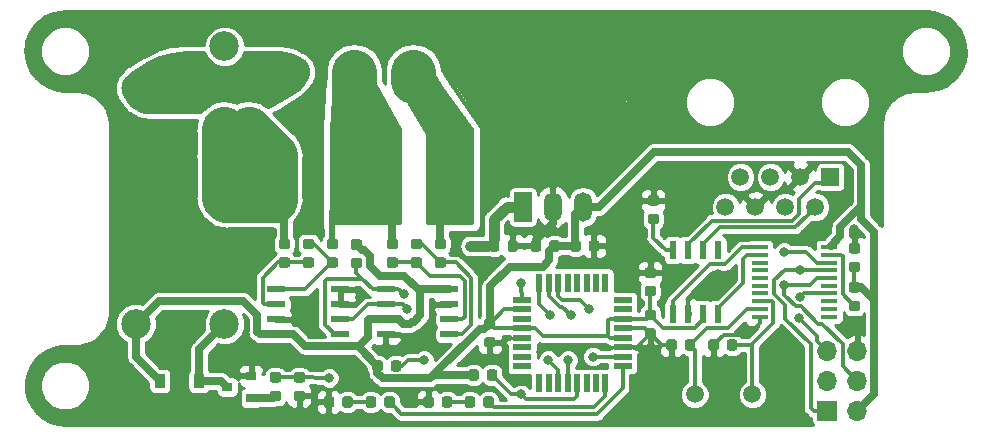
<source format=gbr>
G04 #@! TF.GenerationSoftware,KiCad,Pcbnew,(5.0.0)*
G04 #@! TF.CreationDate,2018-10-13T15:52:45-04:00*
G04 #@! TF.ProjectId,GLVColoumbCounterTest,474C56436F6C6F756D62436F756E7465,rev?*
G04 #@! TF.SameCoordinates,Original*
G04 #@! TF.FileFunction,Copper,L1,Top,Signal*
G04 #@! TF.FilePolarity,Positive*
%FSLAX46Y46*%
G04 Gerber Fmt 4.6, Leading zero omitted, Abs format (unit mm)*
G04 Created by KiCad (PCBNEW (5.0.0)) date 10/13/18 15:52:45*
%MOMM*%
%LPD*%
G01*
G04 APERTURE LIST*
G04 #@! TA.AperFunction,ComponentPad*
%ADD10C,2.500000*%
G04 #@! TD*
G04 #@! TA.AperFunction,SMDPad,CuDef*
%ADD11R,1.600000X0.550000*%
G04 #@! TD*
G04 #@! TA.AperFunction,SMDPad,CuDef*
%ADD12R,0.550000X1.600000*%
G04 #@! TD*
G04 #@! TA.AperFunction,ComponentPad*
%ADD13R,1.500000X1.500000*%
G04 #@! TD*
G04 #@! TA.AperFunction,ComponentPad*
%ADD14C,1.500000*%
G04 #@! TD*
G04 #@! TA.AperFunction,Conductor*
%ADD15C,0.100000*%
G04 #@! TD*
G04 #@! TA.AperFunction,SMDPad,CuDef*
%ADD16C,0.875000*%
G04 #@! TD*
G04 #@! TA.AperFunction,ComponentPad*
%ADD17R,2.600000X2.600000*%
G04 #@! TD*
G04 #@! TA.AperFunction,ComponentPad*
%ADD18C,2.600000*%
G04 #@! TD*
G04 #@! TA.AperFunction,SMDPad,CuDef*
%ADD19R,0.900000X0.800000*%
G04 #@! TD*
G04 #@! TA.AperFunction,ComponentPad*
%ADD20R,1.500000X2.500000*%
G04 #@! TD*
G04 #@! TA.AperFunction,ComponentPad*
%ADD21O,1.500000X2.500000*%
G04 #@! TD*
G04 #@! TA.AperFunction,SMDPad,CuDef*
%ADD22R,1.550000X0.600000*%
G04 #@! TD*
G04 #@! TA.AperFunction,SMDPad,CuDef*
%ADD23R,0.600000X1.550000*%
G04 #@! TD*
G04 #@! TA.AperFunction,SMDPad,CuDef*
%ADD24R,1.450000X0.450000*%
G04 #@! TD*
G04 #@! TA.AperFunction,SMDPad,CuDef*
%ADD25C,1.350000*%
G04 #@! TD*
G04 #@! TA.AperFunction,ComponentPad*
%ADD26R,1.700000X1.700000*%
G04 #@! TD*
G04 #@! TA.AperFunction,ComponentPad*
%ADD27O,1.700000X1.700000*%
G04 #@! TD*
G04 #@! TA.AperFunction,SMDPad,CuDef*
%ADD28R,0.900000X1.200000*%
G04 #@! TD*
G04 #@! TA.AperFunction,ViaPad*
%ADD29C,0.800000*%
G04 #@! TD*
G04 #@! TA.AperFunction,Conductor*
%ADD30C,0.635000*%
G04 #@! TD*
G04 #@! TA.AperFunction,Conductor*
%ADD31C,0.304800*%
G04 #@! TD*
G04 #@! TA.AperFunction,Conductor*
%ADD32C,0.508000*%
G04 #@! TD*
G04 #@! TA.AperFunction,Conductor*
%ADD33C,3.810000*%
G04 #@! TD*
G04 #@! TA.AperFunction,Conductor*
%ADD34C,0.889000*%
G04 #@! TD*
G04 #@! TA.AperFunction,Conductor*
%ADD35C,0.254000*%
G04 #@! TD*
G04 APERTURE END LIST*
D10*
G04 #@! TO.P,K1,1*
G04 #@! TO.N,+BATT*
X109982000Y-54366000D03*
G04 #@! TO.P,K1,5*
G04 #@! TO.N,Net-(J1-Pad6)*
X102482000Y-50866000D03*
G04 #@! TO.P,K1,10*
G04 #@! TO.N,N/C*
X109982000Y-47366000D03*
G04 #@! TO.P,K1,2*
G04 #@! TO.N,+5V*
X102482000Y-70866000D03*
G04 #@! TO.P,K1,9*
G04 #@! TO.N,Net-(D3-Pad2)*
X109982000Y-70866000D03*
G04 #@! TD*
D11*
G04 #@! TO.P,U4,1*
G04 #@! TO.N,/LED2*
X143696000Y-74428000D03*
G04 #@! TO.P,U4,2*
G04 #@! TO.N,/RELAY_CTRL*
X143696000Y-73628000D03*
G04 #@! TO.P,U4,3*
G04 #@! TO.N,GND*
X143696000Y-72828000D03*
G04 #@! TO.P,U4,4*
G04 #@! TO.N,+5V*
X143696000Y-72028000D03*
G04 #@! TO.P,U4,5*
G04 #@! TO.N,GND*
X143696000Y-71228000D03*
G04 #@! TO.P,U4,6*
G04 #@! TO.N,+5V*
X143696000Y-70428000D03*
G04 #@! TO.P,U4,7*
G04 #@! TO.N,N/C*
X143696000Y-69628000D03*
G04 #@! TO.P,U4,8*
X143696000Y-68828000D03*
D12*
G04 #@! TO.P,U4,9*
X142246000Y-67378000D03*
G04 #@! TO.P,U4,10*
X141446000Y-67378000D03*
G04 #@! TO.P,U4,11*
X140646000Y-67378000D03*
G04 #@! TO.P,U4,12*
X139846000Y-67378000D03*
G04 #@! TO.P,U4,13*
X139046000Y-67378000D03*
G04 #@! TO.P,U4,14*
G04 #@! TO.N,/D10*
X138246000Y-67378000D03*
G04 #@! TO.P,U4,15*
G04 #@! TO.N,/MOSI*
X137446000Y-67378000D03*
G04 #@! TO.P,U4,16*
G04 #@! TO.N,/MISO*
X136646000Y-67378000D03*
D11*
G04 #@! TO.P,U4,17*
G04 #@! TO.N,/SCK*
X135196000Y-68828000D03*
G04 #@! TO.P,U4,18*
G04 #@! TO.N,+5V*
X135196000Y-69628000D03*
G04 #@! TO.P,U4,19*
G04 #@! TO.N,N/C*
X135196000Y-70428000D03*
G04 #@! TO.P,U4,20*
G04 #@! TO.N,+5V*
X135196000Y-71228000D03*
G04 #@! TO.P,U4,21*
G04 #@! TO.N,GND*
X135196000Y-72028000D03*
G04 #@! TO.P,U4,22*
G04 #@! TO.N,N/C*
X135196000Y-72828000D03*
G04 #@! TO.P,U4,23*
X135196000Y-73628000D03*
G04 #@! TO.P,U4,24*
X135196000Y-74428000D03*
D12*
G04 #@! TO.P,U4,25*
X136646000Y-75878000D03*
G04 #@! TO.P,U4,26*
X137446000Y-75878000D03*
G04 #@! TO.P,U4,27*
G04 #@! TO.N,/SDA*
X138246000Y-75878000D03*
G04 #@! TO.P,U4,28*
G04 #@! TO.N,/SCL*
X139046000Y-75878000D03*
G04 #@! TO.P,U4,29*
G04 #@! TO.N,/RESET*
X139846000Y-75878000D03*
G04 #@! TO.P,U4,30*
G04 #@! TO.N,N/C*
X140646000Y-75878000D03*
G04 #@! TO.P,U4,31*
X141446000Y-75878000D03*
G04 #@! TO.P,U4,32*
G04 #@! TO.N,/LED1*
X142246000Y-75878000D03*
G04 #@! TD*
D13*
G04 #@! TO.P,J2,1*
G04 #@! TO.N,Net-(J2-Pad1)*
X161290000Y-58420000D03*
D14*
G04 #@! TO.P,J2,2*
G04 #@! TO.N,Net-(J2-Pad2)*
X160020000Y-60960000D03*
G04 #@! TO.P,J2,3*
G04 #@! TO.N,GND*
X158750000Y-58420000D03*
G04 #@! TO.P,J2,4*
G04 #@! TO.N,N/C*
X157480000Y-60960000D03*
G04 #@! TO.P,J2,5*
X156210000Y-58420000D03*
G04 #@! TO.P,J2,6*
G04 #@! TO.N,GND*
X154940000Y-60960000D03*
G04 #@! TO.P,J2,7*
G04 #@! TO.N,N/C*
X153670000Y-58420000D03*
G04 #@! TO.P,J2,8*
X152400000Y-60960000D03*
G04 #@! TD*
D15*
G04 #@! TO.N,+5V*
G04 #@! TO.C,C1*
G36*
X139940191Y-63788053D02*
X139961426Y-63791203D01*
X139982250Y-63796419D01*
X140002462Y-63803651D01*
X140021868Y-63812830D01*
X140040281Y-63823866D01*
X140057524Y-63836654D01*
X140073430Y-63851070D01*
X140087846Y-63866976D01*
X140100634Y-63884219D01*
X140111670Y-63902632D01*
X140120849Y-63922038D01*
X140128081Y-63942250D01*
X140133297Y-63963074D01*
X140136447Y-63984309D01*
X140137500Y-64005750D01*
X140137500Y-64518250D01*
X140136447Y-64539691D01*
X140133297Y-64560926D01*
X140128081Y-64581750D01*
X140120849Y-64601962D01*
X140111670Y-64621368D01*
X140100634Y-64639781D01*
X140087846Y-64657024D01*
X140073430Y-64672930D01*
X140057524Y-64687346D01*
X140040281Y-64700134D01*
X140021868Y-64711170D01*
X140002462Y-64720349D01*
X139982250Y-64727581D01*
X139961426Y-64732797D01*
X139940191Y-64735947D01*
X139918750Y-64737000D01*
X139481250Y-64737000D01*
X139459809Y-64735947D01*
X139438574Y-64732797D01*
X139417750Y-64727581D01*
X139397538Y-64720349D01*
X139378132Y-64711170D01*
X139359719Y-64700134D01*
X139342476Y-64687346D01*
X139326570Y-64672930D01*
X139312154Y-64657024D01*
X139299366Y-64639781D01*
X139288330Y-64621368D01*
X139279151Y-64601962D01*
X139271919Y-64581750D01*
X139266703Y-64560926D01*
X139263553Y-64539691D01*
X139262500Y-64518250D01*
X139262500Y-64005750D01*
X139263553Y-63984309D01*
X139266703Y-63963074D01*
X139271919Y-63942250D01*
X139279151Y-63922038D01*
X139288330Y-63902632D01*
X139299366Y-63884219D01*
X139312154Y-63866976D01*
X139326570Y-63851070D01*
X139342476Y-63836654D01*
X139359719Y-63823866D01*
X139378132Y-63812830D01*
X139397538Y-63803651D01*
X139417750Y-63796419D01*
X139438574Y-63791203D01*
X139459809Y-63788053D01*
X139481250Y-63787000D01*
X139918750Y-63787000D01*
X139940191Y-63788053D01*
X139940191Y-63788053D01*
G37*
D16*
G04 #@! TD*
G04 #@! TO.P,C1,1*
G04 #@! TO.N,+5V*
X139700000Y-64262000D03*
D15*
G04 #@! TO.N,GND*
G04 #@! TO.C,C1*
G36*
X141515191Y-63788053D02*
X141536426Y-63791203D01*
X141557250Y-63796419D01*
X141577462Y-63803651D01*
X141596868Y-63812830D01*
X141615281Y-63823866D01*
X141632524Y-63836654D01*
X141648430Y-63851070D01*
X141662846Y-63866976D01*
X141675634Y-63884219D01*
X141686670Y-63902632D01*
X141695849Y-63922038D01*
X141703081Y-63942250D01*
X141708297Y-63963074D01*
X141711447Y-63984309D01*
X141712500Y-64005750D01*
X141712500Y-64518250D01*
X141711447Y-64539691D01*
X141708297Y-64560926D01*
X141703081Y-64581750D01*
X141695849Y-64601962D01*
X141686670Y-64621368D01*
X141675634Y-64639781D01*
X141662846Y-64657024D01*
X141648430Y-64672930D01*
X141632524Y-64687346D01*
X141615281Y-64700134D01*
X141596868Y-64711170D01*
X141577462Y-64720349D01*
X141557250Y-64727581D01*
X141536426Y-64732797D01*
X141515191Y-64735947D01*
X141493750Y-64737000D01*
X141056250Y-64737000D01*
X141034809Y-64735947D01*
X141013574Y-64732797D01*
X140992750Y-64727581D01*
X140972538Y-64720349D01*
X140953132Y-64711170D01*
X140934719Y-64700134D01*
X140917476Y-64687346D01*
X140901570Y-64672930D01*
X140887154Y-64657024D01*
X140874366Y-64639781D01*
X140863330Y-64621368D01*
X140854151Y-64601962D01*
X140846919Y-64581750D01*
X140841703Y-64560926D01*
X140838553Y-64539691D01*
X140837500Y-64518250D01*
X140837500Y-64005750D01*
X140838553Y-63984309D01*
X140841703Y-63963074D01*
X140846919Y-63942250D01*
X140854151Y-63922038D01*
X140863330Y-63902632D01*
X140874366Y-63884219D01*
X140887154Y-63866976D01*
X140901570Y-63851070D01*
X140917476Y-63836654D01*
X140934719Y-63823866D01*
X140953132Y-63812830D01*
X140972538Y-63803651D01*
X140992750Y-63796419D01*
X141013574Y-63791203D01*
X141034809Y-63788053D01*
X141056250Y-63787000D01*
X141493750Y-63787000D01*
X141515191Y-63788053D01*
X141515191Y-63788053D01*
G37*
D16*
G04 #@! TD*
G04 #@! TO.P,C1,2*
G04 #@! TO.N,GND*
X141275000Y-64262000D03*
D15*
G04 #@! TO.N,GND*
G04 #@! TO.C,C2*
G36*
X163599691Y-64028553D02*
X163620926Y-64031703D01*
X163641750Y-64036919D01*
X163661962Y-64044151D01*
X163681368Y-64053330D01*
X163699781Y-64064366D01*
X163717024Y-64077154D01*
X163732930Y-64091570D01*
X163747346Y-64107476D01*
X163760134Y-64124719D01*
X163771170Y-64143132D01*
X163780349Y-64162538D01*
X163787581Y-64182750D01*
X163792797Y-64203574D01*
X163795947Y-64224809D01*
X163797000Y-64246250D01*
X163797000Y-64683750D01*
X163795947Y-64705191D01*
X163792797Y-64726426D01*
X163787581Y-64747250D01*
X163780349Y-64767462D01*
X163771170Y-64786868D01*
X163760134Y-64805281D01*
X163747346Y-64822524D01*
X163732930Y-64838430D01*
X163717024Y-64852846D01*
X163699781Y-64865634D01*
X163681368Y-64876670D01*
X163661962Y-64885849D01*
X163641750Y-64893081D01*
X163620926Y-64898297D01*
X163599691Y-64901447D01*
X163578250Y-64902500D01*
X163065750Y-64902500D01*
X163044309Y-64901447D01*
X163023074Y-64898297D01*
X163002250Y-64893081D01*
X162982038Y-64885849D01*
X162962632Y-64876670D01*
X162944219Y-64865634D01*
X162926976Y-64852846D01*
X162911070Y-64838430D01*
X162896654Y-64822524D01*
X162883866Y-64805281D01*
X162872830Y-64786868D01*
X162863651Y-64767462D01*
X162856419Y-64747250D01*
X162851203Y-64726426D01*
X162848053Y-64705191D01*
X162847000Y-64683750D01*
X162847000Y-64246250D01*
X162848053Y-64224809D01*
X162851203Y-64203574D01*
X162856419Y-64182750D01*
X162863651Y-64162538D01*
X162872830Y-64143132D01*
X162883866Y-64124719D01*
X162896654Y-64107476D01*
X162911070Y-64091570D01*
X162926976Y-64077154D01*
X162944219Y-64064366D01*
X162962632Y-64053330D01*
X162982038Y-64044151D01*
X163002250Y-64036919D01*
X163023074Y-64031703D01*
X163044309Y-64028553D01*
X163065750Y-64027500D01*
X163578250Y-64027500D01*
X163599691Y-64028553D01*
X163599691Y-64028553D01*
G37*
D16*
G04 #@! TD*
G04 #@! TO.P,C2,2*
G04 #@! TO.N,GND*
X163322000Y-64465000D03*
D15*
G04 #@! TO.N,+5V*
G04 #@! TO.C,C2*
G36*
X163599691Y-65603553D02*
X163620926Y-65606703D01*
X163641750Y-65611919D01*
X163661962Y-65619151D01*
X163681368Y-65628330D01*
X163699781Y-65639366D01*
X163717024Y-65652154D01*
X163732930Y-65666570D01*
X163747346Y-65682476D01*
X163760134Y-65699719D01*
X163771170Y-65718132D01*
X163780349Y-65737538D01*
X163787581Y-65757750D01*
X163792797Y-65778574D01*
X163795947Y-65799809D01*
X163797000Y-65821250D01*
X163797000Y-66258750D01*
X163795947Y-66280191D01*
X163792797Y-66301426D01*
X163787581Y-66322250D01*
X163780349Y-66342462D01*
X163771170Y-66361868D01*
X163760134Y-66380281D01*
X163747346Y-66397524D01*
X163732930Y-66413430D01*
X163717024Y-66427846D01*
X163699781Y-66440634D01*
X163681368Y-66451670D01*
X163661962Y-66460849D01*
X163641750Y-66468081D01*
X163620926Y-66473297D01*
X163599691Y-66476447D01*
X163578250Y-66477500D01*
X163065750Y-66477500D01*
X163044309Y-66476447D01*
X163023074Y-66473297D01*
X163002250Y-66468081D01*
X162982038Y-66460849D01*
X162962632Y-66451670D01*
X162944219Y-66440634D01*
X162926976Y-66427846D01*
X162911070Y-66413430D01*
X162896654Y-66397524D01*
X162883866Y-66380281D01*
X162872830Y-66361868D01*
X162863651Y-66342462D01*
X162856419Y-66322250D01*
X162851203Y-66301426D01*
X162848053Y-66280191D01*
X162847000Y-66258750D01*
X162847000Y-65821250D01*
X162848053Y-65799809D01*
X162851203Y-65778574D01*
X162856419Y-65757750D01*
X162863651Y-65737538D01*
X162872830Y-65718132D01*
X162883866Y-65699719D01*
X162896654Y-65682476D01*
X162911070Y-65666570D01*
X162926976Y-65652154D01*
X162944219Y-65639366D01*
X162962632Y-65628330D01*
X162982038Y-65619151D01*
X163002250Y-65611919D01*
X163023074Y-65606703D01*
X163044309Y-65603553D01*
X163065750Y-65602500D01*
X163578250Y-65602500D01*
X163599691Y-65603553D01*
X163599691Y-65603553D01*
G37*
D16*
G04 #@! TD*
G04 #@! TO.P,C2,1*
G04 #@! TO.N,+5V*
X163322000Y-66040000D03*
D15*
G04 #@! TO.N,GND*
G04 #@! TO.C,C3*
G36*
X136587191Y-63788053D02*
X136608426Y-63791203D01*
X136629250Y-63796419D01*
X136649462Y-63803651D01*
X136668868Y-63812830D01*
X136687281Y-63823866D01*
X136704524Y-63836654D01*
X136720430Y-63851070D01*
X136734846Y-63866976D01*
X136747634Y-63884219D01*
X136758670Y-63902632D01*
X136767849Y-63922038D01*
X136775081Y-63942250D01*
X136780297Y-63963074D01*
X136783447Y-63984309D01*
X136784500Y-64005750D01*
X136784500Y-64518250D01*
X136783447Y-64539691D01*
X136780297Y-64560926D01*
X136775081Y-64581750D01*
X136767849Y-64601962D01*
X136758670Y-64621368D01*
X136747634Y-64639781D01*
X136734846Y-64657024D01*
X136720430Y-64672930D01*
X136704524Y-64687346D01*
X136687281Y-64700134D01*
X136668868Y-64711170D01*
X136649462Y-64720349D01*
X136629250Y-64727581D01*
X136608426Y-64732797D01*
X136587191Y-64735947D01*
X136565750Y-64737000D01*
X136128250Y-64737000D01*
X136106809Y-64735947D01*
X136085574Y-64732797D01*
X136064750Y-64727581D01*
X136044538Y-64720349D01*
X136025132Y-64711170D01*
X136006719Y-64700134D01*
X135989476Y-64687346D01*
X135973570Y-64672930D01*
X135959154Y-64657024D01*
X135946366Y-64639781D01*
X135935330Y-64621368D01*
X135926151Y-64601962D01*
X135918919Y-64581750D01*
X135913703Y-64560926D01*
X135910553Y-64539691D01*
X135909500Y-64518250D01*
X135909500Y-64005750D01*
X135910553Y-63984309D01*
X135913703Y-63963074D01*
X135918919Y-63942250D01*
X135926151Y-63922038D01*
X135935330Y-63902632D01*
X135946366Y-63884219D01*
X135959154Y-63866976D01*
X135973570Y-63851070D01*
X135989476Y-63836654D01*
X136006719Y-63823866D01*
X136025132Y-63812830D01*
X136044538Y-63803651D01*
X136064750Y-63796419D01*
X136085574Y-63791203D01*
X136106809Y-63788053D01*
X136128250Y-63787000D01*
X136565750Y-63787000D01*
X136587191Y-63788053D01*
X136587191Y-63788053D01*
G37*
D16*
G04 #@! TD*
G04 #@! TO.P,C3,2*
G04 #@! TO.N,GND*
X136347000Y-64262000D03*
D15*
G04 #@! TO.N,+5V*
G04 #@! TO.C,C3*
G36*
X138162191Y-63788053D02*
X138183426Y-63791203D01*
X138204250Y-63796419D01*
X138224462Y-63803651D01*
X138243868Y-63812830D01*
X138262281Y-63823866D01*
X138279524Y-63836654D01*
X138295430Y-63851070D01*
X138309846Y-63866976D01*
X138322634Y-63884219D01*
X138333670Y-63902632D01*
X138342849Y-63922038D01*
X138350081Y-63942250D01*
X138355297Y-63963074D01*
X138358447Y-63984309D01*
X138359500Y-64005750D01*
X138359500Y-64518250D01*
X138358447Y-64539691D01*
X138355297Y-64560926D01*
X138350081Y-64581750D01*
X138342849Y-64601962D01*
X138333670Y-64621368D01*
X138322634Y-64639781D01*
X138309846Y-64657024D01*
X138295430Y-64672930D01*
X138279524Y-64687346D01*
X138262281Y-64700134D01*
X138243868Y-64711170D01*
X138224462Y-64720349D01*
X138204250Y-64727581D01*
X138183426Y-64732797D01*
X138162191Y-64735947D01*
X138140750Y-64737000D01*
X137703250Y-64737000D01*
X137681809Y-64735947D01*
X137660574Y-64732797D01*
X137639750Y-64727581D01*
X137619538Y-64720349D01*
X137600132Y-64711170D01*
X137581719Y-64700134D01*
X137564476Y-64687346D01*
X137548570Y-64672930D01*
X137534154Y-64657024D01*
X137521366Y-64639781D01*
X137510330Y-64621368D01*
X137501151Y-64601962D01*
X137493919Y-64581750D01*
X137488703Y-64560926D01*
X137485553Y-64539691D01*
X137484500Y-64518250D01*
X137484500Y-64005750D01*
X137485553Y-63984309D01*
X137488703Y-63963074D01*
X137493919Y-63942250D01*
X137501151Y-63922038D01*
X137510330Y-63902632D01*
X137521366Y-63884219D01*
X137534154Y-63866976D01*
X137548570Y-63851070D01*
X137564476Y-63836654D01*
X137581719Y-63823866D01*
X137600132Y-63812830D01*
X137619538Y-63803651D01*
X137639750Y-63796419D01*
X137660574Y-63791203D01*
X137681809Y-63788053D01*
X137703250Y-63787000D01*
X138140750Y-63787000D01*
X138162191Y-63788053D01*
X138162191Y-63788053D01*
G37*
D16*
G04 #@! TD*
G04 #@! TO.P,C3,1*
G04 #@! TO.N,+5V*
X137922000Y-64262000D03*
D15*
G04 #@! TO.N,+5V*
G04 #@! TO.C,C4*
G36*
X146327691Y-67661053D02*
X146348926Y-67664203D01*
X146369750Y-67669419D01*
X146389962Y-67676651D01*
X146409368Y-67685830D01*
X146427781Y-67696866D01*
X146445024Y-67709654D01*
X146460930Y-67724070D01*
X146475346Y-67739976D01*
X146488134Y-67757219D01*
X146499170Y-67775632D01*
X146508349Y-67795038D01*
X146515581Y-67815250D01*
X146520797Y-67836074D01*
X146523947Y-67857309D01*
X146525000Y-67878750D01*
X146525000Y-68316250D01*
X146523947Y-68337691D01*
X146520797Y-68358926D01*
X146515581Y-68379750D01*
X146508349Y-68399962D01*
X146499170Y-68419368D01*
X146488134Y-68437781D01*
X146475346Y-68455024D01*
X146460930Y-68470930D01*
X146445024Y-68485346D01*
X146427781Y-68498134D01*
X146409368Y-68509170D01*
X146389962Y-68518349D01*
X146369750Y-68525581D01*
X146348926Y-68530797D01*
X146327691Y-68533947D01*
X146306250Y-68535000D01*
X145793750Y-68535000D01*
X145772309Y-68533947D01*
X145751074Y-68530797D01*
X145730250Y-68525581D01*
X145710038Y-68518349D01*
X145690632Y-68509170D01*
X145672219Y-68498134D01*
X145654976Y-68485346D01*
X145639070Y-68470930D01*
X145624654Y-68455024D01*
X145611866Y-68437781D01*
X145600830Y-68419368D01*
X145591651Y-68399962D01*
X145584419Y-68379750D01*
X145579203Y-68358926D01*
X145576053Y-68337691D01*
X145575000Y-68316250D01*
X145575000Y-67878750D01*
X145576053Y-67857309D01*
X145579203Y-67836074D01*
X145584419Y-67815250D01*
X145591651Y-67795038D01*
X145600830Y-67775632D01*
X145611866Y-67757219D01*
X145624654Y-67739976D01*
X145639070Y-67724070D01*
X145654976Y-67709654D01*
X145672219Y-67696866D01*
X145690632Y-67685830D01*
X145710038Y-67676651D01*
X145730250Y-67669419D01*
X145751074Y-67664203D01*
X145772309Y-67661053D01*
X145793750Y-67660000D01*
X146306250Y-67660000D01*
X146327691Y-67661053D01*
X146327691Y-67661053D01*
G37*
D16*
G04 #@! TD*
G04 #@! TO.P,C4,1*
G04 #@! TO.N,+5V*
X146050000Y-68097500D03*
D15*
G04 #@! TO.N,GND*
G04 #@! TO.C,C4*
G36*
X146327691Y-66086053D02*
X146348926Y-66089203D01*
X146369750Y-66094419D01*
X146389962Y-66101651D01*
X146409368Y-66110830D01*
X146427781Y-66121866D01*
X146445024Y-66134654D01*
X146460930Y-66149070D01*
X146475346Y-66164976D01*
X146488134Y-66182219D01*
X146499170Y-66200632D01*
X146508349Y-66220038D01*
X146515581Y-66240250D01*
X146520797Y-66261074D01*
X146523947Y-66282309D01*
X146525000Y-66303750D01*
X146525000Y-66741250D01*
X146523947Y-66762691D01*
X146520797Y-66783926D01*
X146515581Y-66804750D01*
X146508349Y-66824962D01*
X146499170Y-66844368D01*
X146488134Y-66862781D01*
X146475346Y-66880024D01*
X146460930Y-66895930D01*
X146445024Y-66910346D01*
X146427781Y-66923134D01*
X146409368Y-66934170D01*
X146389962Y-66943349D01*
X146369750Y-66950581D01*
X146348926Y-66955797D01*
X146327691Y-66958947D01*
X146306250Y-66960000D01*
X145793750Y-66960000D01*
X145772309Y-66958947D01*
X145751074Y-66955797D01*
X145730250Y-66950581D01*
X145710038Y-66943349D01*
X145690632Y-66934170D01*
X145672219Y-66923134D01*
X145654976Y-66910346D01*
X145639070Y-66895930D01*
X145624654Y-66880024D01*
X145611866Y-66862781D01*
X145600830Y-66844368D01*
X145591651Y-66824962D01*
X145584419Y-66804750D01*
X145579203Y-66783926D01*
X145576053Y-66762691D01*
X145575000Y-66741250D01*
X145575000Y-66303750D01*
X145576053Y-66282309D01*
X145579203Y-66261074D01*
X145584419Y-66240250D01*
X145591651Y-66220038D01*
X145600830Y-66200632D01*
X145611866Y-66182219D01*
X145624654Y-66164976D01*
X145639070Y-66149070D01*
X145654976Y-66134654D01*
X145672219Y-66121866D01*
X145690632Y-66110830D01*
X145710038Y-66101651D01*
X145730250Y-66094419D01*
X145751074Y-66089203D01*
X145772309Y-66086053D01*
X145793750Y-66085000D01*
X146306250Y-66085000D01*
X146327691Y-66086053D01*
X146327691Y-66086053D01*
G37*
D16*
G04 #@! TD*
G04 #@! TO.P,C4,2*
G04 #@! TO.N,GND*
X146050000Y-66522500D03*
D15*
G04 #@! TO.N,Net-(C5-Pad2)*
G04 #@! TO.C,C5*
G36*
X126515691Y-65222553D02*
X126536926Y-65225703D01*
X126557750Y-65230919D01*
X126577962Y-65238151D01*
X126597368Y-65247330D01*
X126615781Y-65258366D01*
X126633024Y-65271154D01*
X126648930Y-65285570D01*
X126663346Y-65301476D01*
X126676134Y-65318719D01*
X126687170Y-65337132D01*
X126696349Y-65356538D01*
X126703581Y-65376750D01*
X126708797Y-65397574D01*
X126711947Y-65418809D01*
X126713000Y-65440250D01*
X126713000Y-65877750D01*
X126711947Y-65899191D01*
X126708797Y-65920426D01*
X126703581Y-65941250D01*
X126696349Y-65961462D01*
X126687170Y-65980868D01*
X126676134Y-65999281D01*
X126663346Y-66016524D01*
X126648930Y-66032430D01*
X126633024Y-66046846D01*
X126615781Y-66059634D01*
X126597368Y-66070670D01*
X126577962Y-66079849D01*
X126557750Y-66087081D01*
X126536926Y-66092297D01*
X126515691Y-66095447D01*
X126494250Y-66096500D01*
X125981750Y-66096500D01*
X125960309Y-66095447D01*
X125939074Y-66092297D01*
X125918250Y-66087081D01*
X125898038Y-66079849D01*
X125878632Y-66070670D01*
X125860219Y-66059634D01*
X125842976Y-66046846D01*
X125827070Y-66032430D01*
X125812654Y-66016524D01*
X125799866Y-65999281D01*
X125788830Y-65980868D01*
X125779651Y-65961462D01*
X125772419Y-65941250D01*
X125767203Y-65920426D01*
X125764053Y-65899191D01*
X125763000Y-65877750D01*
X125763000Y-65440250D01*
X125764053Y-65418809D01*
X125767203Y-65397574D01*
X125772419Y-65376750D01*
X125779651Y-65356538D01*
X125788830Y-65337132D01*
X125799866Y-65318719D01*
X125812654Y-65301476D01*
X125827070Y-65285570D01*
X125842976Y-65271154D01*
X125860219Y-65258366D01*
X125878632Y-65247330D01*
X125898038Y-65238151D01*
X125918250Y-65230919D01*
X125939074Y-65225703D01*
X125960309Y-65222553D01*
X125981750Y-65221500D01*
X126494250Y-65221500D01*
X126515691Y-65222553D01*
X126515691Y-65222553D01*
G37*
D16*
G04 #@! TD*
G04 #@! TO.P,C5,2*
G04 #@! TO.N,Net-(C5-Pad2)*
X126238000Y-65659000D03*
D15*
G04 #@! TO.N,Net-(C5-Pad1)*
G04 #@! TO.C,C5*
G36*
X126515691Y-63647553D02*
X126536926Y-63650703D01*
X126557750Y-63655919D01*
X126577962Y-63663151D01*
X126597368Y-63672330D01*
X126615781Y-63683366D01*
X126633024Y-63696154D01*
X126648930Y-63710570D01*
X126663346Y-63726476D01*
X126676134Y-63743719D01*
X126687170Y-63762132D01*
X126696349Y-63781538D01*
X126703581Y-63801750D01*
X126708797Y-63822574D01*
X126711947Y-63843809D01*
X126713000Y-63865250D01*
X126713000Y-64302750D01*
X126711947Y-64324191D01*
X126708797Y-64345426D01*
X126703581Y-64366250D01*
X126696349Y-64386462D01*
X126687170Y-64405868D01*
X126676134Y-64424281D01*
X126663346Y-64441524D01*
X126648930Y-64457430D01*
X126633024Y-64471846D01*
X126615781Y-64484634D01*
X126597368Y-64495670D01*
X126577962Y-64504849D01*
X126557750Y-64512081D01*
X126536926Y-64517297D01*
X126515691Y-64520447D01*
X126494250Y-64521500D01*
X125981750Y-64521500D01*
X125960309Y-64520447D01*
X125939074Y-64517297D01*
X125918250Y-64512081D01*
X125898038Y-64504849D01*
X125878632Y-64495670D01*
X125860219Y-64484634D01*
X125842976Y-64471846D01*
X125827070Y-64457430D01*
X125812654Y-64441524D01*
X125799866Y-64424281D01*
X125788830Y-64405868D01*
X125779651Y-64386462D01*
X125772419Y-64366250D01*
X125767203Y-64345426D01*
X125764053Y-64324191D01*
X125763000Y-64302750D01*
X125763000Y-63865250D01*
X125764053Y-63843809D01*
X125767203Y-63822574D01*
X125772419Y-63801750D01*
X125779651Y-63781538D01*
X125788830Y-63762132D01*
X125799866Y-63743719D01*
X125812654Y-63726476D01*
X125827070Y-63710570D01*
X125842976Y-63696154D01*
X125860219Y-63683366D01*
X125878632Y-63672330D01*
X125898038Y-63663151D01*
X125918250Y-63655919D01*
X125939074Y-63650703D01*
X125960309Y-63647553D01*
X125981750Y-63646500D01*
X126494250Y-63646500D01*
X126515691Y-63647553D01*
X126515691Y-63647553D01*
G37*
D16*
G04 #@! TD*
G04 #@! TO.P,C5,1*
G04 #@! TO.N,Net-(C5-Pad1)*
X126238000Y-64084000D03*
D15*
G04 #@! TO.N,Net-(C6-Pad1)*
G04 #@! TO.C,C6*
G36*
X117371691Y-63647553D02*
X117392926Y-63650703D01*
X117413750Y-63655919D01*
X117433962Y-63663151D01*
X117453368Y-63672330D01*
X117471781Y-63683366D01*
X117489024Y-63696154D01*
X117504930Y-63710570D01*
X117519346Y-63726476D01*
X117532134Y-63743719D01*
X117543170Y-63762132D01*
X117552349Y-63781538D01*
X117559581Y-63801750D01*
X117564797Y-63822574D01*
X117567947Y-63843809D01*
X117569000Y-63865250D01*
X117569000Y-64302750D01*
X117567947Y-64324191D01*
X117564797Y-64345426D01*
X117559581Y-64366250D01*
X117552349Y-64386462D01*
X117543170Y-64405868D01*
X117532134Y-64424281D01*
X117519346Y-64441524D01*
X117504930Y-64457430D01*
X117489024Y-64471846D01*
X117471781Y-64484634D01*
X117453368Y-64495670D01*
X117433962Y-64504849D01*
X117413750Y-64512081D01*
X117392926Y-64517297D01*
X117371691Y-64520447D01*
X117350250Y-64521500D01*
X116837750Y-64521500D01*
X116816309Y-64520447D01*
X116795074Y-64517297D01*
X116774250Y-64512081D01*
X116754038Y-64504849D01*
X116734632Y-64495670D01*
X116716219Y-64484634D01*
X116698976Y-64471846D01*
X116683070Y-64457430D01*
X116668654Y-64441524D01*
X116655866Y-64424281D01*
X116644830Y-64405868D01*
X116635651Y-64386462D01*
X116628419Y-64366250D01*
X116623203Y-64345426D01*
X116620053Y-64324191D01*
X116619000Y-64302750D01*
X116619000Y-63865250D01*
X116620053Y-63843809D01*
X116623203Y-63822574D01*
X116628419Y-63801750D01*
X116635651Y-63781538D01*
X116644830Y-63762132D01*
X116655866Y-63743719D01*
X116668654Y-63726476D01*
X116683070Y-63710570D01*
X116698976Y-63696154D01*
X116716219Y-63683366D01*
X116734632Y-63672330D01*
X116754038Y-63663151D01*
X116774250Y-63655919D01*
X116795074Y-63650703D01*
X116816309Y-63647553D01*
X116837750Y-63646500D01*
X117350250Y-63646500D01*
X117371691Y-63647553D01*
X117371691Y-63647553D01*
G37*
D16*
G04 #@! TD*
G04 #@! TO.P,C6,1*
G04 #@! TO.N,Net-(C6-Pad1)*
X117094000Y-64084000D03*
D15*
G04 #@! TO.N,Net-(C6-Pad2)*
G04 #@! TO.C,C6*
G36*
X117371691Y-65222553D02*
X117392926Y-65225703D01*
X117413750Y-65230919D01*
X117433962Y-65238151D01*
X117453368Y-65247330D01*
X117471781Y-65258366D01*
X117489024Y-65271154D01*
X117504930Y-65285570D01*
X117519346Y-65301476D01*
X117532134Y-65318719D01*
X117543170Y-65337132D01*
X117552349Y-65356538D01*
X117559581Y-65376750D01*
X117564797Y-65397574D01*
X117567947Y-65418809D01*
X117569000Y-65440250D01*
X117569000Y-65877750D01*
X117567947Y-65899191D01*
X117564797Y-65920426D01*
X117559581Y-65941250D01*
X117552349Y-65961462D01*
X117543170Y-65980868D01*
X117532134Y-65999281D01*
X117519346Y-66016524D01*
X117504930Y-66032430D01*
X117489024Y-66046846D01*
X117471781Y-66059634D01*
X117453368Y-66070670D01*
X117433962Y-66079849D01*
X117413750Y-66087081D01*
X117392926Y-66092297D01*
X117371691Y-66095447D01*
X117350250Y-66096500D01*
X116837750Y-66096500D01*
X116816309Y-66095447D01*
X116795074Y-66092297D01*
X116774250Y-66087081D01*
X116754038Y-66079849D01*
X116734632Y-66070670D01*
X116716219Y-66059634D01*
X116698976Y-66046846D01*
X116683070Y-66032430D01*
X116668654Y-66016524D01*
X116655866Y-65999281D01*
X116644830Y-65980868D01*
X116635651Y-65961462D01*
X116628419Y-65941250D01*
X116623203Y-65920426D01*
X116620053Y-65899191D01*
X116619000Y-65877750D01*
X116619000Y-65440250D01*
X116620053Y-65418809D01*
X116623203Y-65397574D01*
X116628419Y-65376750D01*
X116635651Y-65356538D01*
X116644830Y-65337132D01*
X116655866Y-65318719D01*
X116668654Y-65301476D01*
X116683070Y-65285570D01*
X116698976Y-65271154D01*
X116716219Y-65258366D01*
X116734632Y-65247330D01*
X116754038Y-65238151D01*
X116774250Y-65230919D01*
X116795074Y-65225703D01*
X116816309Y-65222553D01*
X116837750Y-65221500D01*
X117350250Y-65221500D01*
X117371691Y-65222553D01*
X117371691Y-65222553D01*
G37*
D16*
G04 #@! TD*
G04 #@! TO.P,C6,2*
G04 #@! TO.N,Net-(C6-Pad2)*
X117094000Y-65659000D03*
D15*
G04 #@! TO.N,+5V*
G04 #@! TO.C,C7*
G36*
X146327691Y-69667553D02*
X146348926Y-69670703D01*
X146369750Y-69675919D01*
X146389962Y-69683151D01*
X146409368Y-69692330D01*
X146427781Y-69703366D01*
X146445024Y-69716154D01*
X146460930Y-69730570D01*
X146475346Y-69746476D01*
X146488134Y-69763719D01*
X146499170Y-69782132D01*
X146508349Y-69801538D01*
X146515581Y-69821750D01*
X146520797Y-69842574D01*
X146523947Y-69863809D01*
X146525000Y-69885250D01*
X146525000Y-70322750D01*
X146523947Y-70344191D01*
X146520797Y-70365426D01*
X146515581Y-70386250D01*
X146508349Y-70406462D01*
X146499170Y-70425868D01*
X146488134Y-70444281D01*
X146475346Y-70461524D01*
X146460930Y-70477430D01*
X146445024Y-70491846D01*
X146427781Y-70504634D01*
X146409368Y-70515670D01*
X146389962Y-70524849D01*
X146369750Y-70532081D01*
X146348926Y-70537297D01*
X146327691Y-70540447D01*
X146306250Y-70541500D01*
X145793750Y-70541500D01*
X145772309Y-70540447D01*
X145751074Y-70537297D01*
X145730250Y-70532081D01*
X145710038Y-70524849D01*
X145690632Y-70515670D01*
X145672219Y-70504634D01*
X145654976Y-70491846D01*
X145639070Y-70477430D01*
X145624654Y-70461524D01*
X145611866Y-70444281D01*
X145600830Y-70425868D01*
X145591651Y-70406462D01*
X145584419Y-70386250D01*
X145579203Y-70365426D01*
X145576053Y-70344191D01*
X145575000Y-70322750D01*
X145575000Y-69885250D01*
X145576053Y-69863809D01*
X145579203Y-69842574D01*
X145584419Y-69821750D01*
X145591651Y-69801538D01*
X145600830Y-69782132D01*
X145611866Y-69763719D01*
X145624654Y-69746476D01*
X145639070Y-69730570D01*
X145654976Y-69716154D01*
X145672219Y-69703366D01*
X145690632Y-69692330D01*
X145710038Y-69683151D01*
X145730250Y-69675919D01*
X145751074Y-69670703D01*
X145772309Y-69667553D01*
X145793750Y-69666500D01*
X146306250Y-69666500D01*
X146327691Y-69667553D01*
X146327691Y-69667553D01*
G37*
D16*
G04 #@! TD*
G04 #@! TO.P,C7,1*
G04 #@! TO.N,+5V*
X146050000Y-70104000D03*
D15*
G04 #@! TO.N,GND*
G04 #@! TO.C,C7*
G36*
X146327691Y-71242553D02*
X146348926Y-71245703D01*
X146369750Y-71250919D01*
X146389962Y-71258151D01*
X146409368Y-71267330D01*
X146427781Y-71278366D01*
X146445024Y-71291154D01*
X146460930Y-71305570D01*
X146475346Y-71321476D01*
X146488134Y-71338719D01*
X146499170Y-71357132D01*
X146508349Y-71376538D01*
X146515581Y-71396750D01*
X146520797Y-71417574D01*
X146523947Y-71438809D01*
X146525000Y-71460250D01*
X146525000Y-71897750D01*
X146523947Y-71919191D01*
X146520797Y-71940426D01*
X146515581Y-71961250D01*
X146508349Y-71981462D01*
X146499170Y-72000868D01*
X146488134Y-72019281D01*
X146475346Y-72036524D01*
X146460930Y-72052430D01*
X146445024Y-72066846D01*
X146427781Y-72079634D01*
X146409368Y-72090670D01*
X146389962Y-72099849D01*
X146369750Y-72107081D01*
X146348926Y-72112297D01*
X146327691Y-72115447D01*
X146306250Y-72116500D01*
X145793750Y-72116500D01*
X145772309Y-72115447D01*
X145751074Y-72112297D01*
X145730250Y-72107081D01*
X145710038Y-72099849D01*
X145690632Y-72090670D01*
X145672219Y-72079634D01*
X145654976Y-72066846D01*
X145639070Y-72052430D01*
X145624654Y-72036524D01*
X145611866Y-72019281D01*
X145600830Y-72000868D01*
X145591651Y-71981462D01*
X145584419Y-71961250D01*
X145579203Y-71940426D01*
X145576053Y-71919191D01*
X145575000Y-71897750D01*
X145575000Y-71460250D01*
X145576053Y-71438809D01*
X145579203Y-71417574D01*
X145584419Y-71396750D01*
X145591651Y-71376538D01*
X145600830Y-71357132D01*
X145611866Y-71338719D01*
X145624654Y-71321476D01*
X145639070Y-71305570D01*
X145654976Y-71291154D01*
X145672219Y-71278366D01*
X145690632Y-71267330D01*
X145710038Y-71258151D01*
X145730250Y-71250919D01*
X145751074Y-71245703D01*
X145772309Y-71242553D01*
X145793750Y-71241500D01*
X146306250Y-71241500D01*
X146327691Y-71242553D01*
X146327691Y-71242553D01*
G37*
D16*
G04 #@! TD*
G04 #@! TO.P,C7,2*
G04 #@! TO.N,GND*
X146050000Y-71679000D03*
D15*
G04 #@! TO.N,/LED1*
G04 #@! TO.C,D1*
G36*
X132574191Y-76996053D02*
X132595426Y-76999203D01*
X132616250Y-77004419D01*
X132636462Y-77011651D01*
X132655868Y-77020830D01*
X132674281Y-77031866D01*
X132691524Y-77044654D01*
X132707430Y-77059070D01*
X132721846Y-77074976D01*
X132734634Y-77092219D01*
X132745670Y-77110632D01*
X132754849Y-77130038D01*
X132762081Y-77150250D01*
X132767297Y-77171074D01*
X132770447Y-77192309D01*
X132771500Y-77213750D01*
X132771500Y-77726250D01*
X132770447Y-77747691D01*
X132767297Y-77768926D01*
X132762081Y-77789750D01*
X132754849Y-77809962D01*
X132745670Y-77829368D01*
X132734634Y-77847781D01*
X132721846Y-77865024D01*
X132707430Y-77880930D01*
X132691524Y-77895346D01*
X132674281Y-77908134D01*
X132655868Y-77919170D01*
X132636462Y-77928349D01*
X132616250Y-77935581D01*
X132595426Y-77940797D01*
X132574191Y-77943947D01*
X132552750Y-77945000D01*
X132115250Y-77945000D01*
X132093809Y-77943947D01*
X132072574Y-77940797D01*
X132051750Y-77935581D01*
X132031538Y-77928349D01*
X132012132Y-77919170D01*
X131993719Y-77908134D01*
X131976476Y-77895346D01*
X131960570Y-77880930D01*
X131946154Y-77865024D01*
X131933366Y-77847781D01*
X131922330Y-77829368D01*
X131913151Y-77809962D01*
X131905919Y-77789750D01*
X131900703Y-77768926D01*
X131897553Y-77747691D01*
X131896500Y-77726250D01*
X131896500Y-77213750D01*
X131897553Y-77192309D01*
X131900703Y-77171074D01*
X131905919Y-77150250D01*
X131913151Y-77130038D01*
X131922330Y-77110632D01*
X131933366Y-77092219D01*
X131946154Y-77074976D01*
X131960570Y-77059070D01*
X131976476Y-77044654D01*
X131993719Y-77031866D01*
X132012132Y-77020830D01*
X132031538Y-77011651D01*
X132051750Y-77004419D01*
X132072574Y-76999203D01*
X132093809Y-76996053D01*
X132115250Y-76995000D01*
X132552750Y-76995000D01*
X132574191Y-76996053D01*
X132574191Y-76996053D01*
G37*
D16*
G04 #@! TD*
G04 #@! TO.P,D1,2*
G04 #@! TO.N,/LED1*
X132334000Y-77470000D03*
D15*
G04 #@! TO.N,Net-(D1-Pad1)*
G04 #@! TO.C,D1*
G36*
X130999191Y-76996053D02*
X131020426Y-76999203D01*
X131041250Y-77004419D01*
X131061462Y-77011651D01*
X131080868Y-77020830D01*
X131099281Y-77031866D01*
X131116524Y-77044654D01*
X131132430Y-77059070D01*
X131146846Y-77074976D01*
X131159634Y-77092219D01*
X131170670Y-77110632D01*
X131179849Y-77130038D01*
X131187081Y-77150250D01*
X131192297Y-77171074D01*
X131195447Y-77192309D01*
X131196500Y-77213750D01*
X131196500Y-77726250D01*
X131195447Y-77747691D01*
X131192297Y-77768926D01*
X131187081Y-77789750D01*
X131179849Y-77809962D01*
X131170670Y-77829368D01*
X131159634Y-77847781D01*
X131146846Y-77865024D01*
X131132430Y-77880930D01*
X131116524Y-77895346D01*
X131099281Y-77908134D01*
X131080868Y-77919170D01*
X131061462Y-77928349D01*
X131041250Y-77935581D01*
X131020426Y-77940797D01*
X130999191Y-77943947D01*
X130977750Y-77945000D01*
X130540250Y-77945000D01*
X130518809Y-77943947D01*
X130497574Y-77940797D01*
X130476750Y-77935581D01*
X130456538Y-77928349D01*
X130437132Y-77919170D01*
X130418719Y-77908134D01*
X130401476Y-77895346D01*
X130385570Y-77880930D01*
X130371154Y-77865024D01*
X130358366Y-77847781D01*
X130347330Y-77829368D01*
X130338151Y-77809962D01*
X130330919Y-77789750D01*
X130325703Y-77768926D01*
X130322553Y-77747691D01*
X130321500Y-77726250D01*
X130321500Y-77213750D01*
X130322553Y-77192309D01*
X130325703Y-77171074D01*
X130330919Y-77150250D01*
X130338151Y-77130038D01*
X130347330Y-77110632D01*
X130358366Y-77092219D01*
X130371154Y-77074976D01*
X130385570Y-77059070D01*
X130401476Y-77044654D01*
X130418719Y-77031866D01*
X130437132Y-77020830D01*
X130456538Y-77011651D01*
X130476750Y-77004419D01*
X130497574Y-76999203D01*
X130518809Y-76996053D01*
X130540250Y-76995000D01*
X130977750Y-76995000D01*
X130999191Y-76996053D01*
X130999191Y-76996053D01*
G37*
D16*
G04 #@! TD*
G04 #@! TO.P,D1,1*
G04 #@! TO.N,Net-(D1-Pad1)*
X130759000Y-77470000D03*
D15*
G04 #@! TO.N,Net-(D2-Pad1)*
G04 #@! TO.C,D2*
G36*
X122617191Y-76996053D02*
X122638426Y-76999203D01*
X122659250Y-77004419D01*
X122679462Y-77011651D01*
X122698868Y-77020830D01*
X122717281Y-77031866D01*
X122734524Y-77044654D01*
X122750430Y-77059070D01*
X122764846Y-77074976D01*
X122777634Y-77092219D01*
X122788670Y-77110632D01*
X122797849Y-77130038D01*
X122805081Y-77150250D01*
X122810297Y-77171074D01*
X122813447Y-77192309D01*
X122814500Y-77213750D01*
X122814500Y-77726250D01*
X122813447Y-77747691D01*
X122810297Y-77768926D01*
X122805081Y-77789750D01*
X122797849Y-77809962D01*
X122788670Y-77829368D01*
X122777634Y-77847781D01*
X122764846Y-77865024D01*
X122750430Y-77880930D01*
X122734524Y-77895346D01*
X122717281Y-77908134D01*
X122698868Y-77919170D01*
X122679462Y-77928349D01*
X122659250Y-77935581D01*
X122638426Y-77940797D01*
X122617191Y-77943947D01*
X122595750Y-77945000D01*
X122158250Y-77945000D01*
X122136809Y-77943947D01*
X122115574Y-77940797D01*
X122094750Y-77935581D01*
X122074538Y-77928349D01*
X122055132Y-77919170D01*
X122036719Y-77908134D01*
X122019476Y-77895346D01*
X122003570Y-77880930D01*
X121989154Y-77865024D01*
X121976366Y-77847781D01*
X121965330Y-77829368D01*
X121956151Y-77809962D01*
X121948919Y-77789750D01*
X121943703Y-77768926D01*
X121940553Y-77747691D01*
X121939500Y-77726250D01*
X121939500Y-77213750D01*
X121940553Y-77192309D01*
X121943703Y-77171074D01*
X121948919Y-77150250D01*
X121956151Y-77130038D01*
X121965330Y-77110632D01*
X121976366Y-77092219D01*
X121989154Y-77074976D01*
X122003570Y-77059070D01*
X122019476Y-77044654D01*
X122036719Y-77031866D01*
X122055132Y-77020830D01*
X122074538Y-77011651D01*
X122094750Y-77004419D01*
X122115574Y-76999203D01*
X122136809Y-76996053D01*
X122158250Y-76995000D01*
X122595750Y-76995000D01*
X122617191Y-76996053D01*
X122617191Y-76996053D01*
G37*
D16*
G04 #@! TD*
G04 #@! TO.P,D2,1*
G04 #@! TO.N,Net-(D2-Pad1)*
X122377000Y-77470000D03*
D15*
G04 #@! TO.N,/LED2*
G04 #@! TO.C,D2*
G36*
X124192191Y-76996053D02*
X124213426Y-76999203D01*
X124234250Y-77004419D01*
X124254462Y-77011651D01*
X124273868Y-77020830D01*
X124292281Y-77031866D01*
X124309524Y-77044654D01*
X124325430Y-77059070D01*
X124339846Y-77074976D01*
X124352634Y-77092219D01*
X124363670Y-77110632D01*
X124372849Y-77130038D01*
X124380081Y-77150250D01*
X124385297Y-77171074D01*
X124388447Y-77192309D01*
X124389500Y-77213750D01*
X124389500Y-77726250D01*
X124388447Y-77747691D01*
X124385297Y-77768926D01*
X124380081Y-77789750D01*
X124372849Y-77809962D01*
X124363670Y-77829368D01*
X124352634Y-77847781D01*
X124339846Y-77865024D01*
X124325430Y-77880930D01*
X124309524Y-77895346D01*
X124292281Y-77908134D01*
X124273868Y-77919170D01*
X124254462Y-77928349D01*
X124234250Y-77935581D01*
X124213426Y-77940797D01*
X124192191Y-77943947D01*
X124170750Y-77945000D01*
X123733250Y-77945000D01*
X123711809Y-77943947D01*
X123690574Y-77940797D01*
X123669750Y-77935581D01*
X123649538Y-77928349D01*
X123630132Y-77919170D01*
X123611719Y-77908134D01*
X123594476Y-77895346D01*
X123578570Y-77880930D01*
X123564154Y-77865024D01*
X123551366Y-77847781D01*
X123540330Y-77829368D01*
X123531151Y-77809962D01*
X123523919Y-77789750D01*
X123518703Y-77768926D01*
X123515553Y-77747691D01*
X123514500Y-77726250D01*
X123514500Y-77213750D01*
X123515553Y-77192309D01*
X123518703Y-77171074D01*
X123523919Y-77150250D01*
X123531151Y-77130038D01*
X123540330Y-77110632D01*
X123551366Y-77092219D01*
X123564154Y-77074976D01*
X123578570Y-77059070D01*
X123594476Y-77044654D01*
X123611719Y-77031866D01*
X123630132Y-77020830D01*
X123649538Y-77011651D01*
X123669750Y-77004419D01*
X123690574Y-76999203D01*
X123711809Y-76996053D01*
X123733250Y-76995000D01*
X124170750Y-76995000D01*
X124192191Y-76996053D01*
X124192191Y-76996053D01*
G37*
D16*
G04 #@! TD*
G04 #@! TO.P,D2,2*
G04 #@! TO.N,/LED2*
X123952000Y-77470000D03*
D17*
G04 #@! TO.P,J1,1*
G04 #@! TO.N,GND*
X140970000Y-49530000D03*
D18*
G04 #@! TO.P,J1,2*
X135970000Y-49530000D03*
G04 #@! TO.P,J1,3*
X130970000Y-49530000D03*
G04 #@! TO.P,J1,4*
G04 #@! TO.N,/LOAD*
X125970000Y-49530000D03*
G04 #@! TO.P,J1,5*
G04 #@! TO.N,+12V*
X120970000Y-49530000D03*
G04 #@! TO.P,J1,6*
G04 #@! TO.N,Net-(J1-Pad6)*
X115970000Y-49530000D03*
G04 #@! TD*
D19*
G04 #@! TO.P,Q1,1*
G04 #@! TO.N,Net-(Q1-Pad1)*
X112236000Y-77150000D03*
G04 #@! TO.P,Q1,2*
G04 #@! TO.N,GND*
X112236000Y-75250000D03*
G04 #@! TO.P,Q1,3*
G04 #@! TO.N,Net-(D3-Pad2)*
X110236000Y-76200000D03*
G04 #@! TD*
D15*
G04 #@! TO.N,GND*
G04 #@! TO.C,R2*
G36*
X116609691Y-76525553D02*
X116630926Y-76528703D01*
X116651750Y-76533919D01*
X116671962Y-76541151D01*
X116691368Y-76550330D01*
X116709781Y-76561366D01*
X116727024Y-76574154D01*
X116742930Y-76588570D01*
X116757346Y-76604476D01*
X116770134Y-76621719D01*
X116781170Y-76640132D01*
X116790349Y-76659538D01*
X116797581Y-76679750D01*
X116802797Y-76700574D01*
X116805947Y-76721809D01*
X116807000Y-76743250D01*
X116807000Y-77180750D01*
X116805947Y-77202191D01*
X116802797Y-77223426D01*
X116797581Y-77244250D01*
X116790349Y-77264462D01*
X116781170Y-77283868D01*
X116770134Y-77302281D01*
X116757346Y-77319524D01*
X116742930Y-77335430D01*
X116727024Y-77349846D01*
X116709781Y-77362634D01*
X116691368Y-77373670D01*
X116671962Y-77382849D01*
X116651750Y-77390081D01*
X116630926Y-77395297D01*
X116609691Y-77398447D01*
X116588250Y-77399500D01*
X116075750Y-77399500D01*
X116054309Y-77398447D01*
X116033074Y-77395297D01*
X116012250Y-77390081D01*
X115992038Y-77382849D01*
X115972632Y-77373670D01*
X115954219Y-77362634D01*
X115936976Y-77349846D01*
X115921070Y-77335430D01*
X115906654Y-77319524D01*
X115893866Y-77302281D01*
X115882830Y-77283868D01*
X115873651Y-77264462D01*
X115866419Y-77244250D01*
X115861203Y-77223426D01*
X115858053Y-77202191D01*
X115857000Y-77180750D01*
X115857000Y-76743250D01*
X115858053Y-76721809D01*
X115861203Y-76700574D01*
X115866419Y-76679750D01*
X115873651Y-76659538D01*
X115882830Y-76640132D01*
X115893866Y-76621719D01*
X115906654Y-76604476D01*
X115921070Y-76588570D01*
X115936976Y-76574154D01*
X115954219Y-76561366D01*
X115972632Y-76550330D01*
X115992038Y-76541151D01*
X116012250Y-76533919D01*
X116033074Y-76528703D01*
X116054309Y-76525553D01*
X116075750Y-76524500D01*
X116588250Y-76524500D01*
X116609691Y-76525553D01*
X116609691Y-76525553D01*
G37*
D16*
G04 #@! TD*
G04 #@! TO.P,R2,2*
G04 #@! TO.N,GND*
X116332000Y-76962000D03*
D15*
G04 #@! TO.N,/RELAY_CTRL*
G04 #@! TO.C,R2*
G36*
X116609691Y-74950553D02*
X116630926Y-74953703D01*
X116651750Y-74958919D01*
X116671962Y-74966151D01*
X116691368Y-74975330D01*
X116709781Y-74986366D01*
X116727024Y-74999154D01*
X116742930Y-75013570D01*
X116757346Y-75029476D01*
X116770134Y-75046719D01*
X116781170Y-75065132D01*
X116790349Y-75084538D01*
X116797581Y-75104750D01*
X116802797Y-75125574D01*
X116805947Y-75146809D01*
X116807000Y-75168250D01*
X116807000Y-75605750D01*
X116805947Y-75627191D01*
X116802797Y-75648426D01*
X116797581Y-75669250D01*
X116790349Y-75689462D01*
X116781170Y-75708868D01*
X116770134Y-75727281D01*
X116757346Y-75744524D01*
X116742930Y-75760430D01*
X116727024Y-75774846D01*
X116709781Y-75787634D01*
X116691368Y-75798670D01*
X116671962Y-75807849D01*
X116651750Y-75815081D01*
X116630926Y-75820297D01*
X116609691Y-75823447D01*
X116588250Y-75824500D01*
X116075750Y-75824500D01*
X116054309Y-75823447D01*
X116033074Y-75820297D01*
X116012250Y-75815081D01*
X115992038Y-75807849D01*
X115972632Y-75798670D01*
X115954219Y-75787634D01*
X115936976Y-75774846D01*
X115921070Y-75760430D01*
X115906654Y-75744524D01*
X115893866Y-75727281D01*
X115882830Y-75708868D01*
X115873651Y-75689462D01*
X115866419Y-75669250D01*
X115861203Y-75648426D01*
X115858053Y-75627191D01*
X115857000Y-75605750D01*
X115857000Y-75168250D01*
X115858053Y-75146809D01*
X115861203Y-75125574D01*
X115866419Y-75104750D01*
X115873651Y-75084538D01*
X115882830Y-75065132D01*
X115893866Y-75046719D01*
X115906654Y-75029476D01*
X115921070Y-75013570D01*
X115936976Y-74999154D01*
X115954219Y-74986366D01*
X115972632Y-74975330D01*
X115992038Y-74966151D01*
X116012250Y-74958919D01*
X116033074Y-74953703D01*
X116054309Y-74950553D01*
X116075750Y-74949500D01*
X116588250Y-74949500D01*
X116609691Y-74950553D01*
X116609691Y-74950553D01*
G37*
D16*
G04 #@! TD*
G04 #@! TO.P,R2,1*
G04 #@! TO.N,/RELAY_CTRL*
X116332000Y-75387000D03*
D15*
G04 #@! TO.N,Net-(D1-Pad1)*
G04 #@! TO.C,R3*
G36*
X129069191Y-76996053D02*
X129090426Y-76999203D01*
X129111250Y-77004419D01*
X129131462Y-77011651D01*
X129150868Y-77020830D01*
X129169281Y-77031866D01*
X129186524Y-77044654D01*
X129202430Y-77059070D01*
X129216846Y-77074976D01*
X129229634Y-77092219D01*
X129240670Y-77110632D01*
X129249849Y-77130038D01*
X129257081Y-77150250D01*
X129262297Y-77171074D01*
X129265447Y-77192309D01*
X129266500Y-77213750D01*
X129266500Y-77726250D01*
X129265447Y-77747691D01*
X129262297Y-77768926D01*
X129257081Y-77789750D01*
X129249849Y-77809962D01*
X129240670Y-77829368D01*
X129229634Y-77847781D01*
X129216846Y-77865024D01*
X129202430Y-77880930D01*
X129186524Y-77895346D01*
X129169281Y-77908134D01*
X129150868Y-77919170D01*
X129131462Y-77928349D01*
X129111250Y-77935581D01*
X129090426Y-77940797D01*
X129069191Y-77943947D01*
X129047750Y-77945000D01*
X128610250Y-77945000D01*
X128588809Y-77943947D01*
X128567574Y-77940797D01*
X128546750Y-77935581D01*
X128526538Y-77928349D01*
X128507132Y-77919170D01*
X128488719Y-77908134D01*
X128471476Y-77895346D01*
X128455570Y-77880930D01*
X128441154Y-77865024D01*
X128428366Y-77847781D01*
X128417330Y-77829368D01*
X128408151Y-77809962D01*
X128400919Y-77789750D01*
X128395703Y-77768926D01*
X128392553Y-77747691D01*
X128391500Y-77726250D01*
X128391500Y-77213750D01*
X128392553Y-77192309D01*
X128395703Y-77171074D01*
X128400919Y-77150250D01*
X128408151Y-77130038D01*
X128417330Y-77110632D01*
X128428366Y-77092219D01*
X128441154Y-77074976D01*
X128455570Y-77059070D01*
X128471476Y-77044654D01*
X128488719Y-77031866D01*
X128507132Y-77020830D01*
X128526538Y-77011651D01*
X128546750Y-77004419D01*
X128567574Y-76999203D01*
X128588809Y-76996053D01*
X128610250Y-76995000D01*
X129047750Y-76995000D01*
X129069191Y-76996053D01*
X129069191Y-76996053D01*
G37*
D16*
G04 #@! TD*
G04 #@! TO.P,R3,2*
G04 #@! TO.N,Net-(D1-Pad1)*
X128829000Y-77470000D03*
D15*
G04 #@! TO.N,GND*
G04 #@! TO.C,R3*
G36*
X127494191Y-76996053D02*
X127515426Y-76999203D01*
X127536250Y-77004419D01*
X127556462Y-77011651D01*
X127575868Y-77020830D01*
X127594281Y-77031866D01*
X127611524Y-77044654D01*
X127627430Y-77059070D01*
X127641846Y-77074976D01*
X127654634Y-77092219D01*
X127665670Y-77110632D01*
X127674849Y-77130038D01*
X127682081Y-77150250D01*
X127687297Y-77171074D01*
X127690447Y-77192309D01*
X127691500Y-77213750D01*
X127691500Y-77726250D01*
X127690447Y-77747691D01*
X127687297Y-77768926D01*
X127682081Y-77789750D01*
X127674849Y-77809962D01*
X127665670Y-77829368D01*
X127654634Y-77847781D01*
X127641846Y-77865024D01*
X127627430Y-77880930D01*
X127611524Y-77895346D01*
X127594281Y-77908134D01*
X127575868Y-77919170D01*
X127556462Y-77928349D01*
X127536250Y-77935581D01*
X127515426Y-77940797D01*
X127494191Y-77943947D01*
X127472750Y-77945000D01*
X127035250Y-77945000D01*
X127013809Y-77943947D01*
X126992574Y-77940797D01*
X126971750Y-77935581D01*
X126951538Y-77928349D01*
X126932132Y-77919170D01*
X126913719Y-77908134D01*
X126896476Y-77895346D01*
X126880570Y-77880930D01*
X126866154Y-77865024D01*
X126853366Y-77847781D01*
X126842330Y-77829368D01*
X126833151Y-77809962D01*
X126825919Y-77789750D01*
X126820703Y-77768926D01*
X126817553Y-77747691D01*
X126816500Y-77726250D01*
X126816500Y-77213750D01*
X126817553Y-77192309D01*
X126820703Y-77171074D01*
X126825919Y-77150250D01*
X126833151Y-77130038D01*
X126842330Y-77110632D01*
X126853366Y-77092219D01*
X126866154Y-77074976D01*
X126880570Y-77059070D01*
X126896476Y-77044654D01*
X126913719Y-77031866D01*
X126932132Y-77020830D01*
X126951538Y-77011651D01*
X126971750Y-77004419D01*
X126992574Y-76999203D01*
X127013809Y-76996053D01*
X127035250Y-76995000D01*
X127472750Y-76995000D01*
X127494191Y-76996053D01*
X127494191Y-76996053D01*
G37*
D16*
G04 #@! TD*
G04 #@! TO.P,R3,1*
G04 #@! TO.N,GND*
X127254000Y-77470000D03*
D15*
G04 #@! TO.N,GND*
G04 #@! TO.C,R4*
G36*
X119061191Y-76996053D02*
X119082426Y-76999203D01*
X119103250Y-77004419D01*
X119123462Y-77011651D01*
X119142868Y-77020830D01*
X119161281Y-77031866D01*
X119178524Y-77044654D01*
X119194430Y-77059070D01*
X119208846Y-77074976D01*
X119221634Y-77092219D01*
X119232670Y-77110632D01*
X119241849Y-77130038D01*
X119249081Y-77150250D01*
X119254297Y-77171074D01*
X119257447Y-77192309D01*
X119258500Y-77213750D01*
X119258500Y-77726250D01*
X119257447Y-77747691D01*
X119254297Y-77768926D01*
X119249081Y-77789750D01*
X119241849Y-77809962D01*
X119232670Y-77829368D01*
X119221634Y-77847781D01*
X119208846Y-77865024D01*
X119194430Y-77880930D01*
X119178524Y-77895346D01*
X119161281Y-77908134D01*
X119142868Y-77919170D01*
X119123462Y-77928349D01*
X119103250Y-77935581D01*
X119082426Y-77940797D01*
X119061191Y-77943947D01*
X119039750Y-77945000D01*
X118602250Y-77945000D01*
X118580809Y-77943947D01*
X118559574Y-77940797D01*
X118538750Y-77935581D01*
X118518538Y-77928349D01*
X118499132Y-77919170D01*
X118480719Y-77908134D01*
X118463476Y-77895346D01*
X118447570Y-77880930D01*
X118433154Y-77865024D01*
X118420366Y-77847781D01*
X118409330Y-77829368D01*
X118400151Y-77809962D01*
X118392919Y-77789750D01*
X118387703Y-77768926D01*
X118384553Y-77747691D01*
X118383500Y-77726250D01*
X118383500Y-77213750D01*
X118384553Y-77192309D01*
X118387703Y-77171074D01*
X118392919Y-77150250D01*
X118400151Y-77130038D01*
X118409330Y-77110632D01*
X118420366Y-77092219D01*
X118433154Y-77074976D01*
X118447570Y-77059070D01*
X118463476Y-77044654D01*
X118480719Y-77031866D01*
X118499132Y-77020830D01*
X118518538Y-77011651D01*
X118538750Y-77004419D01*
X118559574Y-76999203D01*
X118580809Y-76996053D01*
X118602250Y-76995000D01*
X119039750Y-76995000D01*
X119061191Y-76996053D01*
X119061191Y-76996053D01*
G37*
D16*
G04 #@! TD*
G04 #@! TO.P,R4,1*
G04 #@! TO.N,GND*
X118821000Y-77470000D03*
D15*
G04 #@! TO.N,Net-(D2-Pad1)*
G04 #@! TO.C,R4*
G36*
X120636191Y-76996053D02*
X120657426Y-76999203D01*
X120678250Y-77004419D01*
X120698462Y-77011651D01*
X120717868Y-77020830D01*
X120736281Y-77031866D01*
X120753524Y-77044654D01*
X120769430Y-77059070D01*
X120783846Y-77074976D01*
X120796634Y-77092219D01*
X120807670Y-77110632D01*
X120816849Y-77130038D01*
X120824081Y-77150250D01*
X120829297Y-77171074D01*
X120832447Y-77192309D01*
X120833500Y-77213750D01*
X120833500Y-77726250D01*
X120832447Y-77747691D01*
X120829297Y-77768926D01*
X120824081Y-77789750D01*
X120816849Y-77809962D01*
X120807670Y-77829368D01*
X120796634Y-77847781D01*
X120783846Y-77865024D01*
X120769430Y-77880930D01*
X120753524Y-77895346D01*
X120736281Y-77908134D01*
X120717868Y-77919170D01*
X120698462Y-77928349D01*
X120678250Y-77935581D01*
X120657426Y-77940797D01*
X120636191Y-77943947D01*
X120614750Y-77945000D01*
X120177250Y-77945000D01*
X120155809Y-77943947D01*
X120134574Y-77940797D01*
X120113750Y-77935581D01*
X120093538Y-77928349D01*
X120074132Y-77919170D01*
X120055719Y-77908134D01*
X120038476Y-77895346D01*
X120022570Y-77880930D01*
X120008154Y-77865024D01*
X119995366Y-77847781D01*
X119984330Y-77829368D01*
X119975151Y-77809962D01*
X119967919Y-77789750D01*
X119962703Y-77768926D01*
X119959553Y-77747691D01*
X119958500Y-77726250D01*
X119958500Y-77213750D01*
X119959553Y-77192309D01*
X119962703Y-77171074D01*
X119967919Y-77150250D01*
X119975151Y-77130038D01*
X119984330Y-77110632D01*
X119995366Y-77092219D01*
X120008154Y-77074976D01*
X120022570Y-77059070D01*
X120038476Y-77044654D01*
X120055719Y-77031866D01*
X120074132Y-77020830D01*
X120093538Y-77011651D01*
X120113750Y-77004419D01*
X120134574Y-76999203D01*
X120155809Y-76996053D01*
X120177250Y-76995000D01*
X120614750Y-76995000D01*
X120636191Y-76996053D01*
X120636191Y-76996053D01*
G37*
D16*
G04 #@! TD*
G04 #@! TO.P,R4,2*
G04 #@! TO.N,Net-(D2-Pad1)*
X120396000Y-77470000D03*
D15*
G04 #@! TO.N,Net-(Q1-Pad1)*
G04 #@! TO.C,R5*
G36*
X114577691Y-76525553D02*
X114598926Y-76528703D01*
X114619750Y-76533919D01*
X114639962Y-76541151D01*
X114659368Y-76550330D01*
X114677781Y-76561366D01*
X114695024Y-76574154D01*
X114710930Y-76588570D01*
X114725346Y-76604476D01*
X114738134Y-76621719D01*
X114749170Y-76640132D01*
X114758349Y-76659538D01*
X114765581Y-76679750D01*
X114770797Y-76700574D01*
X114773947Y-76721809D01*
X114775000Y-76743250D01*
X114775000Y-77180750D01*
X114773947Y-77202191D01*
X114770797Y-77223426D01*
X114765581Y-77244250D01*
X114758349Y-77264462D01*
X114749170Y-77283868D01*
X114738134Y-77302281D01*
X114725346Y-77319524D01*
X114710930Y-77335430D01*
X114695024Y-77349846D01*
X114677781Y-77362634D01*
X114659368Y-77373670D01*
X114639962Y-77382849D01*
X114619750Y-77390081D01*
X114598926Y-77395297D01*
X114577691Y-77398447D01*
X114556250Y-77399500D01*
X114043750Y-77399500D01*
X114022309Y-77398447D01*
X114001074Y-77395297D01*
X113980250Y-77390081D01*
X113960038Y-77382849D01*
X113940632Y-77373670D01*
X113922219Y-77362634D01*
X113904976Y-77349846D01*
X113889070Y-77335430D01*
X113874654Y-77319524D01*
X113861866Y-77302281D01*
X113850830Y-77283868D01*
X113841651Y-77264462D01*
X113834419Y-77244250D01*
X113829203Y-77223426D01*
X113826053Y-77202191D01*
X113825000Y-77180750D01*
X113825000Y-76743250D01*
X113826053Y-76721809D01*
X113829203Y-76700574D01*
X113834419Y-76679750D01*
X113841651Y-76659538D01*
X113850830Y-76640132D01*
X113861866Y-76621719D01*
X113874654Y-76604476D01*
X113889070Y-76588570D01*
X113904976Y-76574154D01*
X113922219Y-76561366D01*
X113940632Y-76550330D01*
X113960038Y-76541151D01*
X113980250Y-76533919D01*
X114001074Y-76528703D01*
X114022309Y-76525553D01*
X114043750Y-76524500D01*
X114556250Y-76524500D01*
X114577691Y-76525553D01*
X114577691Y-76525553D01*
G37*
D16*
G04 #@! TD*
G04 #@! TO.P,R5,1*
G04 #@! TO.N,Net-(Q1-Pad1)*
X114300000Y-76962000D03*
D15*
G04 #@! TO.N,/RELAY_CTRL*
G04 #@! TO.C,R5*
G36*
X114577691Y-74950553D02*
X114598926Y-74953703D01*
X114619750Y-74958919D01*
X114639962Y-74966151D01*
X114659368Y-74975330D01*
X114677781Y-74986366D01*
X114695024Y-74999154D01*
X114710930Y-75013570D01*
X114725346Y-75029476D01*
X114738134Y-75046719D01*
X114749170Y-75065132D01*
X114758349Y-75084538D01*
X114765581Y-75104750D01*
X114770797Y-75125574D01*
X114773947Y-75146809D01*
X114775000Y-75168250D01*
X114775000Y-75605750D01*
X114773947Y-75627191D01*
X114770797Y-75648426D01*
X114765581Y-75669250D01*
X114758349Y-75689462D01*
X114749170Y-75708868D01*
X114738134Y-75727281D01*
X114725346Y-75744524D01*
X114710930Y-75760430D01*
X114695024Y-75774846D01*
X114677781Y-75787634D01*
X114659368Y-75798670D01*
X114639962Y-75807849D01*
X114619750Y-75815081D01*
X114598926Y-75820297D01*
X114577691Y-75823447D01*
X114556250Y-75824500D01*
X114043750Y-75824500D01*
X114022309Y-75823447D01*
X114001074Y-75820297D01*
X113980250Y-75815081D01*
X113960038Y-75807849D01*
X113940632Y-75798670D01*
X113922219Y-75787634D01*
X113904976Y-75774846D01*
X113889070Y-75760430D01*
X113874654Y-75744524D01*
X113861866Y-75727281D01*
X113850830Y-75708868D01*
X113841651Y-75689462D01*
X113834419Y-75669250D01*
X113829203Y-75648426D01*
X113826053Y-75627191D01*
X113825000Y-75605750D01*
X113825000Y-75168250D01*
X113826053Y-75146809D01*
X113829203Y-75125574D01*
X113834419Y-75104750D01*
X113841651Y-75084538D01*
X113850830Y-75065132D01*
X113861866Y-75046719D01*
X113874654Y-75029476D01*
X113889070Y-75013570D01*
X113904976Y-74999154D01*
X113922219Y-74986366D01*
X113940632Y-74975330D01*
X113960038Y-74966151D01*
X113980250Y-74958919D01*
X114001074Y-74953703D01*
X114022309Y-74950553D01*
X114043750Y-74949500D01*
X114556250Y-74949500D01*
X114577691Y-74950553D01*
X114577691Y-74950553D01*
G37*
D16*
G04 #@! TD*
G04 #@! TO.P,R5,2*
G04 #@! TO.N,/RELAY_CTRL*
X114300000Y-75387000D03*
D15*
G04 #@! TO.N,GND*
G04 #@! TO.C,R6*
G36*
X146581691Y-59964553D02*
X146602926Y-59967703D01*
X146623750Y-59972919D01*
X146643962Y-59980151D01*
X146663368Y-59989330D01*
X146681781Y-60000366D01*
X146699024Y-60013154D01*
X146714930Y-60027570D01*
X146729346Y-60043476D01*
X146742134Y-60060719D01*
X146753170Y-60079132D01*
X146762349Y-60098538D01*
X146769581Y-60118750D01*
X146774797Y-60139574D01*
X146777947Y-60160809D01*
X146779000Y-60182250D01*
X146779000Y-60619750D01*
X146777947Y-60641191D01*
X146774797Y-60662426D01*
X146769581Y-60683250D01*
X146762349Y-60703462D01*
X146753170Y-60722868D01*
X146742134Y-60741281D01*
X146729346Y-60758524D01*
X146714930Y-60774430D01*
X146699024Y-60788846D01*
X146681781Y-60801634D01*
X146663368Y-60812670D01*
X146643962Y-60821849D01*
X146623750Y-60829081D01*
X146602926Y-60834297D01*
X146581691Y-60837447D01*
X146560250Y-60838500D01*
X146047750Y-60838500D01*
X146026309Y-60837447D01*
X146005074Y-60834297D01*
X145984250Y-60829081D01*
X145964038Y-60821849D01*
X145944632Y-60812670D01*
X145926219Y-60801634D01*
X145908976Y-60788846D01*
X145893070Y-60774430D01*
X145878654Y-60758524D01*
X145865866Y-60741281D01*
X145854830Y-60722868D01*
X145845651Y-60703462D01*
X145838419Y-60683250D01*
X145833203Y-60662426D01*
X145830053Y-60641191D01*
X145829000Y-60619750D01*
X145829000Y-60182250D01*
X145830053Y-60160809D01*
X145833203Y-60139574D01*
X145838419Y-60118750D01*
X145845651Y-60098538D01*
X145854830Y-60079132D01*
X145865866Y-60060719D01*
X145878654Y-60043476D01*
X145893070Y-60027570D01*
X145908976Y-60013154D01*
X145926219Y-60000366D01*
X145944632Y-59989330D01*
X145964038Y-59980151D01*
X145984250Y-59972919D01*
X146005074Y-59967703D01*
X146026309Y-59964553D01*
X146047750Y-59963500D01*
X146560250Y-59963500D01*
X146581691Y-59964553D01*
X146581691Y-59964553D01*
G37*
D16*
G04 #@! TD*
G04 #@! TO.P,R6,2*
G04 #@! TO.N,GND*
X146304000Y-60401000D03*
D15*
G04 #@! TO.N,Net-(R6-Pad1)*
G04 #@! TO.C,R6*
G36*
X146581691Y-61539553D02*
X146602926Y-61542703D01*
X146623750Y-61547919D01*
X146643962Y-61555151D01*
X146663368Y-61564330D01*
X146681781Y-61575366D01*
X146699024Y-61588154D01*
X146714930Y-61602570D01*
X146729346Y-61618476D01*
X146742134Y-61635719D01*
X146753170Y-61654132D01*
X146762349Y-61673538D01*
X146769581Y-61693750D01*
X146774797Y-61714574D01*
X146777947Y-61735809D01*
X146779000Y-61757250D01*
X146779000Y-62194750D01*
X146777947Y-62216191D01*
X146774797Y-62237426D01*
X146769581Y-62258250D01*
X146762349Y-62278462D01*
X146753170Y-62297868D01*
X146742134Y-62316281D01*
X146729346Y-62333524D01*
X146714930Y-62349430D01*
X146699024Y-62363846D01*
X146681781Y-62376634D01*
X146663368Y-62387670D01*
X146643962Y-62396849D01*
X146623750Y-62404081D01*
X146602926Y-62409297D01*
X146581691Y-62412447D01*
X146560250Y-62413500D01*
X146047750Y-62413500D01*
X146026309Y-62412447D01*
X146005074Y-62409297D01*
X145984250Y-62404081D01*
X145964038Y-62396849D01*
X145944632Y-62387670D01*
X145926219Y-62376634D01*
X145908976Y-62363846D01*
X145893070Y-62349430D01*
X145878654Y-62333524D01*
X145865866Y-62316281D01*
X145854830Y-62297868D01*
X145845651Y-62278462D01*
X145838419Y-62258250D01*
X145833203Y-62237426D01*
X145830053Y-62216191D01*
X145829000Y-62194750D01*
X145829000Y-61757250D01*
X145830053Y-61735809D01*
X145833203Y-61714574D01*
X145838419Y-61693750D01*
X145845651Y-61673538D01*
X145854830Y-61654132D01*
X145865866Y-61635719D01*
X145878654Y-61618476D01*
X145893070Y-61602570D01*
X145908976Y-61588154D01*
X145926219Y-61575366D01*
X145944632Y-61564330D01*
X145964038Y-61555151D01*
X145984250Y-61547919D01*
X146005074Y-61542703D01*
X146026309Y-61539553D01*
X146047750Y-61538500D01*
X146560250Y-61538500D01*
X146581691Y-61539553D01*
X146581691Y-61539553D01*
G37*
D16*
G04 #@! TD*
G04 #@! TO.P,R6,1*
G04 #@! TO.N,Net-(R6-Pad1)*
X146304000Y-61976000D03*
D15*
G04 #@! TO.N,+5V*
G04 #@! TO.C,R7*
G36*
X163599691Y-67330553D02*
X163620926Y-67333703D01*
X163641750Y-67338919D01*
X163661962Y-67346151D01*
X163681368Y-67355330D01*
X163699781Y-67366366D01*
X163717024Y-67379154D01*
X163732930Y-67393570D01*
X163747346Y-67409476D01*
X163760134Y-67426719D01*
X163771170Y-67445132D01*
X163780349Y-67464538D01*
X163787581Y-67484750D01*
X163792797Y-67505574D01*
X163795947Y-67526809D01*
X163797000Y-67548250D01*
X163797000Y-67985750D01*
X163795947Y-68007191D01*
X163792797Y-68028426D01*
X163787581Y-68049250D01*
X163780349Y-68069462D01*
X163771170Y-68088868D01*
X163760134Y-68107281D01*
X163747346Y-68124524D01*
X163732930Y-68140430D01*
X163717024Y-68154846D01*
X163699781Y-68167634D01*
X163681368Y-68178670D01*
X163661962Y-68187849D01*
X163641750Y-68195081D01*
X163620926Y-68200297D01*
X163599691Y-68203447D01*
X163578250Y-68204500D01*
X163065750Y-68204500D01*
X163044309Y-68203447D01*
X163023074Y-68200297D01*
X163002250Y-68195081D01*
X162982038Y-68187849D01*
X162962632Y-68178670D01*
X162944219Y-68167634D01*
X162926976Y-68154846D01*
X162911070Y-68140430D01*
X162896654Y-68124524D01*
X162883866Y-68107281D01*
X162872830Y-68088868D01*
X162863651Y-68069462D01*
X162856419Y-68049250D01*
X162851203Y-68028426D01*
X162848053Y-68007191D01*
X162847000Y-67985750D01*
X162847000Y-67548250D01*
X162848053Y-67526809D01*
X162851203Y-67505574D01*
X162856419Y-67484750D01*
X162863651Y-67464538D01*
X162872830Y-67445132D01*
X162883866Y-67426719D01*
X162896654Y-67409476D01*
X162911070Y-67393570D01*
X162926976Y-67379154D01*
X162944219Y-67366366D01*
X162962632Y-67355330D01*
X162982038Y-67346151D01*
X163002250Y-67338919D01*
X163023074Y-67333703D01*
X163044309Y-67330553D01*
X163065750Y-67329500D01*
X163578250Y-67329500D01*
X163599691Y-67330553D01*
X163599691Y-67330553D01*
G37*
D16*
G04 #@! TD*
G04 #@! TO.P,R7,1*
G04 #@! TO.N,+5V*
X163322000Y-67767000D03*
D15*
G04 #@! TO.N,Net-(R7-Pad2)*
G04 #@! TO.C,R7*
G36*
X163599691Y-68905553D02*
X163620926Y-68908703D01*
X163641750Y-68913919D01*
X163661962Y-68921151D01*
X163681368Y-68930330D01*
X163699781Y-68941366D01*
X163717024Y-68954154D01*
X163732930Y-68968570D01*
X163747346Y-68984476D01*
X163760134Y-69001719D01*
X163771170Y-69020132D01*
X163780349Y-69039538D01*
X163787581Y-69059750D01*
X163792797Y-69080574D01*
X163795947Y-69101809D01*
X163797000Y-69123250D01*
X163797000Y-69560750D01*
X163795947Y-69582191D01*
X163792797Y-69603426D01*
X163787581Y-69624250D01*
X163780349Y-69644462D01*
X163771170Y-69663868D01*
X163760134Y-69682281D01*
X163747346Y-69699524D01*
X163732930Y-69715430D01*
X163717024Y-69729846D01*
X163699781Y-69742634D01*
X163681368Y-69753670D01*
X163661962Y-69762849D01*
X163641750Y-69770081D01*
X163620926Y-69775297D01*
X163599691Y-69778447D01*
X163578250Y-69779500D01*
X163065750Y-69779500D01*
X163044309Y-69778447D01*
X163023074Y-69775297D01*
X163002250Y-69770081D01*
X162982038Y-69762849D01*
X162962632Y-69753670D01*
X162944219Y-69742634D01*
X162926976Y-69729846D01*
X162911070Y-69715430D01*
X162896654Y-69699524D01*
X162883866Y-69682281D01*
X162872830Y-69663868D01*
X162863651Y-69644462D01*
X162856419Y-69624250D01*
X162851203Y-69603426D01*
X162848053Y-69582191D01*
X162847000Y-69560750D01*
X162847000Y-69123250D01*
X162848053Y-69101809D01*
X162851203Y-69080574D01*
X162856419Y-69059750D01*
X162863651Y-69039538D01*
X162872830Y-69020132D01*
X162883866Y-69001719D01*
X162896654Y-68984476D01*
X162911070Y-68968570D01*
X162926976Y-68954154D01*
X162944219Y-68941366D01*
X162962632Y-68930330D01*
X162982038Y-68921151D01*
X163002250Y-68913919D01*
X163023074Y-68908703D01*
X163044309Y-68905553D01*
X163065750Y-68904500D01*
X163578250Y-68904500D01*
X163599691Y-68905553D01*
X163599691Y-68905553D01*
G37*
D16*
G04 #@! TD*
G04 #@! TO.P,R7,2*
G04 #@! TO.N,Net-(R7-Pad2)*
X163322000Y-69342000D03*
D15*
G04 #@! TO.N,/LOAD*
G04 #@! TO.C,R9*
G36*
X128547691Y-63647553D02*
X128568926Y-63650703D01*
X128589750Y-63655919D01*
X128609962Y-63663151D01*
X128629368Y-63672330D01*
X128647781Y-63683366D01*
X128665024Y-63696154D01*
X128680930Y-63710570D01*
X128695346Y-63726476D01*
X128708134Y-63743719D01*
X128719170Y-63762132D01*
X128728349Y-63781538D01*
X128735581Y-63801750D01*
X128740797Y-63822574D01*
X128743947Y-63843809D01*
X128745000Y-63865250D01*
X128745000Y-64302750D01*
X128743947Y-64324191D01*
X128740797Y-64345426D01*
X128735581Y-64366250D01*
X128728349Y-64386462D01*
X128719170Y-64405868D01*
X128708134Y-64424281D01*
X128695346Y-64441524D01*
X128680930Y-64457430D01*
X128665024Y-64471846D01*
X128647781Y-64484634D01*
X128629368Y-64495670D01*
X128609962Y-64504849D01*
X128589750Y-64512081D01*
X128568926Y-64517297D01*
X128547691Y-64520447D01*
X128526250Y-64521500D01*
X128013750Y-64521500D01*
X127992309Y-64520447D01*
X127971074Y-64517297D01*
X127950250Y-64512081D01*
X127930038Y-64504849D01*
X127910632Y-64495670D01*
X127892219Y-64484634D01*
X127874976Y-64471846D01*
X127859070Y-64457430D01*
X127844654Y-64441524D01*
X127831866Y-64424281D01*
X127820830Y-64405868D01*
X127811651Y-64386462D01*
X127804419Y-64366250D01*
X127799203Y-64345426D01*
X127796053Y-64324191D01*
X127795000Y-64302750D01*
X127795000Y-63865250D01*
X127796053Y-63843809D01*
X127799203Y-63822574D01*
X127804419Y-63801750D01*
X127811651Y-63781538D01*
X127820830Y-63762132D01*
X127831866Y-63743719D01*
X127844654Y-63726476D01*
X127859070Y-63710570D01*
X127874976Y-63696154D01*
X127892219Y-63683366D01*
X127910632Y-63672330D01*
X127930038Y-63663151D01*
X127950250Y-63655919D01*
X127971074Y-63650703D01*
X127992309Y-63647553D01*
X128013750Y-63646500D01*
X128526250Y-63646500D01*
X128547691Y-63647553D01*
X128547691Y-63647553D01*
G37*
D16*
G04 #@! TD*
G04 #@! TO.P,R9,2*
G04 #@! TO.N,/LOAD*
X128270000Y-64084000D03*
D15*
G04 #@! TO.N,Net-(C5-Pad1)*
G04 #@! TO.C,R9*
G36*
X128547691Y-65222553D02*
X128568926Y-65225703D01*
X128589750Y-65230919D01*
X128609962Y-65238151D01*
X128629368Y-65247330D01*
X128647781Y-65258366D01*
X128665024Y-65271154D01*
X128680930Y-65285570D01*
X128695346Y-65301476D01*
X128708134Y-65318719D01*
X128719170Y-65337132D01*
X128728349Y-65356538D01*
X128735581Y-65376750D01*
X128740797Y-65397574D01*
X128743947Y-65418809D01*
X128745000Y-65440250D01*
X128745000Y-65877750D01*
X128743947Y-65899191D01*
X128740797Y-65920426D01*
X128735581Y-65941250D01*
X128728349Y-65961462D01*
X128719170Y-65980868D01*
X128708134Y-65999281D01*
X128695346Y-66016524D01*
X128680930Y-66032430D01*
X128665024Y-66046846D01*
X128647781Y-66059634D01*
X128629368Y-66070670D01*
X128609962Y-66079849D01*
X128589750Y-66087081D01*
X128568926Y-66092297D01*
X128547691Y-66095447D01*
X128526250Y-66096500D01*
X128013750Y-66096500D01*
X127992309Y-66095447D01*
X127971074Y-66092297D01*
X127950250Y-66087081D01*
X127930038Y-66079849D01*
X127910632Y-66070670D01*
X127892219Y-66059634D01*
X127874976Y-66046846D01*
X127859070Y-66032430D01*
X127844654Y-66016524D01*
X127831866Y-65999281D01*
X127820830Y-65980868D01*
X127811651Y-65961462D01*
X127804419Y-65941250D01*
X127799203Y-65920426D01*
X127796053Y-65899191D01*
X127795000Y-65877750D01*
X127795000Y-65440250D01*
X127796053Y-65418809D01*
X127799203Y-65397574D01*
X127804419Y-65376750D01*
X127811651Y-65356538D01*
X127820830Y-65337132D01*
X127831866Y-65318719D01*
X127844654Y-65301476D01*
X127859070Y-65285570D01*
X127874976Y-65271154D01*
X127892219Y-65258366D01*
X127910632Y-65247330D01*
X127930038Y-65238151D01*
X127950250Y-65230919D01*
X127971074Y-65225703D01*
X127992309Y-65222553D01*
X128013750Y-65221500D01*
X128526250Y-65221500D01*
X128547691Y-65222553D01*
X128547691Y-65222553D01*
G37*
D16*
G04 #@! TD*
G04 #@! TO.P,R9,1*
G04 #@! TO.N,Net-(C5-Pad1)*
X128270000Y-65659000D03*
D15*
G04 #@! TO.N,Net-(C5-Pad2)*
G04 #@! TO.C,R10*
G36*
X124483691Y-65222553D02*
X124504926Y-65225703D01*
X124525750Y-65230919D01*
X124545962Y-65238151D01*
X124565368Y-65247330D01*
X124583781Y-65258366D01*
X124601024Y-65271154D01*
X124616930Y-65285570D01*
X124631346Y-65301476D01*
X124644134Y-65318719D01*
X124655170Y-65337132D01*
X124664349Y-65356538D01*
X124671581Y-65376750D01*
X124676797Y-65397574D01*
X124679947Y-65418809D01*
X124681000Y-65440250D01*
X124681000Y-65877750D01*
X124679947Y-65899191D01*
X124676797Y-65920426D01*
X124671581Y-65941250D01*
X124664349Y-65961462D01*
X124655170Y-65980868D01*
X124644134Y-65999281D01*
X124631346Y-66016524D01*
X124616930Y-66032430D01*
X124601024Y-66046846D01*
X124583781Y-66059634D01*
X124565368Y-66070670D01*
X124545962Y-66079849D01*
X124525750Y-66087081D01*
X124504926Y-66092297D01*
X124483691Y-66095447D01*
X124462250Y-66096500D01*
X123949750Y-66096500D01*
X123928309Y-66095447D01*
X123907074Y-66092297D01*
X123886250Y-66087081D01*
X123866038Y-66079849D01*
X123846632Y-66070670D01*
X123828219Y-66059634D01*
X123810976Y-66046846D01*
X123795070Y-66032430D01*
X123780654Y-66016524D01*
X123767866Y-65999281D01*
X123756830Y-65980868D01*
X123747651Y-65961462D01*
X123740419Y-65941250D01*
X123735203Y-65920426D01*
X123732053Y-65899191D01*
X123731000Y-65877750D01*
X123731000Y-65440250D01*
X123732053Y-65418809D01*
X123735203Y-65397574D01*
X123740419Y-65376750D01*
X123747651Y-65356538D01*
X123756830Y-65337132D01*
X123767866Y-65318719D01*
X123780654Y-65301476D01*
X123795070Y-65285570D01*
X123810976Y-65271154D01*
X123828219Y-65258366D01*
X123846632Y-65247330D01*
X123866038Y-65238151D01*
X123886250Y-65230919D01*
X123907074Y-65225703D01*
X123928309Y-65222553D01*
X123949750Y-65221500D01*
X124462250Y-65221500D01*
X124483691Y-65222553D01*
X124483691Y-65222553D01*
G37*
D16*
G04 #@! TD*
G04 #@! TO.P,R10,1*
G04 #@! TO.N,Net-(C5-Pad2)*
X124206000Y-65659000D03*
D15*
G04 #@! TO.N,+12V*
G04 #@! TO.C,R10*
G36*
X124483691Y-63647553D02*
X124504926Y-63650703D01*
X124525750Y-63655919D01*
X124545962Y-63663151D01*
X124565368Y-63672330D01*
X124583781Y-63683366D01*
X124601024Y-63696154D01*
X124616930Y-63710570D01*
X124631346Y-63726476D01*
X124644134Y-63743719D01*
X124655170Y-63762132D01*
X124664349Y-63781538D01*
X124671581Y-63801750D01*
X124676797Y-63822574D01*
X124679947Y-63843809D01*
X124681000Y-63865250D01*
X124681000Y-64302750D01*
X124679947Y-64324191D01*
X124676797Y-64345426D01*
X124671581Y-64366250D01*
X124664349Y-64386462D01*
X124655170Y-64405868D01*
X124644134Y-64424281D01*
X124631346Y-64441524D01*
X124616930Y-64457430D01*
X124601024Y-64471846D01*
X124583781Y-64484634D01*
X124565368Y-64495670D01*
X124545962Y-64504849D01*
X124525750Y-64512081D01*
X124504926Y-64517297D01*
X124483691Y-64520447D01*
X124462250Y-64521500D01*
X123949750Y-64521500D01*
X123928309Y-64520447D01*
X123907074Y-64517297D01*
X123886250Y-64512081D01*
X123866038Y-64504849D01*
X123846632Y-64495670D01*
X123828219Y-64484634D01*
X123810976Y-64471846D01*
X123795070Y-64457430D01*
X123780654Y-64441524D01*
X123767866Y-64424281D01*
X123756830Y-64405868D01*
X123747651Y-64386462D01*
X123740419Y-64366250D01*
X123735203Y-64345426D01*
X123732053Y-64324191D01*
X123731000Y-64302750D01*
X123731000Y-63865250D01*
X123732053Y-63843809D01*
X123735203Y-63822574D01*
X123740419Y-63801750D01*
X123747651Y-63781538D01*
X123756830Y-63762132D01*
X123767866Y-63743719D01*
X123780654Y-63726476D01*
X123795070Y-63710570D01*
X123810976Y-63696154D01*
X123828219Y-63683366D01*
X123846632Y-63672330D01*
X123866038Y-63663151D01*
X123886250Y-63655919D01*
X123907074Y-63650703D01*
X123928309Y-63647553D01*
X123949750Y-63646500D01*
X124462250Y-63646500D01*
X124483691Y-63647553D01*
X124483691Y-63647553D01*
G37*
D16*
G04 #@! TD*
G04 #@! TO.P,R10,2*
G04 #@! TO.N,+12V*
X124206000Y-64084000D03*
D15*
G04 #@! TO.N,Net-(C6-Pad1)*
G04 #@! TO.C,R11*
G36*
X119403691Y-65222553D02*
X119424926Y-65225703D01*
X119445750Y-65230919D01*
X119465962Y-65238151D01*
X119485368Y-65247330D01*
X119503781Y-65258366D01*
X119521024Y-65271154D01*
X119536930Y-65285570D01*
X119551346Y-65301476D01*
X119564134Y-65318719D01*
X119575170Y-65337132D01*
X119584349Y-65356538D01*
X119591581Y-65376750D01*
X119596797Y-65397574D01*
X119599947Y-65418809D01*
X119601000Y-65440250D01*
X119601000Y-65877750D01*
X119599947Y-65899191D01*
X119596797Y-65920426D01*
X119591581Y-65941250D01*
X119584349Y-65961462D01*
X119575170Y-65980868D01*
X119564134Y-65999281D01*
X119551346Y-66016524D01*
X119536930Y-66032430D01*
X119521024Y-66046846D01*
X119503781Y-66059634D01*
X119485368Y-66070670D01*
X119465962Y-66079849D01*
X119445750Y-66087081D01*
X119424926Y-66092297D01*
X119403691Y-66095447D01*
X119382250Y-66096500D01*
X118869750Y-66096500D01*
X118848309Y-66095447D01*
X118827074Y-66092297D01*
X118806250Y-66087081D01*
X118786038Y-66079849D01*
X118766632Y-66070670D01*
X118748219Y-66059634D01*
X118730976Y-66046846D01*
X118715070Y-66032430D01*
X118700654Y-66016524D01*
X118687866Y-65999281D01*
X118676830Y-65980868D01*
X118667651Y-65961462D01*
X118660419Y-65941250D01*
X118655203Y-65920426D01*
X118652053Y-65899191D01*
X118651000Y-65877750D01*
X118651000Y-65440250D01*
X118652053Y-65418809D01*
X118655203Y-65397574D01*
X118660419Y-65376750D01*
X118667651Y-65356538D01*
X118676830Y-65337132D01*
X118687866Y-65318719D01*
X118700654Y-65301476D01*
X118715070Y-65285570D01*
X118730976Y-65271154D01*
X118748219Y-65258366D01*
X118766632Y-65247330D01*
X118786038Y-65238151D01*
X118806250Y-65230919D01*
X118827074Y-65225703D01*
X118848309Y-65222553D01*
X118869750Y-65221500D01*
X119382250Y-65221500D01*
X119403691Y-65222553D01*
X119403691Y-65222553D01*
G37*
D16*
G04 #@! TD*
G04 #@! TO.P,R11,1*
G04 #@! TO.N,Net-(C6-Pad1)*
X119126000Y-65659000D03*
D15*
G04 #@! TO.N,+12V*
G04 #@! TO.C,R11*
G36*
X119403691Y-63647553D02*
X119424926Y-63650703D01*
X119445750Y-63655919D01*
X119465962Y-63663151D01*
X119485368Y-63672330D01*
X119503781Y-63683366D01*
X119521024Y-63696154D01*
X119536930Y-63710570D01*
X119551346Y-63726476D01*
X119564134Y-63743719D01*
X119575170Y-63762132D01*
X119584349Y-63781538D01*
X119591581Y-63801750D01*
X119596797Y-63822574D01*
X119599947Y-63843809D01*
X119601000Y-63865250D01*
X119601000Y-64302750D01*
X119599947Y-64324191D01*
X119596797Y-64345426D01*
X119591581Y-64366250D01*
X119584349Y-64386462D01*
X119575170Y-64405868D01*
X119564134Y-64424281D01*
X119551346Y-64441524D01*
X119536930Y-64457430D01*
X119521024Y-64471846D01*
X119503781Y-64484634D01*
X119485368Y-64495670D01*
X119465962Y-64504849D01*
X119445750Y-64512081D01*
X119424926Y-64517297D01*
X119403691Y-64520447D01*
X119382250Y-64521500D01*
X118869750Y-64521500D01*
X118848309Y-64520447D01*
X118827074Y-64517297D01*
X118806250Y-64512081D01*
X118786038Y-64504849D01*
X118766632Y-64495670D01*
X118748219Y-64484634D01*
X118730976Y-64471846D01*
X118715070Y-64457430D01*
X118700654Y-64441524D01*
X118687866Y-64424281D01*
X118676830Y-64405868D01*
X118667651Y-64386462D01*
X118660419Y-64366250D01*
X118655203Y-64345426D01*
X118652053Y-64324191D01*
X118651000Y-64302750D01*
X118651000Y-63865250D01*
X118652053Y-63843809D01*
X118655203Y-63822574D01*
X118660419Y-63801750D01*
X118667651Y-63781538D01*
X118676830Y-63762132D01*
X118687866Y-63743719D01*
X118700654Y-63726476D01*
X118715070Y-63710570D01*
X118730976Y-63696154D01*
X118748219Y-63683366D01*
X118766632Y-63672330D01*
X118786038Y-63663151D01*
X118806250Y-63655919D01*
X118827074Y-63650703D01*
X118848309Y-63647553D01*
X118869750Y-63646500D01*
X119382250Y-63646500D01*
X119403691Y-63647553D01*
X119403691Y-63647553D01*
G37*
D16*
G04 #@! TD*
G04 #@! TO.P,R11,2*
G04 #@! TO.N,+12V*
X119126000Y-64084000D03*
D15*
G04 #@! TO.N,+BATT*
G04 #@! TO.C,R12*
G36*
X115339691Y-63647553D02*
X115360926Y-63650703D01*
X115381750Y-63655919D01*
X115401962Y-63663151D01*
X115421368Y-63672330D01*
X115439781Y-63683366D01*
X115457024Y-63696154D01*
X115472930Y-63710570D01*
X115487346Y-63726476D01*
X115500134Y-63743719D01*
X115511170Y-63762132D01*
X115520349Y-63781538D01*
X115527581Y-63801750D01*
X115532797Y-63822574D01*
X115535947Y-63843809D01*
X115537000Y-63865250D01*
X115537000Y-64302750D01*
X115535947Y-64324191D01*
X115532797Y-64345426D01*
X115527581Y-64366250D01*
X115520349Y-64386462D01*
X115511170Y-64405868D01*
X115500134Y-64424281D01*
X115487346Y-64441524D01*
X115472930Y-64457430D01*
X115457024Y-64471846D01*
X115439781Y-64484634D01*
X115421368Y-64495670D01*
X115401962Y-64504849D01*
X115381750Y-64512081D01*
X115360926Y-64517297D01*
X115339691Y-64520447D01*
X115318250Y-64521500D01*
X114805750Y-64521500D01*
X114784309Y-64520447D01*
X114763074Y-64517297D01*
X114742250Y-64512081D01*
X114722038Y-64504849D01*
X114702632Y-64495670D01*
X114684219Y-64484634D01*
X114666976Y-64471846D01*
X114651070Y-64457430D01*
X114636654Y-64441524D01*
X114623866Y-64424281D01*
X114612830Y-64405868D01*
X114603651Y-64386462D01*
X114596419Y-64366250D01*
X114591203Y-64345426D01*
X114588053Y-64324191D01*
X114587000Y-64302750D01*
X114587000Y-63865250D01*
X114588053Y-63843809D01*
X114591203Y-63822574D01*
X114596419Y-63801750D01*
X114603651Y-63781538D01*
X114612830Y-63762132D01*
X114623866Y-63743719D01*
X114636654Y-63726476D01*
X114651070Y-63710570D01*
X114666976Y-63696154D01*
X114684219Y-63683366D01*
X114702632Y-63672330D01*
X114722038Y-63663151D01*
X114742250Y-63655919D01*
X114763074Y-63650703D01*
X114784309Y-63647553D01*
X114805750Y-63646500D01*
X115318250Y-63646500D01*
X115339691Y-63647553D01*
X115339691Y-63647553D01*
G37*
D16*
G04 #@! TD*
G04 #@! TO.P,R12,2*
G04 #@! TO.N,+BATT*
X115062000Y-64084000D03*
D15*
G04 #@! TO.N,Net-(C6-Pad2)*
G04 #@! TO.C,R12*
G36*
X115339691Y-65222553D02*
X115360926Y-65225703D01*
X115381750Y-65230919D01*
X115401962Y-65238151D01*
X115421368Y-65247330D01*
X115439781Y-65258366D01*
X115457024Y-65271154D01*
X115472930Y-65285570D01*
X115487346Y-65301476D01*
X115500134Y-65318719D01*
X115511170Y-65337132D01*
X115520349Y-65356538D01*
X115527581Y-65376750D01*
X115532797Y-65397574D01*
X115535947Y-65418809D01*
X115537000Y-65440250D01*
X115537000Y-65877750D01*
X115535947Y-65899191D01*
X115532797Y-65920426D01*
X115527581Y-65941250D01*
X115520349Y-65961462D01*
X115511170Y-65980868D01*
X115500134Y-65999281D01*
X115487346Y-66016524D01*
X115472930Y-66032430D01*
X115457024Y-66046846D01*
X115439781Y-66059634D01*
X115421368Y-66070670D01*
X115401962Y-66079849D01*
X115381750Y-66087081D01*
X115360926Y-66092297D01*
X115339691Y-66095447D01*
X115318250Y-66096500D01*
X114805750Y-66096500D01*
X114784309Y-66095447D01*
X114763074Y-66092297D01*
X114742250Y-66087081D01*
X114722038Y-66079849D01*
X114702632Y-66070670D01*
X114684219Y-66059634D01*
X114666976Y-66046846D01*
X114651070Y-66032430D01*
X114636654Y-66016524D01*
X114623866Y-65999281D01*
X114612830Y-65980868D01*
X114603651Y-65961462D01*
X114596419Y-65941250D01*
X114591203Y-65920426D01*
X114588053Y-65899191D01*
X114587000Y-65877750D01*
X114587000Y-65440250D01*
X114588053Y-65418809D01*
X114591203Y-65397574D01*
X114596419Y-65376750D01*
X114603651Y-65356538D01*
X114612830Y-65337132D01*
X114623866Y-65318719D01*
X114636654Y-65301476D01*
X114651070Y-65285570D01*
X114666976Y-65271154D01*
X114684219Y-65258366D01*
X114702632Y-65247330D01*
X114722038Y-65238151D01*
X114742250Y-65230919D01*
X114763074Y-65225703D01*
X114784309Y-65222553D01*
X114805750Y-65221500D01*
X115318250Y-65221500D01*
X115339691Y-65222553D01*
X115339691Y-65222553D01*
G37*
D16*
G04 #@! TD*
G04 #@! TO.P,R12,1*
G04 #@! TO.N,Net-(C6-Pad2)*
X115062000Y-65659000D03*
D15*
G04 #@! TO.N,/SCL*
G04 #@! TO.C,R13*
G36*
X121435691Y-65273553D02*
X121456926Y-65276703D01*
X121477750Y-65281919D01*
X121497962Y-65289151D01*
X121517368Y-65298330D01*
X121535781Y-65309366D01*
X121553024Y-65322154D01*
X121568930Y-65336570D01*
X121583346Y-65352476D01*
X121596134Y-65369719D01*
X121607170Y-65388132D01*
X121616349Y-65407538D01*
X121623581Y-65427750D01*
X121628797Y-65448574D01*
X121631947Y-65469809D01*
X121633000Y-65491250D01*
X121633000Y-65928750D01*
X121631947Y-65950191D01*
X121628797Y-65971426D01*
X121623581Y-65992250D01*
X121616349Y-66012462D01*
X121607170Y-66031868D01*
X121596134Y-66050281D01*
X121583346Y-66067524D01*
X121568930Y-66083430D01*
X121553024Y-66097846D01*
X121535781Y-66110634D01*
X121517368Y-66121670D01*
X121497962Y-66130849D01*
X121477750Y-66138081D01*
X121456926Y-66143297D01*
X121435691Y-66146447D01*
X121414250Y-66147500D01*
X120901750Y-66147500D01*
X120880309Y-66146447D01*
X120859074Y-66143297D01*
X120838250Y-66138081D01*
X120818038Y-66130849D01*
X120798632Y-66121670D01*
X120780219Y-66110634D01*
X120762976Y-66097846D01*
X120747070Y-66083430D01*
X120732654Y-66067524D01*
X120719866Y-66050281D01*
X120708830Y-66031868D01*
X120699651Y-66012462D01*
X120692419Y-65992250D01*
X120687203Y-65971426D01*
X120684053Y-65950191D01*
X120683000Y-65928750D01*
X120683000Y-65491250D01*
X120684053Y-65469809D01*
X120687203Y-65448574D01*
X120692419Y-65427750D01*
X120699651Y-65407538D01*
X120708830Y-65388132D01*
X120719866Y-65369719D01*
X120732654Y-65352476D01*
X120747070Y-65336570D01*
X120762976Y-65322154D01*
X120780219Y-65309366D01*
X120798632Y-65298330D01*
X120818038Y-65289151D01*
X120838250Y-65281919D01*
X120859074Y-65276703D01*
X120880309Y-65273553D01*
X120901750Y-65272500D01*
X121414250Y-65272500D01*
X121435691Y-65273553D01*
X121435691Y-65273553D01*
G37*
D16*
G04 #@! TD*
G04 #@! TO.P,R13,2*
G04 #@! TO.N,/SCL*
X121158000Y-65710000D03*
D15*
G04 #@! TO.N,+5V*
G04 #@! TO.C,R13*
G36*
X121435691Y-63698553D02*
X121456926Y-63701703D01*
X121477750Y-63706919D01*
X121497962Y-63714151D01*
X121517368Y-63723330D01*
X121535781Y-63734366D01*
X121553024Y-63747154D01*
X121568930Y-63761570D01*
X121583346Y-63777476D01*
X121596134Y-63794719D01*
X121607170Y-63813132D01*
X121616349Y-63832538D01*
X121623581Y-63852750D01*
X121628797Y-63873574D01*
X121631947Y-63894809D01*
X121633000Y-63916250D01*
X121633000Y-64353750D01*
X121631947Y-64375191D01*
X121628797Y-64396426D01*
X121623581Y-64417250D01*
X121616349Y-64437462D01*
X121607170Y-64456868D01*
X121596134Y-64475281D01*
X121583346Y-64492524D01*
X121568930Y-64508430D01*
X121553024Y-64522846D01*
X121535781Y-64535634D01*
X121517368Y-64546670D01*
X121497962Y-64555849D01*
X121477750Y-64563081D01*
X121456926Y-64568297D01*
X121435691Y-64571447D01*
X121414250Y-64572500D01*
X120901750Y-64572500D01*
X120880309Y-64571447D01*
X120859074Y-64568297D01*
X120838250Y-64563081D01*
X120818038Y-64555849D01*
X120798632Y-64546670D01*
X120780219Y-64535634D01*
X120762976Y-64522846D01*
X120747070Y-64508430D01*
X120732654Y-64492524D01*
X120719866Y-64475281D01*
X120708830Y-64456868D01*
X120699651Y-64437462D01*
X120692419Y-64417250D01*
X120687203Y-64396426D01*
X120684053Y-64375191D01*
X120683000Y-64353750D01*
X120683000Y-63916250D01*
X120684053Y-63894809D01*
X120687203Y-63873574D01*
X120692419Y-63852750D01*
X120699651Y-63832538D01*
X120708830Y-63813132D01*
X120719866Y-63794719D01*
X120732654Y-63777476D01*
X120747070Y-63761570D01*
X120762976Y-63747154D01*
X120780219Y-63734366D01*
X120798632Y-63723330D01*
X120818038Y-63714151D01*
X120838250Y-63706919D01*
X120859074Y-63701703D01*
X120880309Y-63698553D01*
X120901750Y-63697500D01*
X121414250Y-63697500D01*
X121435691Y-63698553D01*
X121435691Y-63698553D01*
G37*
D16*
G04 #@! TD*
G04 #@! TO.P,R13,1*
G04 #@! TO.N,+5V*
X121158000Y-64135000D03*
D15*
G04 #@! TO.N,+5V*
G04 #@! TO.C,R15*
G36*
X123176191Y-73948053D02*
X123197426Y-73951203D01*
X123218250Y-73956419D01*
X123238462Y-73963651D01*
X123257868Y-73972830D01*
X123276281Y-73983866D01*
X123293524Y-73996654D01*
X123309430Y-74011070D01*
X123323846Y-74026976D01*
X123336634Y-74044219D01*
X123347670Y-74062632D01*
X123356849Y-74082038D01*
X123364081Y-74102250D01*
X123369297Y-74123074D01*
X123372447Y-74144309D01*
X123373500Y-74165750D01*
X123373500Y-74678250D01*
X123372447Y-74699691D01*
X123369297Y-74720926D01*
X123364081Y-74741750D01*
X123356849Y-74761962D01*
X123347670Y-74781368D01*
X123336634Y-74799781D01*
X123323846Y-74817024D01*
X123309430Y-74832930D01*
X123293524Y-74847346D01*
X123276281Y-74860134D01*
X123257868Y-74871170D01*
X123238462Y-74880349D01*
X123218250Y-74887581D01*
X123197426Y-74892797D01*
X123176191Y-74895947D01*
X123154750Y-74897000D01*
X122717250Y-74897000D01*
X122695809Y-74895947D01*
X122674574Y-74892797D01*
X122653750Y-74887581D01*
X122633538Y-74880349D01*
X122614132Y-74871170D01*
X122595719Y-74860134D01*
X122578476Y-74847346D01*
X122562570Y-74832930D01*
X122548154Y-74817024D01*
X122535366Y-74799781D01*
X122524330Y-74781368D01*
X122515151Y-74761962D01*
X122507919Y-74741750D01*
X122502703Y-74720926D01*
X122499553Y-74699691D01*
X122498500Y-74678250D01*
X122498500Y-74165750D01*
X122499553Y-74144309D01*
X122502703Y-74123074D01*
X122507919Y-74102250D01*
X122515151Y-74082038D01*
X122524330Y-74062632D01*
X122535366Y-74044219D01*
X122548154Y-74026976D01*
X122562570Y-74011070D01*
X122578476Y-73996654D01*
X122595719Y-73983866D01*
X122614132Y-73972830D01*
X122633538Y-73963651D01*
X122653750Y-73956419D01*
X122674574Y-73951203D01*
X122695809Y-73948053D01*
X122717250Y-73947000D01*
X123154750Y-73947000D01*
X123176191Y-73948053D01*
X123176191Y-73948053D01*
G37*
D16*
G04 #@! TD*
G04 #@! TO.P,R15,1*
G04 #@! TO.N,+5V*
X122936000Y-74422000D03*
D15*
G04 #@! TO.N,/SDA*
G04 #@! TO.C,R15*
G36*
X124751191Y-73948053D02*
X124772426Y-73951203D01*
X124793250Y-73956419D01*
X124813462Y-73963651D01*
X124832868Y-73972830D01*
X124851281Y-73983866D01*
X124868524Y-73996654D01*
X124884430Y-74011070D01*
X124898846Y-74026976D01*
X124911634Y-74044219D01*
X124922670Y-74062632D01*
X124931849Y-74082038D01*
X124939081Y-74102250D01*
X124944297Y-74123074D01*
X124947447Y-74144309D01*
X124948500Y-74165750D01*
X124948500Y-74678250D01*
X124947447Y-74699691D01*
X124944297Y-74720926D01*
X124939081Y-74741750D01*
X124931849Y-74761962D01*
X124922670Y-74781368D01*
X124911634Y-74799781D01*
X124898846Y-74817024D01*
X124884430Y-74832930D01*
X124868524Y-74847346D01*
X124851281Y-74860134D01*
X124832868Y-74871170D01*
X124813462Y-74880349D01*
X124793250Y-74887581D01*
X124772426Y-74892797D01*
X124751191Y-74895947D01*
X124729750Y-74897000D01*
X124292250Y-74897000D01*
X124270809Y-74895947D01*
X124249574Y-74892797D01*
X124228750Y-74887581D01*
X124208538Y-74880349D01*
X124189132Y-74871170D01*
X124170719Y-74860134D01*
X124153476Y-74847346D01*
X124137570Y-74832930D01*
X124123154Y-74817024D01*
X124110366Y-74799781D01*
X124099330Y-74781368D01*
X124090151Y-74761962D01*
X124082919Y-74741750D01*
X124077703Y-74720926D01*
X124074553Y-74699691D01*
X124073500Y-74678250D01*
X124073500Y-74165750D01*
X124074553Y-74144309D01*
X124077703Y-74123074D01*
X124082919Y-74102250D01*
X124090151Y-74082038D01*
X124099330Y-74062632D01*
X124110366Y-74044219D01*
X124123154Y-74026976D01*
X124137570Y-74011070D01*
X124153476Y-73996654D01*
X124170719Y-73983866D01*
X124189132Y-73972830D01*
X124208538Y-73963651D01*
X124228750Y-73956419D01*
X124249574Y-73951203D01*
X124270809Y-73948053D01*
X124292250Y-73947000D01*
X124729750Y-73947000D01*
X124751191Y-73948053D01*
X124751191Y-73948053D01*
G37*
D16*
G04 #@! TD*
G04 #@! TO.P,R15,2*
G04 #@! TO.N,/SDA*
X124511000Y-74422000D03*
D15*
G04 #@! TO.N,+5V*
G04 #@! TO.C,R17*
G36*
X131304191Y-74710053D02*
X131325426Y-74713203D01*
X131346250Y-74718419D01*
X131366462Y-74725651D01*
X131385868Y-74734830D01*
X131404281Y-74745866D01*
X131421524Y-74758654D01*
X131437430Y-74773070D01*
X131451846Y-74788976D01*
X131464634Y-74806219D01*
X131475670Y-74824632D01*
X131484849Y-74844038D01*
X131492081Y-74864250D01*
X131497297Y-74885074D01*
X131500447Y-74906309D01*
X131501500Y-74927750D01*
X131501500Y-75440250D01*
X131500447Y-75461691D01*
X131497297Y-75482926D01*
X131492081Y-75503750D01*
X131484849Y-75523962D01*
X131475670Y-75543368D01*
X131464634Y-75561781D01*
X131451846Y-75579024D01*
X131437430Y-75594930D01*
X131421524Y-75609346D01*
X131404281Y-75622134D01*
X131385868Y-75633170D01*
X131366462Y-75642349D01*
X131346250Y-75649581D01*
X131325426Y-75654797D01*
X131304191Y-75657947D01*
X131282750Y-75659000D01*
X130845250Y-75659000D01*
X130823809Y-75657947D01*
X130802574Y-75654797D01*
X130781750Y-75649581D01*
X130761538Y-75642349D01*
X130742132Y-75633170D01*
X130723719Y-75622134D01*
X130706476Y-75609346D01*
X130690570Y-75594930D01*
X130676154Y-75579024D01*
X130663366Y-75561781D01*
X130652330Y-75543368D01*
X130643151Y-75523962D01*
X130635919Y-75503750D01*
X130630703Y-75482926D01*
X130627553Y-75461691D01*
X130626500Y-75440250D01*
X130626500Y-74927750D01*
X130627553Y-74906309D01*
X130630703Y-74885074D01*
X130635919Y-74864250D01*
X130643151Y-74844038D01*
X130652330Y-74824632D01*
X130663366Y-74806219D01*
X130676154Y-74788976D01*
X130690570Y-74773070D01*
X130706476Y-74758654D01*
X130723719Y-74745866D01*
X130742132Y-74734830D01*
X130761538Y-74725651D01*
X130781750Y-74718419D01*
X130802574Y-74713203D01*
X130823809Y-74710053D01*
X130845250Y-74709000D01*
X131282750Y-74709000D01*
X131304191Y-74710053D01*
X131304191Y-74710053D01*
G37*
D16*
G04 #@! TD*
G04 #@! TO.P,R17,1*
G04 #@! TO.N,+5V*
X131064000Y-75184000D03*
D15*
G04 #@! TO.N,/RESET*
G04 #@! TO.C,R17*
G36*
X132879191Y-74710053D02*
X132900426Y-74713203D01*
X132921250Y-74718419D01*
X132941462Y-74725651D01*
X132960868Y-74734830D01*
X132979281Y-74745866D01*
X132996524Y-74758654D01*
X133012430Y-74773070D01*
X133026846Y-74788976D01*
X133039634Y-74806219D01*
X133050670Y-74824632D01*
X133059849Y-74844038D01*
X133067081Y-74864250D01*
X133072297Y-74885074D01*
X133075447Y-74906309D01*
X133076500Y-74927750D01*
X133076500Y-75440250D01*
X133075447Y-75461691D01*
X133072297Y-75482926D01*
X133067081Y-75503750D01*
X133059849Y-75523962D01*
X133050670Y-75543368D01*
X133039634Y-75561781D01*
X133026846Y-75579024D01*
X133012430Y-75594930D01*
X132996524Y-75609346D01*
X132979281Y-75622134D01*
X132960868Y-75633170D01*
X132941462Y-75642349D01*
X132921250Y-75649581D01*
X132900426Y-75654797D01*
X132879191Y-75657947D01*
X132857750Y-75659000D01*
X132420250Y-75659000D01*
X132398809Y-75657947D01*
X132377574Y-75654797D01*
X132356750Y-75649581D01*
X132336538Y-75642349D01*
X132317132Y-75633170D01*
X132298719Y-75622134D01*
X132281476Y-75609346D01*
X132265570Y-75594930D01*
X132251154Y-75579024D01*
X132238366Y-75561781D01*
X132227330Y-75543368D01*
X132218151Y-75523962D01*
X132210919Y-75503750D01*
X132205703Y-75482926D01*
X132202553Y-75461691D01*
X132201500Y-75440250D01*
X132201500Y-74927750D01*
X132202553Y-74906309D01*
X132205703Y-74885074D01*
X132210919Y-74864250D01*
X132218151Y-74844038D01*
X132227330Y-74824632D01*
X132238366Y-74806219D01*
X132251154Y-74788976D01*
X132265570Y-74773070D01*
X132281476Y-74758654D01*
X132298719Y-74745866D01*
X132317132Y-74734830D01*
X132336538Y-74725651D01*
X132356750Y-74718419D01*
X132377574Y-74713203D01*
X132398809Y-74710053D01*
X132420250Y-74709000D01*
X132857750Y-74709000D01*
X132879191Y-74710053D01*
X132879191Y-74710053D01*
G37*
D16*
G04 #@! TD*
G04 #@! TO.P,R17,2*
G04 #@! TO.N,/RESET*
X132639000Y-75184000D03*
D20*
G04 #@! TO.P,U1,1*
G04 #@! TO.N,+12V*
X135255000Y-60960000D03*
D21*
G04 #@! TO.P,U1,2*
G04 #@! TO.N,GND*
X137795000Y-60960000D03*
G04 #@! TO.P,U1,3*
G04 #@! TO.N,+5V*
X140335000Y-60960000D03*
G04 #@! TD*
D22*
G04 #@! TO.P,U2,8*
G04 #@! TO.N,GND*
X123632000Y-71755000D03*
G04 #@! TO.P,U2,7*
G04 #@! TO.N,+5V*
X123632000Y-70485000D03*
G04 #@! TO.P,U2,6*
G04 #@! TO.N,/SDA*
X123632000Y-69215000D03*
G04 #@! TO.P,U2,5*
G04 #@! TO.N,/SCL*
X123632000Y-67945000D03*
G04 #@! TO.P,U2,4*
G04 #@! TO.N,+5V*
X129032000Y-67945000D03*
G04 #@! TO.P,U2,3*
G04 #@! TO.N,GND*
X129032000Y-69215000D03*
G04 #@! TO.P,U2,2*
G04 #@! TO.N,Net-(C5-Pad2)*
X129032000Y-70485000D03*
G04 #@! TO.P,U2,1*
G04 #@! TO.N,Net-(C5-Pad1)*
X129032000Y-71755000D03*
G04 #@! TD*
G04 #@! TO.P,U3,1*
G04 #@! TO.N,Net-(C6-Pad1)*
X114394000Y-67945000D03*
G04 #@! TO.P,U3,2*
G04 #@! TO.N,Net-(C6-Pad2)*
X114394000Y-69215000D03*
G04 #@! TO.P,U3,3*
G04 #@! TO.N,GND*
X114394000Y-70485000D03*
G04 #@! TO.P,U3,4*
G04 #@! TO.N,+5V*
X114394000Y-71755000D03*
G04 #@! TO.P,U3,5*
G04 #@! TO.N,/SCL*
X119794000Y-71755000D03*
G04 #@! TO.P,U3,6*
G04 #@! TO.N,/SDA*
X119794000Y-70485000D03*
G04 #@! TO.P,U3,7*
G04 #@! TO.N,GND*
X119794000Y-69215000D03*
G04 #@! TO.P,U3,8*
X119794000Y-67945000D03*
G04 #@! TD*
D23*
G04 #@! TO.P,U5,1*
G04 #@! TO.N,Net-(U5-Pad1)*
X147955000Y-70010000D03*
G04 #@! TO.P,U5,2*
G04 #@! TO.N,GND*
X149225000Y-70010000D03*
G04 #@! TO.P,U5,3*
G04 #@! TO.N,+5V*
X150495000Y-70010000D03*
G04 #@! TO.P,U5,4*
G04 #@! TO.N,Net-(U5-Pad4)*
X151765000Y-70010000D03*
G04 #@! TO.P,U5,5*
G04 #@! TO.N,N/C*
X151765000Y-64610000D03*
G04 #@! TO.P,U5,6*
G04 #@! TO.N,Net-(J2-Pad2)*
X150495000Y-64610000D03*
G04 #@! TO.P,U5,7*
G04 #@! TO.N,Net-(J2-Pad1)*
X149225000Y-64610000D03*
G04 #@! TO.P,U5,8*
G04 #@! TO.N,Net-(R6-Pad1)*
X147955000Y-64610000D03*
G04 #@! TD*
D24*
G04 #@! TO.P,U6,1*
G04 #@! TO.N,Net-(U5-Pad1)*
X155292000Y-64385000D03*
G04 #@! TO.P,U6,2*
G04 #@! TO.N,Net-(U5-Pad4)*
X155292000Y-65035000D03*
G04 #@! TO.P,U6,3*
G04 #@! TO.N,N/C*
X155292000Y-65685000D03*
G04 #@! TO.P,U6,4*
X155292000Y-66335000D03*
G04 #@! TO.P,U6,5*
X155292000Y-66985000D03*
G04 #@! TO.P,U6,6*
X155292000Y-67635000D03*
G04 #@! TO.P,U6,7*
X155292000Y-68285000D03*
G04 #@! TO.P,U6,8*
G04 #@! TO.N,Net-(C9-Pad1)*
X155292000Y-68935000D03*
G04 #@! TO.P,U6,9*
G04 #@! TO.N,Net-(C10-Pad1)*
X155292000Y-69585000D03*
G04 #@! TO.P,U6,10*
G04 #@! TO.N,GND*
X155292000Y-70235000D03*
G04 #@! TO.P,U6,11*
G04 #@! TO.N,N/C*
X161192000Y-70235000D03*
G04 #@! TO.P,U6,12*
X161192000Y-69585000D03*
G04 #@! TO.P,U6,13*
X161192000Y-68935000D03*
G04 #@! TO.P,U6,14*
G04 #@! TO.N,/SCK*
X161192000Y-68285000D03*
G04 #@! TO.P,U6,15*
G04 #@! TO.N,N/C*
X161192000Y-67635000D03*
G04 #@! TO.P,U6,16*
G04 #@! TO.N,/MOSI*
X161192000Y-66985000D03*
G04 #@! TO.P,U6,17*
G04 #@! TO.N,/MISO*
X161192000Y-66335000D03*
G04 #@! TO.P,U6,18*
G04 #@! TO.N,/D10*
X161192000Y-65685000D03*
G04 #@! TO.P,U6,19*
G04 #@! TO.N,Net-(R7-Pad2)*
X161192000Y-65035000D03*
G04 #@! TO.P,U6,20*
G04 #@! TO.N,+5V*
X161192000Y-64385000D03*
G04 #@! TD*
D15*
G04 #@! TO.N,GND*
G04 #@! TO.C,C8*
G36*
X134631691Y-63788053D02*
X134652926Y-63791203D01*
X134673750Y-63796419D01*
X134693962Y-63803651D01*
X134713368Y-63812830D01*
X134731781Y-63823866D01*
X134749024Y-63836654D01*
X134764930Y-63851070D01*
X134779346Y-63866976D01*
X134792134Y-63884219D01*
X134803170Y-63902632D01*
X134812349Y-63922038D01*
X134819581Y-63942250D01*
X134824797Y-63963074D01*
X134827947Y-63984309D01*
X134829000Y-64005750D01*
X134829000Y-64518250D01*
X134827947Y-64539691D01*
X134824797Y-64560926D01*
X134819581Y-64581750D01*
X134812349Y-64601962D01*
X134803170Y-64621368D01*
X134792134Y-64639781D01*
X134779346Y-64657024D01*
X134764930Y-64672930D01*
X134749024Y-64687346D01*
X134731781Y-64700134D01*
X134713368Y-64711170D01*
X134693962Y-64720349D01*
X134673750Y-64727581D01*
X134652926Y-64732797D01*
X134631691Y-64735947D01*
X134610250Y-64737000D01*
X134172750Y-64737000D01*
X134151309Y-64735947D01*
X134130074Y-64732797D01*
X134109250Y-64727581D01*
X134089038Y-64720349D01*
X134069632Y-64711170D01*
X134051219Y-64700134D01*
X134033976Y-64687346D01*
X134018070Y-64672930D01*
X134003654Y-64657024D01*
X133990866Y-64639781D01*
X133979830Y-64621368D01*
X133970651Y-64601962D01*
X133963419Y-64581750D01*
X133958203Y-64560926D01*
X133955053Y-64539691D01*
X133954000Y-64518250D01*
X133954000Y-64005750D01*
X133955053Y-63984309D01*
X133958203Y-63963074D01*
X133963419Y-63942250D01*
X133970651Y-63922038D01*
X133979830Y-63902632D01*
X133990866Y-63884219D01*
X134003654Y-63866976D01*
X134018070Y-63851070D01*
X134033976Y-63836654D01*
X134051219Y-63823866D01*
X134069632Y-63812830D01*
X134089038Y-63803651D01*
X134109250Y-63796419D01*
X134130074Y-63791203D01*
X134151309Y-63788053D01*
X134172750Y-63787000D01*
X134610250Y-63787000D01*
X134631691Y-63788053D01*
X134631691Y-63788053D01*
G37*
D16*
G04 #@! TD*
G04 #@! TO.P,C8,2*
G04 #@! TO.N,GND*
X134391500Y-64262000D03*
D15*
G04 #@! TO.N,+12V*
G04 #@! TO.C,C8*
G36*
X133056691Y-63788053D02*
X133077926Y-63791203D01*
X133098750Y-63796419D01*
X133118962Y-63803651D01*
X133138368Y-63812830D01*
X133156781Y-63823866D01*
X133174024Y-63836654D01*
X133189930Y-63851070D01*
X133204346Y-63866976D01*
X133217134Y-63884219D01*
X133228170Y-63902632D01*
X133237349Y-63922038D01*
X133244581Y-63942250D01*
X133249797Y-63963074D01*
X133252947Y-63984309D01*
X133254000Y-64005750D01*
X133254000Y-64518250D01*
X133252947Y-64539691D01*
X133249797Y-64560926D01*
X133244581Y-64581750D01*
X133237349Y-64601962D01*
X133228170Y-64621368D01*
X133217134Y-64639781D01*
X133204346Y-64657024D01*
X133189930Y-64672930D01*
X133174024Y-64687346D01*
X133156781Y-64700134D01*
X133138368Y-64711170D01*
X133118962Y-64720349D01*
X133098750Y-64727581D01*
X133077926Y-64732797D01*
X133056691Y-64735947D01*
X133035250Y-64737000D01*
X132597750Y-64737000D01*
X132576309Y-64735947D01*
X132555074Y-64732797D01*
X132534250Y-64727581D01*
X132514038Y-64720349D01*
X132494632Y-64711170D01*
X132476219Y-64700134D01*
X132458976Y-64687346D01*
X132443070Y-64672930D01*
X132428654Y-64657024D01*
X132415866Y-64639781D01*
X132404830Y-64621368D01*
X132395651Y-64601962D01*
X132388419Y-64581750D01*
X132383203Y-64560926D01*
X132380053Y-64539691D01*
X132379000Y-64518250D01*
X132379000Y-64005750D01*
X132380053Y-63984309D01*
X132383203Y-63963074D01*
X132388419Y-63942250D01*
X132395651Y-63922038D01*
X132404830Y-63902632D01*
X132415866Y-63884219D01*
X132428654Y-63866976D01*
X132443070Y-63851070D01*
X132458976Y-63836654D01*
X132476219Y-63823866D01*
X132494632Y-63812830D01*
X132514038Y-63803651D01*
X132534250Y-63796419D01*
X132555074Y-63791203D01*
X132576309Y-63788053D01*
X132597750Y-63787000D01*
X133035250Y-63787000D01*
X133056691Y-63788053D01*
X133056691Y-63788053D01*
G37*
D16*
G04 #@! TD*
G04 #@! TO.P,C8,1*
G04 #@! TO.N,+12V*
X132816500Y-64262000D03*
D15*
G04 #@! TO.N,Net-(C9-Pad1)*
G04 #@! TO.C,C9*
G36*
X153199191Y-72170053D02*
X153220426Y-72173203D01*
X153241250Y-72178419D01*
X153261462Y-72185651D01*
X153280868Y-72194830D01*
X153299281Y-72205866D01*
X153316524Y-72218654D01*
X153332430Y-72233070D01*
X153346846Y-72248976D01*
X153359634Y-72266219D01*
X153370670Y-72284632D01*
X153379849Y-72304038D01*
X153387081Y-72324250D01*
X153392297Y-72345074D01*
X153395447Y-72366309D01*
X153396500Y-72387750D01*
X153396500Y-72900250D01*
X153395447Y-72921691D01*
X153392297Y-72942926D01*
X153387081Y-72963750D01*
X153379849Y-72983962D01*
X153370670Y-73003368D01*
X153359634Y-73021781D01*
X153346846Y-73039024D01*
X153332430Y-73054930D01*
X153316524Y-73069346D01*
X153299281Y-73082134D01*
X153280868Y-73093170D01*
X153261462Y-73102349D01*
X153241250Y-73109581D01*
X153220426Y-73114797D01*
X153199191Y-73117947D01*
X153177750Y-73119000D01*
X152740250Y-73119000D01*
X152718809Y-73117947D01*
X152697574Y-73114797D01*
X152676750Y-73109581D01*
X152656538Y-73102349D01*
X152637132Y-73093170D01*
X152618719Y-73082134D01*
X152601476Y-73069346D01*
X152585570Y-73054930D01*
X152571154Y-73039024D01*
X152558366Y-73021781D01*
X152547330Y-73003368D01*
X152538151Y-72983962D01*
X152530919Y-72963750D01*
X152525703Y-72942926D01*
X152522553Y-72921691D01*
X152521500Y-72900250D01*
X152521500Y-72387750D01*
X152522553Y-72366309D01*
X152525703Y-72345074D01*
X152530919Y-72324250D01*
X152538151Y-72304038D01*
X152547330Y-72284632D01*
X152558366Y-72266219D01*
X152571154Y-72248976D01*
X152585570Y-72233070D01*
X152601476Y-72218654D01*
X152618719Y-72205866D01*
X152637132Y-72194830D01*
X152656538Y-72185651D01*
X152676750Y-72178419D01*
X152697574Y-72173203D01*
X152718809Y-72170053D01*
X152740250Y-72169000D01*
X153177750Y-72169000D01*
X153199191Y-72170053D01*
X153199191Y-72170053D01*
G37*
D16*
G04 #@! TD*
G04 #@! TO.P,C9,1*
G04 #@! TO.N,Net-(C9-Pad1)*
X152959000Y-72644000D03*
D15*
G04 #@! TO.N,GND*
G04 #@! TO.C,C9*
G36*
X151624191Y-72170053D02*
X151645426Y-72173203D01*
X151666250Y-72178419D01*
X151686462Y-72185651D01*
X151705868Y-72194830D01*
X151724281Y-72205866D01*
X151741524Y-72218654D01*
X151757430Y-72233070D01*
X151771846Y-72248976D01*
X151784634Y-72266219D01*
X151795670Y-72284632D01*
X151804849Y-72304038D01*
X151812081Y-72324250D01*
X151817297Y-72345074D01*
X151820447Y-72366309D01*
X151821500Y-72387750D01*
X151821500Y-72900250D01*
X151820447Y-72921691D01*
X151817297Y-72942926D01*
X151812081Y-72963750D01*
X151804849Y-72983962D01*
X151795670Y-73003368D01*
X151784634Y-73021781D01*
X151771846Y-73039024D01*
X151757430Y-73054930D01*
X151741524Y-73069346D01*
X151724281Y-73082134D01*
X151705868Y-73093170D01*
X151686462Y-73102349D01*
X151666250Y-73109581D01*
X151645426Y-73114797D01*
X151624191Y-73117947D01*
X151602750Y-73119000D01*
X151165250Y-73119000D01*
X151143809Y-73117947D01*
X151122574Y-73114797D01*
X151101750Y-73109581D01*
X151081538Y-73102349D01*
X151062132Y-73093170D01*
X151043719Y-73082134D01*
X151026476Y-73069346D01*
X151010570Y-73054930D01*
X150996154Y-73039024D01*
X150983366Y-73021781D01*
X150972330Y-73003368D01*
X150963151Y-72983962D01*
X150955919Y-72963750D01*
X150950703Y-72942926D01*
X150947553Y-72921691D01*
X150946500Y-72900250D01*
X150946500Y-72387750D01*
X150947553Y-72366309D01*
X150950703Y-72345074D01*
X150955919Y-72324250D01*
X150963151Y-72304038D01*
X150972330Y-72284632D01*
X150983366Y-72266219D01*
X150996154Y-72248976D01*
X151010570Y-72233070D01*
X151026476Y-72218654D01*
X151043719Y-72205866D01*
X151062132Y-72194830D01*
X151081538Y-72185651D01*
X151101750Y-72178419D01*
X151122574Y-72173203D01*
X151143809Y-72170053D01*
X151165250Y-72169000D01*
X151602750Y-72169000D01*
X151624191Y-72170053D01*
X151624191Y-72170053D01*
G37*
D16*
G04 #@! TD*
G04 #@! TO.P,C9,2*
G04 #@! TO.N,GND*
X151384000Y-72644000D03*
D15*
G04 #@! TO.N,GND*
G04 #@! TO.C,C10*
G36*
X148068191Y-72170053D02*
X148089426Y-72173203D01*
X148110250Y-72178419D01*
X148130462Y-72185651D01*
X148149868Y-72194830D01*
X148168281Y-72205866D01*
X148185524Y-72218654D01*
X148201430Y-72233070D01*
X148215846Y-72248976D01*
X148228634Y-72266219D01*
X148239670Y-72284632D01*
X148248849Y-72304038D01*
X148256081Y-72324250D01*
X148261297Y-72345074D01*
X148264447Y-72366309D01*
X148265500Y-72387750D01*
X148265500Y-72900250D01*
X148264447Y-72921691D01*
X148261297Y-72942926D01*
X148256081Y-72963750D01*
X148248849Y-72983962D01*
X148239670Y-73003368D01*
X148228634Y-73021781D01*
X148215846Y-73039024D01*
X148201430Y-73054930D01*
X148185524Y-73069346D01*
X148168281Y-73082134D01*
X148149868Y-73093170D01*
X148130462Y-73102349D01*
X148110250Y-73109581D01*
X148089426Y-73114797D01*
X148068191Y-73117947D01*
X148046750Y-73119000D01*
X147609250Y-73119000D01*
X147587809Y-73117947D01*
X147566574Y-73114797D01*
X147545750Y-73109581D01*
X147525538Y-73102349D01*
X147506132Y-73093170D01*
X147487719Y-73082134D01*
X147470476Y-73069346D01*
X147454570Y-73054930D01*
X147440154Y-73039024D01*
X147427366Y-73021781D01*
X147416330Y-73003368D01*
X147407151Y-72983962D01*
X147399919Y-72963750D01*
X147394703Y-72942926D01*
X147391553Y-72921691D01*
X147390500Y-72900250D01*
X147390500Y-72387750D01*
X147391553Y-72366309D01*
X147394703Y-72345074D01*
X147399919Y-72324250D01*
X147407151Y-72304038D01*
X147416330Y-72284632D01*
X147427366Y-72266219D01*
X147440154Y-72248976D01*
X147454570Y-72233070D01*
X147470476Y-72218654D01*
X147487719Y-72205866D01*
X147506132Y-72194830D01*
X147525538Y-72185651D01*
X147545750Y-72178419D01*
X147566574Y-72173203D01*
X147587809Y-72170053D01*
X147609250Y-72169000D01*
X148046750Y-72169000D01*
X148068191Y-72170053D01*
X148068191Y-72170053D01*
G37*
D16*
G04 #@! TD*
G04 #@! TO.P,C10,2*
G04 #@! TO.N,GND*
X147828000Y-72644000D03*
D15*
G04 #@! TO.N,Net-(C10-Pad1)*
G04 #@! TO.C,C10*
G36*
X149643191Y-72170053D02*
X149664426Y-72173203D01*
X149685250Y-72178419D01*
X149705462Y-72185651D01*
X149724868Y-72194830D01*
X149743281Y-72205866D01*
X149760524Y-72218654D01*
X149776430Y-72233070D01*
X149790846Y-72248976D01*
X149803634Y-72266219D01*
X149814670Y-72284632D01*
X149823849Y-72304038D01*
X149831081Y-72324250D01*
X149836297Y-72345074D01*
X149839447Y-72366309D01*
X149840500Y-72387750D01*
X149840500Y-72900250D01*
X149839447Y-72921691D01*
X149836297Y-72942926D01*
X149831081Y-72963750D01*
X149823849Y-72983962D01*
X149814670Y-73003368D01*
X149803634Y-73021781D01*
X149790846Y-73039024D01*
X149776430Y-73054930D01*
X149760524Y-73069346D01*
X149743281Y-73082134D01*
X149724868Y-73093170D01*
X149705462Y-73102349D01*
X149685250Y-73109581D01*
X149664426Y-73114797D01*
X149643191Y-73117947D01*
X149621750Y-73119000D01*
X149184250Y-73119000D01*
X149162809Y-73117947D01*
X149141574Y-73114797D01*
X149120750Y-73109581D01*
X149100538Y-73102349D01*
X149081132Y-73093170D01*
X149062719Y-73082134D01*
X149045476Y-73069346D01*
X149029570Y-73054930D01*
X149015154Y-73039024D01*
X149002366Y-73021781D01*
X148991330Y-73003368D01*
X148982151Y-72983962D01*
X148974919Y-72963750D01*
X148969703Y-72942926D01*
X148966553Y-72921691D01*
X148965500Y-72900250D01*
X148965500Y-72387750D01*
X148966553Y-72366309D01*
X148969703Y-72345074D01*
X148974919Y-72324250D01*
X148982151Y-72304038D01*
X148991330Y-72284632D01*
X149002366Y-72266219D01*
X149015154Y-72248976D01*
X149029570Y-72233070D01*
X149045476Y-72218654D01*
X149062719Y-72205866D01*
X149081132Y-72194830D01*
X149100538Y-72185651D01*
X149120750Y-72178419D01*
X149141574Y-72173203D01*
X149162809Y-72170053D01*
X149184250Y-72169000D01*
X149621750Y-72169000D01*
X149643191Y-72170053D01*
X149643191Y-72170053D01*
G37*
D16*
G04 #@! TD*
G04 #@! TO.P,C10,1*
G04 #@! TO.N,Net-(C10-Pad1)*
X149403000Y-72644000D03*
D15*
G04 #@! TO.N,+5V*
G04 #@! TO.C,C11*
G36*
X132738691Y-70404053D02*
X132759926Y-70407203D01*
X132780750Y-70412419D01*
X132800962Y-70419651D01*
X132820368Y-70428830D01*
X132838781Y-70439866D01*
X132856024Y-70452654D01*
X132871930Y-70467070D01*
X132886346Y-70482976D01*
X132899134Y-70500219D01*
X132910170Y-70518632D01*
X132919349Y-70538038D01*
X132926581Y-70558250D01*
X132931797Y-70579074D01*
X132934947Y-70600309D01*
X132936000Y-70621750D01*
X132936000Y-71059250D01*
X132934947Y-71080691D01*
X132931797Y-71101926D01*
X132926581Y-71122750D01*
X132919349Y-71142962D01*
X132910170Y-71162368D01*
X132899134Y-71180781D01*
X132886346Y-71198024D01*
X132871930Y-71213930D01*
X132856024Y-71228346D01*
X132838781Y-71241134D01*
X132820368Y-71252170D01*
X132800962Y-71261349D01*
X132780750Y-71268581D01*
X132759926Y-71273797D01*
X132738691Y-71276947D01*
X132717250Y-71278000D01*
X132204750Y-71278000D01*
X132183309Y-71276947D01*
X132162074Y-71273797D01*
X132141250Y-71268581D01*
X132121038Y-71261349D01*
X132101632Y-71252170D01*
X132083219Y-71241134D01*
X132065976Y-71228346D01*
X132050070Y-71213930D01*
X132035654Y-71198024D01*
X132022866Y-71180781D01*
X132011830Y-71162368D01*
X132002651Y-71142962D01*
X131995419Y-71122750D01*
X131990203Y-71101926D01*
X131987053Y-71080691D01*
X131986000Y-71059250D01*
X131986000Y-70621750D01*
X131987053Y-70600309D01*
X131990203Y-70579074D01*
X131995419Y-70558250D01*
X132002651Y-70538038D01*
X132011830Y-70518632D01*
X132022866Y-70500219D01*
X132035654Y-70482976D01*
X132050070Y-70467070D01*
X132065976Y-70452654D01*
X132083219Y-70439866D01*
X132101632Y-70428830D01*
X132121038Y-70419651D01*
X132141250Y-70412419D01*
X132162074Y-70407203D01*
X132183309Y-70404053D01*
X132204750Y-70403000D01*
X132717250Y-70403000D01*
X132738691Y-70404053D01*
X132738691Y-70404053D01*
G37*
D16*
G04 #@! TD*
G04 #@! TO.P,C11,1*
G04 #@! TO.N,+5V*
X132461000Y-70840500D03*
D15*
G04 #@! TO.N,GND*
G04 #@! TO.C,C11*
G36*
X132738691Y-71979053D02*
X132759926Y-71982203D01*
X132780750Y-71987419D01*
X132800962Y-71994651D01*
X132820368Y-72003830D01*
X132838781Y-72014866D01*
X132856024Y-72027654D01*
X132871930Y-72042070D01*
X132886346Y-72057976D01*
X132899134Y-72075219D01*
X132910170Y-72093632D01*
X132919349Y-72113038D01*
X132926581Y-72133250D01*
X132931797Y-72154074D01*
X132934947Y-72175309D01*
X132936000Y-72196750D01*
X132936000Y-72634250D01*
X132934947Y-72655691D01*
X132931797Y-72676926D01*
X132926581Y-72697750D01*
X132919349Y-72717962D01*
X132910170Y-72737368D01*
X132899134Y-72755781D01*
X132886346Y-72773024D01*
X132871930Y-72788930D01*
X132856024Y-72803346D01*
X132838781Y-72816134D01*
X132820368Y-72827170D01*
X132800962Y-72836349D01*
X132780750Y-72843581D01*
X132759926Y-72848797D01*
X132738691Y-72851947D01*
X132717250Y-72853000D01*
X132204750Y-72853000D01*
X132183309Y-72851947D01*
X132162074Y-72848797D01*
X132141250Y-72843581D01*
X132121038Y-72836349D01*
X132101632Y-72827170D01*
X132083219Y-72816134D01*
X132065976Y-72803346D01*
X132050070Y-72788930D01*
X132035654Y-72773024D01*
X132022866Y-72755781D01*
X132011830Y-72737368D01*
X132002651Y-72717962D01*
X131995419Y-72697750D01*
X131990203Y-72676926D01*
X131987053Y-72655691D01*
X131986000Y-72634250D01*
X131986000Y-72196750D01*
X131987053Y-72175309D01*
X131990203Y-72154074D01*
X131995419Y-72133250D01*
X132002651Y-72113038D01*
X132011830Y-72093632D01*
X132022866Y-72075219D01*
X132035654Y-72057976D01*
X132050070Y-72042070D01*
X132065976Y-72027654D01*
X132083219Y-72014866D01*
X132101632Y-72003830D01*
X132121038Y-71994651D01*
X132141250Y-71987419D01*
X132162074Y-71982203D01*
X132183309Y-71979053D01*
X132204750Y-71978000D01*
X132717250Y-71978000D01*
X132738691Y-71979053D01*
X132738691Y-71979053D01*
G37*
D16*
G04 #@! TD*
G04 #@! TO.P,C11,2*
G04 #@! TO.N,GND*
X132461000Y-72415500D03*
D15*
G04 #@! TO.N,/LOAD*
G04 #@! TO.C,R1*
G36*
X130074505Y-54841204D02*
X130098773Y-54844804D01*
X130122572Y-54850765D01*
X130145671Y-54859030D01*
X130167850Y-54869520D01*
X130188893Y-54882132D01*
X130208599Y-54896747D01*
X130226777Y-54913223D01*
X130243253Y-54931401D01*
X130257868Y-54951107D01*
X130270480Y-54972150D01*
X130280970Y-54994329D01*
X130289235Y-55017428D01*
X130295196Y-55041227D01*
X130298796Y-55065495D01*
X130300000Y-55089999D01*
X130300000Y-57940001D01*
X130298796Y-57964505D01*
X130295196Y-57988773D01*
X130289235Y-58012572D01*
X130280970Y-58035671D01*
X130270480Y-58057850D01*
X130257868Y-58078893D01*
X130243253Y-58098599D01*
X130226777Y-58116777D01*
X130208599Y-58133253D01*
X130188893Y-58147868D01*
X130167850Y-58160480D01*
X130145671Y-58170970D01*
X130122572Y-58179235D01*
X130098773Y-58185196D01*
X130074505Y-58188796D01*
X130050001Y-58190000D01*
X129199999Y-58190000D01*
X129175495Y-58188796D01*
X129151227Y-58185196D01*
X129127428Y-58179235D01*
X129104329Y-58170970D01*
X129082150Y-58160480D01*
X129061107Y-58147868D01*
X129041401Y-58133253D01*
X129023223Y-58116777D01*
X129006747Y-58098599D01*
X128992132Y-58078893D01*
X128979520Y-58057850D01*
X128969030Y-58035671D01*
X128960765Y-58012572D01*
X128954804Y-57988773D01*
X128951204Y-57964505D01*
X128950000Y-57940001D01*
X128950000Y-55089999D01*
X128951204Y-55065495D01*
X128954804Y-55041227D01*
X128960765Y-55017428D01*
X128969030Y-54994329D01*
X128979520Y-54972150D01*
X128992132Y-54951107D01*
X129006747Y-54931401D01*
X129023223Y-54913223D01*
X129041401Y-54896747D01*
X129061107Y-54882132D01*
X129082150Y-54869520D01*
X129104329Y-54859030D01*
X129127428Y-54850765D01*
X129151227Y-54844804D01*
X129175495Y-54841204D01*
X129199999Y-54840000D01*
X130050001Y-54840000D01*
X130074505Y-54841204D01*
X130074505Y-54841204D01*
G37*
D25*
G04 #@! TD*
G04 #@! TO.P,R1,2*
G04 #@! TO.N,/LOAD*
X129625000Y-56515000D03*
D15*
G04 #@! TO.N,+12V*
G04 #@! TO.C,R1*
G36*
X124274505Y-54841204D02*
X124298773Y-54844804D01*
X124322572Y-54850765D01*
X124345671Y-54859030D01*
X124367850Y-54869520D01*
X124388893Y-54882132D01*
X124408599Y-54896747D01*
X124426777Y-54913223D01*
X124443253Y-54931401D01*
X124457868Y-54951107D01*
X124470480Y-54972150D01*
X124480970Y-54994329D01*
X124489235Y-55017428D01*
X124495196Y-55041227D01*
X124498796Y-55065495D01*
X124500000Y-55089999D01*
X124500000Y-57940001D01*
X124498796Y-57964505D01*
X124495196Y-57988773D01*
X124489235Y-58012572D01*
X124480970Y-58035671D01*
X124470480Y-58057850D01*
X124457868Y-58078893D01*
X124443253Y-58098599D01*
X124426777Y-58116777D01*
X124408599Y-58133253D01*
X124388893Y-58147868D01*
X124367850Y-58160480D01*
X124345671Y-58170970D01*
X124322572Y-58179235D01*
X124298773Y-58185196D01*
X124274505Y-58188796D01*
X124250001Y-58190000D01*
X123399999Y-58190000D01*
X123375495Y-58188796D01*
X123351227Y-58185196D01*
X123327428Y-58179235D01*
X123304329Y-58170970D01*
X123282150Y-58160480D01*
X123261107Y-58147868D01*
X123241401Y-58133253D01*
X123223223Y-58116777D01*
X123206747Y-58098599D01*
X123192132Y-58078893D01*
X123179520Y-58057850D01*
X123169030Y-58035671D01*
X123160765Y-58012572D01*
X123154804Y-57988773D01*
X123151204Y-57964505D01*
X123150000Y-57940001D01*
X123150000Y-55089999D01*
X123151204Y-55065495D01*
X123154804Y-55041227D01*
X123160765Y-55017428D01*
X123169030Y-54994329D01*
X123179520Y-54972150D01*
X123192132Y-54951107D01*
X123206747Y-54931401D01*
X123223223Y-54913223D01*
X123241401Y-54896747D01*
X123261107Y-54882132D01*
X123282150Y-54869520D01*
X123304329Y-54859030D01*
X123327428Y-54850765D01*
X123351227Y-54844804D01*
X123375495Y-54841204D01*
X123399999Y-54840000D01*
X124250001Y-54840000D01*
X124274505Y-54841204D01*
X124274505Y-54841204D01*
G37*
D25*
G04 #@! TD*
G04 #@! TO.P,R1,1*
G04 #@! TO.N,+12V*
X123825000Y-56515000D03*
D15*
G04 #@! TO.N,+12V*
G04 #@! TO.C,R8*
G36*
X120482255Y-58688768D02*
X120506523Y-58692368D01*
X120530322Y-58698329D01*
X120553421Y-58706594D01*
X120575600Y-58717084D01*
X120596643Y-58729696D01*
X120616349Y-58744311D01*
X120634527Y-58760787D01*
X120651003Y-58778965D01*
X120665618Y-58798671D01*
X120678230Y-58819714D01*
X120688720Y-58841893D01*
X120696985Y-58864992D01*
X120702946Y-58888791D01*
X120706546Y-58913059D01*
X120707750Y-58937563D01*
X120707750Y-61787565D01*
X120706546Y-61812069D01*
X120702946Y-61836337D01*
X120696985Y-61860136D01*
X120688720Y-61883235D01*
X120678230Y-61905414D01*
X120665618Y-61926457D01*
X120651003Y-61946163D01*
X120634527Y-61964341D01*
X120616349Y-61980817D01*
X120596643Y-61995432D01*
X120575600Y-62008044D01*
X120553421Y-62018534D01*
X120530322Y-62026799D01*
X120506523Y-62032760D01*
X120482255Y-62036360D01*
X120457751Y-62037564D01*
X119607749Y-62037564D01*
X119583245Y-62036360D01*
X119558977Y-62032760D01*
X119535178Y-62026799D01*
X119512079Y-62018534D01*
X119489900Y-62008044D01*
X119468857Y-61995432D01*
X119449151Y-61980817D01*
X119430973Y-61964341D01*
X119414497Y-61946163D01*
X119399882Y-61926457D01*
X119387270Y-61905414D01*
X119376780Y-61883235D01*
X119368515Y-61860136D01*
X119362554Y-61836337D01*
X119358954Y-61812069D01*
X119357750Y-61787565D01*
X119357750Y-58937563D01*
X119358954Y-58913059D01*
X119362554Y-58888791D01*
X119368515Y-58864992D01*
X119376780Y-58841893D01*
X119387270Y-58819714D01*
X119399882Y-58798671D01*
X119414497Y-58778965D01*
X119430973Y-58760787D01*
X119449151Y-58744311D01*
X119468857Y-58729696D01*
X119489900Y-58717084D01*
X119512079Y-58706594D01*
X119535178Y-58698329D01*
X119558977Y-58692368D01*
X119583245Y-58688768D01*
X119607749Y-58687564D01*
X120457751Y-58687564D01*
X120482255Y-58688768D01*
X120482255Y-58688768D01*
G37*
D25*
G04 #@! TD*
G04 #@! TO.P,R8,2*
G04 #@! TO.N,+12V*
X120032750Y-60362564D03*
D15*
G04 #@! TO.N,+BATT*
G04 #@! TO.C,R8*
G36*
X114682255Y-58688768D02*
X114706523Y-58692368D01*
X114730322Y-58698329D01*
X114753421Y-58706594D01*
X114775600Y-58717084D01*
X114796643Y-58729696D01*
X114816349Y-58744311D01*
X114834527Y-58760787D01*
X114851003Y-58778965D01*
X114865618Y-58798671D01*
X114878230Y-58819714D01*
X114888720Y-58841893D01*
X114896985Y-58864992D01*
X114902946Y-58888791D01*
X114906546Y-58913059D01*
X114907750Y-58937563D01*
X114907750Y-61787565D01*
X114906546Y-61812069D01*
X114902946Y-61836337D01*
X114896985Y-61860136D01*
X114888720Y-61883235D01*
X114878230Y-61905414D01*
X114865618Y-61926457D01*
X114851003Y-61946163D01*
X114834527Y-61964341D01*
X114816349Y-61980817D01*
X114796643Y-61995432D01*
X114775600Y-62008044D01*
X114753421Y-62018534D01*
X114730322Y-62026799D01*
X114706523Y-62032760D01*
X114682255Y-62036360D01*
X114657751Y-62037564D01*
X113807749Y-62037564D01*
X113783245Y-62036360D01*
X113758977Y-62032760D01*
X113735178Y-62026799D01*
X113712079Y-62018534D01*
X113689900Y-62008044D01*
X113668857Y-61995432D01*
X113649151Y-61980817D01*
X113630973Y-61964341D01*
X113614497Y-61946163D01*
X113599882Y-61926457D01*
X113587270Y-61905414D01*
X113576780Y-61883235D01*
X113568515Y-61860136D01*
X113562554Y-61836337D01*
X113558954Y-61812069D01*
X113557750Y-61787565D01*
X113557750Y-58937563D01*
X113558954Y-58913059D01*
X113562554Y-58888791D01*
X113568515Y-58864992D01*
X113576780Y-58841893D01*
X113587270Y-58819714D01*
X113599882Y-58798671D01*
X113614497Y-58778965D01*
X113630973Y-58760787D01*
X113649151Y-58744311D01*
X113668857Y-58729696D01*
X113689900Y-58717084D01*
X113712079Y-58706594D01*
X113735178Y-58698329D01*
X113758977Y-58692368D01*
X113783245Y-58688768D01*
X113807749Y-58687564D01*
X114657751Y-58687564D01*
X114682255Y-58688768D01*
X114682255Y-58688768D01*
G37*
D25*
G04 #@! TD*
G04 #@! TO.P,R8,1*
G04 #@! TO.N,+BATT*
X114232750Y-60362564D03*
D15*
G04 #@! TO.N,+12V*
G04 #@! TO.C,R14*
G36*
X124274505Y-58651204D02*
X124298773Y-58654804D01*
X124322572Y-58660765D01*
X124345671Y-58669030D01*
X124367850Y-58679520D01*
X124388893Y-58692132D01*
X124408599Y-58706747D01*
X124426777Y-58723223D01*
X124443253Y-58741401D01*
X124457868Y-58761107D01*
X124470480Y-58782150D01*
X124480970Y-58804329D01*
X124489235Y-58827428D01*
X124495196Y-58851227D01*
X124498796Y-58875495D01*
X124500000Y-58899999D01*
X124500000Y-61750001D01*
X124498796Y-61774505D01*
X124495196Y-61798773D01*
X124489235Y-61822572D01*
X124480970Y-61845671D01*
X124470480Y-61867850D01*
X124457868Y-61888893D01*
X124443253Y-61908599D01*
X124426777Y-61926777D01*
X124408599Y-61943253D01*
X124388893Y-61957868D01*
X124367850Y-61970480D01*
X124345671Y-61980970D01*
X124322572Y-61989235D01*
X124298773Y-61995196D01*
X124274505Y-61998796D01*
X124250001Y-62000000D01*
X123399999Y-62000000D01*
X123375495Y-61998796D01*
X123351227Y-61995196D01*
X123327428Y-61989235D01*
X123304329Y-61980970D01*
X123282150Y-61970480D01*
X123261107Y-61957868D01*
X123241401Y-61943253D01*
X123223223Y-61926777D01*
X123206747Y-61908599D01*
X123192132Y-61888893D01*
X123179520Y-61867850D01*
X123169030Y-61845671D01*
X123160765Y-61822572D01*
X123154804Y-61798773D01*
X123151204Y-61774505D01*
X123150000Y-61750001D01*
X123150000Y-58899999D01*
X123151204Y-58875495D01*
X123154804Y-58851227D01*
X123160765Y-58827428D01*
X123169030Y-58804329D01*
X123179520Y-58782150D01*
X123192132Y-58761107D01*
X123206747Y-58741401D01*
X123223223Y-58723223D01*
X123241401Y-58706747D01*
X123261107Y-58692132D01*
X123282150Y-58679520D01*
X123304329Y-58669030D01*
X123327428Y-58660765D01*
X123351227Y-58654804D01*
X123375495Y-58651204D01*
X123399999Y-58650000D01*
X124250001Y-58650000D01*
X124274505Y-58651204D01*
X124274505Y-58651204D01*
G37*
D25*
G04 #@! TD*
G04 #@! TO.P,R14,1*
G04 #@! TO.N,+12V*
X123825000Y-60325000D03*
D15*
G04 #@! TO.N,/LOAD*
G04 #@! TO.C,R14*
G36*
X130074505Y-58651204D02*
X130098773Y-58654804D01*
X130122572Y-58660765D01*
X130145671Y-58669030D01*
X130167850Y-58679520D01*
X130188893Y-58692132D01*
X130208599Y-58706747D01*
X130226777Y-58723223D01*
X130243253Y-58741401D01*
X130257868Y-58761107D01*
X130270480Y-58782150D01*
X130280970Y-58804329D01*
X130289235Y-58827428D01*
X130295196Y-58851227D01*
X130298796Y-58875495D01*
X130300000Y-58899999D01*
X130300000Y-61750001D01*
X130298796Y-61774505D01*
X130295196Y-61798773D01*
X130289235Y-61822572D01*
X130280970Y-61845671D01*
X130270480Y-61867850D01*
X130257868Y-61888893D01*
X130243253Y-61908599D01*
X130226777Y-61926777D01*
X130208599Y-61943253D01*
X130188893Y-61957868D01*
X130167850Y-61970480D01*
X130145671Y-61980970D01*
X130122572Y-61989235D01*
X130098773Y-61995196D01*
X130074505Y-61998796D01*
X130050001Y-62000000D01*
X129199999Y-62000000D01*
X129175495Y-61998796D01*
X129151227Y-61995196D01*
X129127428Y-61989235D01*
X129104329Y-61980970D01*
X129082150Y-61970480D01*
X129061107Y-61957868D01*
X129041401Y-61943253D01*
X129023223Y-61926777D01*
X129006747Y-61908599D01*
X128992132Y-61888893D01*
X128979520Y-61867850D01*
X128969030Y-61845671D01*
X128960765Y-61822572D01*
X128954804Y-61798773D01*
X128951204Y-61774505D01*
X128950000Y-61750001D01*
X128950000Y-58899999D01*
X128951204Y-58875495D01*
X128954804Y-58851227D01*
X128960765Y-58827428D01*
X128969030Y-58804329D01*
X128979520Y-58782150D01*
X128992132Y-58761107D01*
X129006747Y-58741401D01*
X129023223Y-58723223D01*
X129041401Y-58706747D01*
X129061107Y-58692132D01*
X129082150Y-58679520D01*
X129104329Y-58669030D01*
X129127428Y-58660765D01*
X129151227Y-58654804D01*
X129175495Y-58651204D01*
X129199999Y-58650000D01*
X130050001Y-58650000D01*
X130074505Y-58651204D01*
X130074505Y-58651204D01*
G37*
D25*
G04 #@! TD*
G04 #@! TO.P,R14,2*
G04 #@! TO.N,/LOAD*
X129625000Y-60325000D03*
D15*
G04 #@! TO.N,+BATT*
G04 #@! TO.C,R16*
G36*
X114682255Y-54878768D02*
X114706523Y-54882368D01*
X114730322Y-54888329D01*
X114753421Y-54896594D01*
X114775600Y-54907084D01*
X114796643Y-54919696D01*
X114816349Y-54934311D01*
X114834527Y-54950787D01*
X114851003Y-54968965D01*
X114865618Y-54988671D01*
X114878230Y-55009714D01*
X114888720Y-55031893D01*
X114896985Y-55054992D01*
X114902946Y-55078791D01*
X114906546Y-55103059D01*
X114907750Y-55127563D01*
X114907750Y-57977565D01*
X114906546Y-58002069D01*
X114902946Y-58026337D01*
X114896985Y-58050136D01*
X114888720Y-58073235D01*
X114878230Y-58095414D01*
X114865618Y-58116457D01*
X114851003Y-58136163D01*
X114834527Y-58154341D01*
X114816349Y-58170817D01*
X114796643Y-58185432D01*
X114775600Y-58198044D01*
X114753421Y-58208534D01*
X114730322Y-58216799D01*
X114706523Y-58222760D01*
X114682255Y-58226360D01*
X114657751Y-58227564D01*
X113807749Y-58227564D01*
X113783245Y-58226360D01*
X113758977Y-58222760D01*
X113735178Y-58216799D01*
X113712079Y-58208534D01*
X113689900Y-58198044D01*
X113668857Y-58185432D01*
X113649151Y-58170817D01*
X113630973Y-58154341D01*
X113614497Y-58136163D01*
X113599882Y-58116457D01*
X113587270Y-58095414D01*
X113576780Y-58073235D01*
X113568515Y-58050136D01*
X113562554Y-58026337D01*
X113558954Y-58002069D01*
X113557750Y-57977565D01*
X113557750Y-55127563D01*
X113558954Y-55103059D01*
X113562554Y-55078791D01*
X113568515Y-55054992D01*
X113576780Y-55031893D01*
X113587270Y-55009714D01*
X113599882Y-54988671D01*
X113614497Y-54968965D01*
X113630973Y-54950787D01*
X113649151Y-54934311D01*
X113668857Y-54919696D01*
X113689900Y-54907084D01*
X113712079Y-54896594D01*
X113735178Y-54888329D01*
X113758977Y-54882368D01*
X113783245Y-54878768D01*
X113807749Y-54877564D01*
X114657751Y-54877564D01*
X114682255Y-54878768D01*
X114682255Y-54878768D01*
G37*
D25*
G04 #@! TD*
G04 #@! TO.P,R16,1*
G04 #@! TO.N,+BATT*
X114232750Y-56552564D03*
D15*
G04 #@! TO.N,+12V*
G04 #@! TO.C,R16*
G36*
X120482255Y-54878768D02*
X120506523Y-54882368D01*
X120530322Y-54888329D01*
X120553421Y-54896594D01*
X120575600Y-54907084D01*
X120596643Y-54919696D01*
X120616349Y-54934311D01*
X120634527Y-54950787D01*
X120651003Y-54968965D01*
X120665618Y-54988671D01*
X120678230Y-55009714D01*
X120688720Y-55031893D01*
X120696985Y-55054992D01*
X120702946Y-55078791D01*
X120706546Y-55103059D01*
X120707750Y-55127563D01*
X120707750Y-57977565D01*
X120706546Y-58002069D01*
X120702946Y-58026337D01*
X120696985Y-58050136D01*
X120688720Y-58073235D01*
X120678230Y-58095414D01*
X120665618Y-58116457D01*
X120651003Y-58136163D01*
X120634527Y-58154341D01*
X120616349Y-58170817D01*
X120596643Y-58185432D01*
X120575600Y-58198044D01*
X120553421Y-58208534D01*
X120530322Y-58216799D01*
X120506523Y-58222760D01*
X120482255Y-58226360D01*
X120457751Y-58227564D01*
X119607749Y-58227564D01*
X119583245Y-58226360D01*
X119558977Y-58222760D01*
X119535178Y-58216799D01*
X119512079Y-58208534D01*
X119489900Y-58198044D01*
X119468857Y-58185432D01*
X119449151Y-58170817D01*
X119430973Y-58154341D01*
X119414497Y-58136163D01*
X119399882Y-58116457D01*
X119387270Y-58095414D01*
X119376780Y-58073235D01*
X119368515Y-58050136D01*
X119362554Y-58026337D01*
X119358954Y-58002069D01*
X119357750Y-57977565D01*
X119357750Y-55127563D01*
X119358954Y-55103059D01*
X119362554Y-55078791D01*
X119368515Y-55054992D01*
X119376780Y-55031893D01*
X119387270Y-55009714D01*
X119399882Y-54988671D01*
X119414497Y-54968965D01*
X119430973Y-54950787D01*
X119449151Y-54934311D01*
X119468857Y-54919696D01*
X119489900Y-54907084D01*
X119512079Y-54896594D01*
X119535178Y-54888329D01*
X119558977Y-54882368D01*
X119583245Y-54878768D01*
X119607749Y-54877564D01*
X120457751Y-54877564D01*
X120482255Y-54878768D01*
X120482255Y-54878768D01*
G37*
D25*
G04 #@! TD*
G04 #@! TO.P,R16,2*
G04 #@! TO.N,+12V*
X120032750Y-56552564D03*
D26*
G04 #@! TO.P,J3,1*
G04 #@! TO.N,/MISO*
X161036000Y-78232000D03*
D27*
G04 #@! TO.P,J3,2*
G04 #@! TO.N,+5V*
X163576000Y-78232000D03*
G04 #@! TO.P,J3,3*
G04 #@! TO.N,/SCK*
X161036000Y-75692000D03*
G04 #@! TO.P,J3,4*
G04 #@! TO.N,/MOSI*
X163576000Y-75692000D03*
G04 #@! TO.P,J3,5*
G04 #@! TO.N,/RESET*
X161036000Y-73152000D03*
G04 #@! TO.P,J3,6*
G04 #@! TO.N,GND*
X163576000Y-73152000D03*
G04 #@! TD*
D28*
G04 #@! TO.P,D3,1*
G04 #@! TO.N,+5V*
X104522000Y-75692000D03*
G04 #@! TO.P,D3,2*
G04 #@! TO.N,Net-(D3-Pad2)*
X107822000Y-75692000D03*
G04 #@! TD*
D14*
G04 #@! TO.P,Y1,1*
G04 #@! TO.N,Net-(C9-Pad1)*
X154686000Y-76835000D03*
G04 #@! TO.P,Y1,2*
G04 #@! TO.N,Net-(C10-Pad1)*
X149806000Y-76835000D03*
G04 #@! TD*
D29*
G04 #@! TO.N,GND*
X116840000Y-69850000D03*
X125730000Y-76962000D03*
X112268000Y-73406000D03*
X121539000Y-68453000D03*
X123698000Y-73025000D03*
X131064000Y-73533000D03*
X127000000Y-71755000D03*
X146177000Y-74168000D03*
X148209000Y-66421000D03*
X163322000Y-70993000D03*
X163322000Y-62865000D03*
X156845000Y-50292000D03*
X138430000Y-54610000D03*
X103505000Y-58293000D03*
X106553000Y-64897000D03*
X106045000Y-77978000D03*
X144399000Y-52832000D03*
X151130000Y-47117000D03*
X162179000Y-46482000D03*
X101600000Y-46736000D03*
X117475000Y-45847000D03*
X133350000Y-46228000D03*
X133731000Y-57404000D03*
X151765000Y-66675000D03*
G04 #@! TO.N,+12V*
X121920000Y-59690000D03*
X121920000Y-57785000D03*
X121920000Y-55880000D03*
X121920000Y-53975000D03*
X120015000Y-53975000D03*
X122555000Y-52070000D03*
X120650000Y-52070000D03*
X130810000Y-64262000D03*
G04 #@! TO.N,/LOAD*
X127508000Y-61468000D03*
X127508000Y-59436000D03*
X127508000Y-57404000D03*
X127508000Y-55372000D03*
X127000000Y-53340000D03*
X129032000Y-53340000D03*
G04 #@! TO.N,Net-(J1-Pad6)*
X105410000Y-52070000D03*
X105410000Y-49022000D03*
X107569000Y-50165000D03*
X111887000Y-50673000D03*
X113030000Y-48768000D03*
X114046000Y-51308000D03*
X109601000Y-50673000D03*
G04 #@! TO.N,/MISO*
X137541000Y-70104000D03*
X158750000Y-66294000D03*
G04 #@! TO.N,/SCK*
X135128000Y-67437000D03*
X158750000Y-68580000D03*
G04 #@! TO.N,/RESET*
X135128000Y-76835000D03*
X158623000Y-70358000D03*
G04 #@! TO.N,/MOSI*
X139319000Y-70104000D03*
X157353000Y-67564000D03*
G04 #@! TO.N,+BATT*
X109982000Y-60960000D03*
X112014000Y-60960000D03*
X110998000Y-59690000D03*
X112014000Y-58166000D03*
X108966000Y-59690000D03*
X109982000Y-58166000D03*
X108966000Y-56642000D03*
X110998000Y-56642000D03*
X112014000Y-55372000D03*
G04 #@! TO.N,/SCL*
X125222000Y-68326000D03*
X139065000Y-73914000D03*
G04 #@! TO.N,/SDA*
X125476000Y-69596000D03*
X137414000Y-73914000D03*
X126873000Y-73914000D03*
G04 #@! TO.N,/D10*
X140843000Y-69596000D03*
X157353000Y-64770000D03*
G04 #@! TO.N,/RELAY_CTRL*
X118872000Y-75438000D03*
X141192000Y-73628000D03*
G04 #@! TD*
D30*
G04 #@! TO.N,+5V*
X102482000Y-73652000D02*
X104522000Y-75692000D01*
X102482000Y-70866000D02*
X102482000Y-73652000D01*
X122222000Y-70485000D02*
X123632000Y-70485000D01*
X114394000Y-71755000D02*
X115804000Y-71755000D01*
X116802501Y-72753501D02*
X121363499Y-72753501D01*
X121363499Y-72753501D02*
X122158499Y-71958501D01*
X115804000Y-71755000D02*
X116802501Y-72753501D01*
X122158499Y-71958501D02*
X122158499Y-70548501D01*
X122158499Y-70548501D02*
X122222000Y-70485000D01*
X121619612Y-64596612D02*
X121158000Y-64135000D01*
X121816816Y-64596612D02*
X121619612Y-64596612D01*
X126365000Y-67945000D02*
X125215010Y-66795010D01*
X129032000Y-67945000D02*
X126365000Y-67945000D01*
X125215010Y-66795010D02*
X123183010Y-66795010D01*
X123183010Y-66795010D02*
X122331510Y-65943510D01*
X122331510Y-65943510D02*
X122331510Y-65111306D01*
X122331510Y-65111306D02*
X121816816Y-64596612D01*
X121363499Y-72849499D02*
X122936000Y-74422000D01*
X121363499Y-72753501D02*
X121363499Y-72849499D01*
X139700000Y-61595000D02*
X139700000Y-64262000D01*
X140335000Y-60960000D02*
X139700000Y-61595000D01*
X137922000Y-64262000D02*
X139700000Y-64262000D01*
X123632000Y-70485000D02*
X124739218Y-70485000D01*
X125105501Y-70851283D02*
X125715283Y-70851283D01*
X124739218Y-70485000D02*
X125105501Y-70851283D01*
X126574501Y-68154501D02*
X126365000Y-67945000D01*
X126574501Y-70123281D02*
X126574501Y-68154501D01*
X126003281Y-70694501D02*
X126574501Y-70123281D01*
X125715283Y-70851283D02*
X125872065Y-70694501D01*
X125872065Y-70694501D02*
X126003281Y-70694501D01*
X104430501Y-68917499D02*
X102482000Y-70866000D01*
X111589499Y-68917499D02*
X104430501Y-68917499D01*
X112776000Y-70104000D02*
X111589499Y-68917499D01*
X112776000Y-71547000D02*
X112776000Y-70104000D01*
X114394000Y-71755000D02*
X112984000Y-71755000D01*
X112984000Y-71755000D02*
X112776000Y-71547000D01*
D31*
X133673500Y-69628000D02*
X135196000Y-69628000D01*
X132461000Y-70840500D02*
X133673500Y-69628000D01*
X132848500Y-71228000D02*
X135196000Y-71228000D01*
X132461000Y-70840500D02*
X132848500Y-71228000D01*
D30*
X131999388Y-71302112D02*
X132461000Y-70840500D01*
X131588450Y-71302112D02*
X131999388Y-71302112D01*
X123407510Y-75468510D02*
X127422052Y-75468510D01*
X122936000Y-74422000D02*
X122936000Y-74997000D01*
X122936000Y-74997000D02*
X123407510Y-75468510D01*
X136939501Y-66006499D02*
X134145501Y-66006499D01*
X137460388Y-65485612D02*
X136939501Y-66006499D01*
X137922000Y-64262000D02*
X137460388Y-64723612D01*
X137460388Y-64723612D02*
X137460388Y-65485612D01*
X132461000Y-67691000D02*
X132461000Y-70840500D01*
X134145501Y-66006499D02*
X132461000Y-67691000D01*
X127422052Y-75468510D02*
X131588450Y-71302112D01*
X127706562Y-75184000D02*
X131064000Y-75184000D01*
X127422052Y-75468510D02*
X127706562Y-75184000D01*
D31*
X142591200Y-72028000D02*
X143696000Y-72028000D01*
X142489599Y-71926399D02*
X142591200Y-72028000D01*
X142489599Y-70529601D02*
X142489599Y-71926399D01*
X143696000Y-70428000D02*
X142591200Y-70428000D01*
X142591200Y-70428000D02*
X142489599Y-70529601D01*
X136999199Y-71926399D02*
X142489599Y-71926399D01*
X135196000Y-71228000D02*
X136300800Y-71228000D01*
X136300800Y-71228000D02*
X136999199Y-71926399D01*
X145726000Y-70428000D02*
X143696000Y-70428000D01*
X146050000Y-70104000D02*
X145726000Y-70428000D01*
X163322000Y-67767000D02*
X163322000Y-66040000D01*
D30*
X163897000Y-67767000D02*
X163322000Y-67767000D01*
X164997501Y-68867501D02*
X163897000Y-67767000D01*
X163576000Y-78232000D02*
X164997501Y-76810499D01*
X164997501Y-76810499D02*
X164997501Y-68867501D01*
X162121010Y-63455990D02*
X161338501Y-64238499D01*
X163905590Y-57416090D02*
X162814000Y-56324500D01*
X141720000Y-60960000D02*
X140335000Y-60960000D01*
X162814000Y-56324500D02*
X146355500Y-56324500D01*
X146355500Y-56324500D02*
X141720000Y-60960000D01*
D31*
X150495000Y-70485000D02*
X150495000Y-70010000D01*
X149788599Y-71191401D02*
X150495000Y-70485000D01*
X146050000Y-70104000D02*
X147137401Y-71191401D01*
X147137401Y-71191401D02*
X149788599Y-71191401D01*
X146050000Y-70104000D02*
X146050000Y-68097500D01*
D30*
X162121010Y-62628168D02*
X162121010Y-63455990D01*
X163905590Y-57416090D02*
X163905590Y-60843588D01*
X163905590Y-60843588D02*
X162121010Y-62628168D01*
X163905590Y-62010768D02*
X163905590Y-60843588D01*
X164997501Y-63102679D02*
X163905590Y-62010768D01*
X164997501Y-68867501D02*
X164997501Y-63102679D01*
D31*
G04 #@! TO.N,GND*
X144901000Y-72828000D02*
X143696000Y-72828000D01*
X146050000Y-71679000D02*
X144901000Y-72828000D01*
X145599000Y-71228000D02*
X143696000Y-71228000D01*
X146050000Y-71679000D02*
X145599000Y-71228000D01*
D30*
X136347000Y-64244400D02*
X136398000Y-64193400D01*
X136347000Y-64262000D02*
X136347000Y-64244400D01*
X136398000Y-64193400D02*
X136398000Y-63754000D01*
X137795000Y-62357000D02*
X137795000Y-60960000D01*
X136398000Y-63754000D02*
X137795000Y-62357000D01*
D31*
X155292000Y-70764800D02*
X155292000Y-70235000D01*
X154294210Y-71762590D02*
X155292000Y-70764800D01*
X152265410Y-71762590D02*
X154294210Y-71762590D01*
X151384000Y-72644000D02*
X152265410Y-71762590D01*
X147015000Y-72644000D02*
X146050000Y-71679000D01*
X147828000Y-72644000D02*
X147015000Y-72644000D01*
X149225000Y-70010000D02*
X149225000Y-68834000D01*
X149225000Y-68649315D02*
X149225000Y-68834000D01*
X151765000Y-66675000D02*
X151199315Y-66675000D01*
X151199315Y-66675000D02*
X149225000Y-68649315D01*
G04 #@! TO.N,Net-(C5-Pad2)*
X130111800Y-70485000D02*
X129032000Y-70485000D01*
X130340401Y-70256399D02*
X130111800Y-70485000D01*
X130340401Y-67218279D02*
X130340401Y-70256399D01*
X129924122Y-66802000D02*
X130340401Y-67218279D01*
X126238000Y-65659000D02*
X127381000Y-66802000D01*
X127381000Y-66802000D02*
X129924122Y-66802000D01*
X124206000Y-65659000D02*
X126238000Y-65659000D01*
G04 #@! TO.N,Net-(C5-Pad1)*
X130111800Y-71755000D02*
X129032000Y-71755000D01*
X130899211Y-70967589D02*
X130111800Y-71755000D01*
X130899211Y-66986813D02*
X130899211Y-70967589D01*
X128270000Y-65659000D02*
X129571398Y-65659000D01*
X129571398Y-65659000D02*
X130899211Y-66986813D01*
X126695000Y-64084000D02*
X128270000Y-65659000D01*
X126238000Y-64084000D02*
X126695000Y-64084000D01*
G04 #@! TO.N,Net-(C6-Pad1)*
X116840000Y-67945000D02*
X119126000Y-65659000D01*
X114394000Y-67945000D02*
X116840000Y-67945000D01*
X117551000Y-64084000D02*
X119126000Y-65659000D01*
X117094000Y-64084000D02*
X117551000Y-64084000D01*
G04 #@! TO.N,Net-(C6-Pad2)*
X114487000Y-65659000D02*
X115062000Y-65659000D01*
X113212599Y-66933401D02*
X114487000Y-65659000D01*
X113212599Y-69113399D02*
X113212599Y-66933401D01*
X114394000Y-69215000D02*
X113314200Y-69215000D01*
X113314200Y-69215000D02*
X113212599Y-69113399D01*
X115062000Y-65659000D02*
X117094000Y-65659000D01*
G04 #@! TO.N,/LED1*
X132795612Y-77931612D02*
X132334000Y-77470000D01*
X142246000Y-76982800D02*
X141297188Y-77931612D01*
X142246000Y-75878000D02*
X142246000Y-76982800D01*
X141297188Y-77931612D02*
X132795612Y-77931612D01*
G04 #@! TO.N,Net-(D1-Pad1)*
X130759000Y-77470000D02*
X128829000Y-77470000D01*
G04 #@! TO.N,Net-(D2-Pad1)*
X122377000Y-77470000D02*
X120396000Y-77470000D01*
G04 #@! TO.N,/LED2*
X124413612Y-77931612D02*
X123952000Y-77470000D01*
X124972422Y-78490422D02*
X124413612Y-77931612D01*
X141528654Y-78490422D02*
X124972422Y-78490422D01*
X143696000Y-74428000D02*
X143696000Y-76323076D01*
X143696000Y-76323076D02*
X141528654Y-78490422D01*
D32*
G04 #@! TO.N,+12V*
X119126000Y-61269314D02*
X120032750Y-60362564D01*
X119126000Y-64084000D02*
X119126000Y-61269314D01*
D33*
X120970000Y-49530000D02*
X120970000Y-50866000D01*
D30*
X124206000Y-60706000D02*
X123825000Y-60325000D01*
X124206000Y-64084000D02*
X124206000Y-60706000D01*
X132816500Y-63687000D02*
X132816500Y-64262000D01*
D34*
X132816500Y-62013500D02*
X132816500Y-63687000D01*
X135255000Y-60960000D02*
X133870000Y-60960000D01*
X133870000Y-60960000D02*
X132816500Y-62013500D01*
D30*
X132816500Y-64262000D02*
X132279000Y-64262000D01*
D34*
X132279000Y-64262000D02*
X130810000Y-64262000D01*
D33*
G04 #@! TO.N,/LOAD*
X125970000Y-49530000D02*
X125970000Y-50278000D01*
D30*
X128270000Y-61680000D02*
X129625000Y-60325000D01*
X128270000Y-64084000D02*
X128270000Y-61680000D01*
D31*
G04 #@! TO.N,Net-(J2-Pad1)*
X160782000Y-58928000D02*
X161290000Y-58420000D01*
X159953474Y-58928000D02*
X160782000Y-58928000D01*
X149225000Y-64135000D02*
X151243599Y-62116401D01*
X149225000Y-64610000D02*
X149225000Y-64135000D01*
X151243599Y-62116401D02*
X158035073Y-62116401D01*
X158035073Y-62116401D02*
X158636401Y-61515073D01*
X158636401Y-61515073D02*
X158636401Y-60245073D01*
X158636401Y-60245073D02*
X159953474Y-58928000D01*
G04 #@! TO.N,Net-(J2-Pad2)*
X159270001Y-61709999D02*
X160020000Y-60960000D01*
X158304789Y-62675211D02*
X159270001Y-61709999D01*
X151954789Y-62675211D02*
X158304789Y-62675211D01*
X150495000Y-64610000D02*
X150495000Y-64135000D01*
X150495000Y-64135000D02*
X151954789Y-62675211D01*
G04 #@! TO.N,/MISO*
X160162200Y-66335000D02*
X160121200Y-66294000D01*
X161192000Y-66335000D02*
X160162200Y-66335000D01*
X157429526Y-66294000D02*
X158184315Y-66294000D01*
X156546599Y-67176927D02*
X157429526Y-66294000D01*
X156546599Y-68360349D02*
X156546599Y-67176927D01*
X158184315Y-66294000D02*
X158750000Y-66294000D01*
X159881200Y-78232000D02*
X159627191Y-77977991D01*
X161036000Y-78232000D02*
X159881200Y-78232000D01*
X159627191Y-77977991D02*
X159627191Y-72555665D01*
X159627191Y-72555665D02*
X157480000Y-70408474D01*
X157480000Y-70408474D02*
X157480000Y-69293750D01*
X157480000Y-69293750D02*
X156546599Y-68360349D01*
X160121200Y-66294000D02*
X158750000Y-66294000D01*
X136646000Y-69209000D02*
X136646000Y-67378000D01*
X137541000Y-70104000D02*
X136646000Y-69209000D01*
G04 #@! TO.N,/SCK*
X135196000Y-68248200D02*
X135128000Y-68180200D01*
X135196000Y-68828000D02*
X135196000Y-68248200D01*
X135128000Y-68180200D02*
X135128000Y-67437000D01*
X159045000Y-68285000D02*
X161192000Y-68285000D01*
X158750000Y-68580000D02*
X159045000Y-68285000D01*
G04 #@! TO.N,/RESET*
X160186001Y-72302001D02*
X160186001Y-71921001D01*
X161036000Y-73152000D02*
X160186001Y-72302001D01*
X160186001Y-71921001D02*
X158623000Y-70358000D01*
X139846000Y-75878000D02*
X139846000Y-76982800D01*
X139846000Y-76982800D02*
X139744399Y-77084401D01*
X135527999Y-77234999D02*
X135128000Y-76835000D01*
X139846000Y-76982800D02*
X139593801Y-77234999D01*
X139593801Y-77234999D02*
X135527999Y-77234999D01*
X134290000Y-76835000D02*
X132639000Y-75184000D01*
X135128000Y-76835000D02*
X134290000Y-76835000D01*
X158623000Y-70358000D02*
X158750000Y-70485000D01*
G04 #@! TO.N,/MOSI*
X160162200Y-66985000D02*
X159583200Y-67564000D01*
X161192000Y-66985000D02*
X160162200Y-66985000D01*
X157353000Y-68376474D02*
X157353000Y-68129685D01*
X158362927Y-69386401D02*
X157353000Y-68376474D01*
X162319599Y-74435599D02*
X162319599Y-72576125D01*
X163576000Y-75692000D02*
X162319599Y-74435599D01*
X157353000Y-68129685D02*
X157353000Y-67564000D01*
X162319599Y-72576125D02*
X160609875Y-70866401D01*
X160609875Y-70866401D02*
X160274401Y-70866401D01*
X160274401Y-70866401D02*
X158794401Y-69386401D01*
X158794401Y-69386401D02*
X158362927Y-69386401D01*
X159583200Y-67564000D02*
X157353000Y-67564000D01*
X137446000Y-68482800D02*
X137446000Y-67378000D01*
X138356010Y-69392810D02*
X137446000Y-68482800D01*
X138607810Y-69392810D02*
X138356010Y-69392810D01*
X139319000Y-70104000D02*
X138607810Y-69392810D01*
D33*
G04 #@! TO.N,+BATT*
X112046186Y-54366000D02*
X111947160Y-54610000D01*
X109982000Y-54366000D02*
X111504330Y-57404000D01*
X114232750Y-56552564D02*
X114232750Y-60362564D01*
X109982000Y-54366000D02*
X109982000Y-56642000D01*
X109982000Y-56642000D02*
X112268000Y-58928000D01*
X112268000Y-58928000D02*
X109982000Y-60071000D01*
X109982000Y-54366000D02*
X109982000Y-60198000D01*
X110146564Y-60362564D02*
X114232750Y-60362564D01*
X109982000Y-60198000D02*
X110146564Y-60362564D01*
X109982000Y-56642000D02*
X112046186Y-54366000D01*
X109982000Y-60071000D02*
X112268000Y-56652000D01*
X112268000Y-58928000D02*
X109982000Y-56642000D01*
X112544186Y-54864000D02*
X114232750Y-56552564D01*
X111504330Y-57404000D02*
X112268000Y-58928000D01*
X111122494Y-56642000D02*
X112544186Y-54864000D01*
X111534827Y-55626000D02*
X111122494Y-56642000D01*
X111947160Y-54610000D02*
X111534827Y-55626000D01*
D30*
X115062000Y-61191814D02*
X114232750Y-60362564D01*
X115062000Y-64084000D02*
X115062000Y-61191814D01*
G04 #@! TO.N,Net-(Q1-Pad1)*
X114112000Y-77150000D02*
X114300000Y-76962000D01*
X112236000Y-77150000D02*
X114112000Y-77150000D01*
D31*
G04 #@! TO.N,Net-(R6-Pad1)*
X147350200Y-64610000D02*
X147955000Y-64610000D01*
X146304000Y-61976000D02*
X146304000Y-63563800D01*
X146304000Y-63563800D02*
X147350200Y-64610000D01*
G04 #@! TO.N,Net-(R7-Pad2)*
X162221800Y-65035000D02*
X161192000Y-65035000D01*
X162323401Y-65136601D02*
X162221800Y-65035000D01*
X163322000Y-69342000D02*
X162323401Y-68343401D01*
X162323401Y-68343401D02*
X162323401Y-65136601D01*
G04 #@! TO.N,/SCL*
X118485599Y-67218279D02*
X118647878Y-67056000D01*
X118485599Y-70921599D02*
X118485599Y-67218279D01*
X119794000Y-71755000D02*
X119319000Y-71755000D01*
X119319000Y-71755000D02*
X118485599Y-70921599D01*
X122552200Y-67945000D02*
X123632000Y-67945000D01*
X118647878Y-67056000D02*
X121663200Y-67056000D01*
X121663200Y-67056000D02*
X122552200Y-67945000D01*
X121158000Y-66550800D02*
X121663200Y-67056000D01*
X121158000Y-65710000D02*
X121158000Y-66550800D01*
X124711800Y-67945000D02*
X125222000Y-68326000D01*
X123632000Y-67945000D02*
X124711800Y-67945000D01*
X125092800Y-68326000D02*
X125222000Y-68326000D01*
X125222000Y-68326000D02*
X125092800Y-68326000D01*
X139046000Y-75878000D02*
X139065000Y-73914000D01*
X139065000Y-73914000D02*
X139046000Y-73933000D01*
G04 #@! TO.N,/SDA*
X122552200Y-69215000D02*
X123632000Y-69215000D01*
X122143800Y-69215000D02*
X122552200Y-69215000D01*
X119794000Y-70485000D02*
X120873800Y-70485000D01*
X120873800Y-70485000D02*
X122143800Y-69215000D01*
X125095000Y-69215000D02*
X125476000Y-69596000D01*
X123632000Y-69215000D02*
X125095000Y-69215000D01*
X138246000Y-74773200D02*
X137414000Y-73914000D01*
X138246000Y-75878000D02*
X138246000Y-74773200D01*
X137414000Y-73914000D02*
X137414000Y-73941200D01*
X125048500Y-74422000D02*
X125556500Y-73914000D01*
X124511000Y-74422000D02*
X125048500Y-74422000D01*
X125556500Y-73914000D02*
X126873000Y-73914000D01*
G04 #@! TO.N,/D10*
X157918685Y-64770000D02*
X157353000Y-64770000D01*
X159247200Y-64770000D02*
X157918685Y-64770000D01*
X161192000Y-65685000D02*
X160162200Y-65685000D01*
X160162200Y-65685000D02*
X159247200Y-64770000D01*
X138246000Y-68482800D02*
X138246000Y-67378000D01*
X140081000Y-68834000D02*
X138597200Y-68834000D01*
X138597200Y-68834000D02*
X138246000Y-68482800D01*
X140081000Y-68834000D02*
X140843000Y-69596000D01*
G04 #@! TO.N,Net-(U5-Pad1)*
X147955000Y-69535000D02*
X147955000Y-70010000D01*
X155292000Y-64385000D02*
X153796522Y-64385000D01*
X152390121Y-65791401D02*
X153796522Y-64385000D01*
X151120121Y-65791401D02*
X152390121Y-65791401D01*
X147955000Y-70010000D02*
X147955000Y-68956522D01*
X147955000Y-68956522D02*
X151120121Y-65791401D01*
G04 #@! TO.N,Net-(U5-Pad4)*
X151765000Y-69535000D02*
X153924000Y-67376000D01*
X151765000Y-70010000D02*
X151765000Y-69535000D01*
X154262200Y-65035000D02*
X155292000Y-65035000D01*
X153924000Y-67376000D02*
X153924000Y-65373200D01*
X153924000Y-65373200D02*
X154262200Y-65035000D01*
G04 #@! TO.N,Net-(C9-Pad1)*
X156321800Y-68935000D02*
X155292000Y-68935000D01*
X156423401Y-69036601D02*
X156321800Y-68935000D01*
X156423401Y-70785121D02*
X156423401Y-69036601D01*
X152959000Y-72644000D02*
X154564522Y-72644000D01*
X154564522Y-72644000D02*
X156423401Y-70785121D01*
X154686000Y-72765478D02*
X154564522Y-72644000D01*
X154686000Y-76835000D02*
X154686000Y-72765478D01*
G04 #@! TO.N,Net-(C10-Pad1)*
X149864612Y-72182388D02*
X149403000Y-72644000D01*
X150855599Y-71191401D02*
X149864612Y-72182388D01*
X152655799Y-71191401D02*
X150855599Y-71191401D01*
X154262200Y-69585000D02*
X152655799Y-71191401D01*
X155292000Y-69585000D02*
X154262200Y-69585000D01*
X149806000Y-73047000D02*
X149403000Y-72644000D01*
X149806000Y-76835000D02*
X149806000Y-73047000D01*
D30*
G04 #@! TO.N,Net-(D3-Pad2)*
X107822000Y-73026000D02*
X107822000Y-75692000D01*
X109982000Y-70866000D02*
X107822000Y-73026000D01*
X109728000Y-75692000D02*
X110236000Y-76200000D01*
X107822000Y-75692000D02*
X109728000Y-75692000D01*
D31*
G04 #@! TO.N,/RELAY_CTRL*
X114300000Y-75387000D02*
X116332000Y-75387000D01*
X116332000Y-75387000D02*
X118872000Y-75438000D01*
X118872000Y-75438000D02*
X118821000Y-75387000D01*
X143696000Y-73628000D02*
X141192000Y-73628000D01*
G04 #@! TD*
D35*
G04 #@! TO.N,GND*
G36*
X170091811Y-44469442D02*
X170738100Y-44671977D01*
X171330461Y-45000329D01*
X171844701Y-45441086D01*
X172259809Y-45976242D01*
X172558833Y-46583939D01*
X172729553Y-47239347D01*
X172765000Y-47915696D01*
X172663722Y-48585361D01*
X172429860Y-49220978D01*
X172072961Y-49796599D01*
X171607614Y-50288690D01*
X171052818Y-50677161D01*
X170431240Y-50946142D01*
X169754217Y-51087580D01*
X169402735Y-51106000D01*
X168471583Y-51106000D01*
X168433989Y-51113478D01*
X167861251Y-51188881D01*
X167861244Y-51188881D01*
X167777076Y-51211434D01*
X167714235Y-51228272D01*
X167714232Y-51228273D01*
X167162896Y-51456644D01*
X167031092Y-51532741D01*
X166557651Y-51896025D01*
X166557646Y-51896028D01*
X166450028Y-52003646D01*
X166450025Y-52003651D01*
X166086742Y-52477091D01*
X166086741Y-52477092D01*
X166010644Y-52608896D01*
X165782272Y-53160236D01*
X165742881Y-53307244D01*
X165742881Y-53307251D01*
X165667478Y-53879990D01*
X165660000Y-53917584D01*
X165660001Y-62608319D01*
X165592653Y-62507527D01*
X165523727Y-62461472D01*
X164731090Y-61668836D01*
X164731090Y-60924887D01*
X164747261Y-60843589D01*
X164731090Y-60762291D01*
X164731090Y-57497387D01*
X164747261Y-57416089D01*
X164731090Y-57334791D01*
X164731090Y-57334787D01*
X164683194Y-57093996D01*
X164500742Y-56820938D01*
X164431819Y-56774885D01*
X163455209Y-55798276D01*
X163409152Y-55729348D01*
X163136094Y-55546896D01*
X162895303Y-55499000D01*
X162895301Y-55499000D01*
X162814000Y-55482828D01*
X162732699Y-55499000D01*
X146436801Y-55499000D01*
X146355500Y-55482828D01*
X146274198Y-55499000D01*
X146274197Y-55499000D01*
X146033406Y-55546896D01*
X145760348Y-55729348D01*
X145714293Y-55798274D01*
X141523892Y-59988676D01*
X141520009Y-59969153D01*
X141241967Y-59553033D01*
X140825846Y-59274991D01*
X140335000Y-59177355D01*
X139844153Y-59274991D01*
X139428033Y-59553033D01*
X139149991Y-59969154D01*
X139118766Y-60126134D01*
X139025972Y-59812651D01*
X138684540Y-59390855D01*
X138207684Y-59131827D01*
X138136185Y-59117682D01*
X137922000Y-59240344D01*
X137922000Y-60833000D01*
X137942000Y-60833000D01*
X137942000Y-61087000D01*
X137922000Y-61087000D01*
X137922000Y-62679656D01*
X138136185Y-62802318D01*
X138207684Y-62788173D01*
X138684540Y-62529145D01*
X138874500Y-62294473D01*
X138874501Y-63436500D01*
X138589357Y-63436500D01*
X138422674Y-63325126D01*
X138140750Y-63269048D01*
X137703250Y-63269048D01*
X137421326Y-63325126D01*
X137301031Y-63405505D01*
X137144198Y-63248673D01*
X136910809Y-63152000D01*
X136632750Y-63152000D01*
X136474000Y-63310750D01*
X136474000Y-64135000D01*
X136494000Y-64135000D01*
X136494000Y-64389000D01*
X136474000Y-64389000D01*
X136474000Y-64409000D01*
X136220000Y-64409000D01*
X136220000Y-64389000D01*
X135433250Y-64389000D01*
X135369250Y-64453000D01*
X135305250Y-64389000D01*
X134518500Y-64389000D01*
X134518500Y-64409000D01*
X134264500Y-64409000D01*
X134264500Y-64389000D01*
X134244500Y-64389000D01*
X134244500Y-64135000D01*
X134264500Y-64135000D01*
X134264500Y-63310750D01*
X134518500Y-63310750D01*
X134518500Y-64135000D01*
X135305250Y-64135000D01*
X135369250Y-64071000D01*
X135433250Y-64135000D01*
X136220000Y-64135000D01*
X136220000Y-63310750D01*
X136061250Y-63152000D01*
X135783191Y-63152000D01*
X135549802Y-63248673D01*
X135371173Y-63427301D01*
X135369250Y-63431944D01*
X135367327Y-63427301D01*
X135188698Y-63248673D01*
X134955309Y-63152000D01*
X134677250Y-63152000D01*
X134518500Y-63310750D01*
X134264500Y-63310750D01*
X134105750Y-63152000D01*
X133827691Y-63152000D01*
X133769000Y-63176311D01*
X133769000Y-62408037D01*
X133987048Y-62189989D01*
X133987048Y-62210000D01*
X134026475Y-62408212D01*
X134138753Y-62576247D01*
X134306788Y-62688525D01*
X134505000Y-62727952D01*
X136005000Y-62727952D01*
X136203212Y-62688525D01*
X136371247Y-62576247D01*
X136483525Y-62408212D01*
X136522952Y-62210000D01*
X136522952Y-61968583D01*
X136564028Y-62107349D01*
X136905460Y-62529145D01*
X137382316Y-62788173D01*
X137453815Y-62802318D01*
X137668000Y-62679656D01*
X137668000Y-61087000D01*
X137648000Y-61087000D01*
X137648000Y-60833000D01*
X137668000Y-60833000D01*
X137668000Y-59240344D01*
X137453815Y-59117682D01*
X137382316Y-59131827D01*
X136905460Y-59390855D01*
X136564028Y-59812651D01*
X136522952Y-59951417D01*
X136522952Y-59710000D01*
X136483525Y-59511788D01*
X136371247Y-59343753D01*
X136203212Y-59231475D01*
X136005000Y-59192048D01*
X134505000Y-59192048D01*
X134306788Y-59231475D01*
X134138753Y-59343753D01*
X134026475Y-59511788D01*
X133987048Y-59710000D01*
X133987048Y-60007500D01*
X133963810Y-60007500D01*
X133870000Y-59988840D01*
X133498353Y-60062765D01*
X133183286Y-60273286D01*
X133130145Y-60352817D01*
X132209319Y-61273643D01*
X132129786Y-61326786D01*
X131933071Y-61621192D01*
X131919265Y-61641854D01*
X131845340Y-62013500D01*
X131864000Y-62107311D01*
X131864001Y-63309500D01*
X130716190Y-63309500D01*
X130438353Y-63364765D01*
X130123286Y-63575286D01*
X129912765Y-63890353D01*
X129838840Y-64262000D01*
X129912765Y-64633647D01*
X130123286Y-64948714D01*
X130438353Y-65159235D01*
X130716190Y-65214500D01*
X132372810Y-65214500D01*
X132383597Y-65212354D01*
X132597750Y-65254952D01*
X133035250Y-65254952D01*
X133317174Y-65198874D01*
X133437469Y-65118495D01*
X133594302Y-65275327D01*
X133692835Y-65316141D01*
X133550349Y-65411347D01*
X133504294Y-65480273D01*
X131934777Y-67049791D01*
X131865848Y-67095848D01*
X131683396Y-67368907D01*
X131636089Y-67606739D01*
X131619328Y-67691000D01*
X131635500Y-67772302D01*
X131635501Y-70173142D01*
X131559611Y-70286719D01*
X131559611Y-67051854D01*
X131572549Y-66986812D01*
X131553423Y-66890662D01*
X131521294Y-66729138D01*
X131472425Y-66656000D01*
X131412176Y-66565831D01*
X131412174Y-66565829D01*
X131375332Y-66510691D01*
X131320194Y-66473849D01*
X130084367Y-65238024D01*
X130047520Y-65182878D01*
X129829073Y-65036917D01*
X129636441Y-64998600D01*
X129636440Y-64998600D01*
X129571398Y-64985662D01*
X129506356Y-64998600D01*
X129100148Y-64998600D01*
X129047177Y-64919323D01*
X128975605Y-64871500D01*
X129047177Y-64823677D01*
X129206874Y-64584674D01*
X129262952Y-64302750D01*
X129262952Y-63865250D01*
X129206874Y-63583326D01*
X129095500Y-63416643D01*
X129095500Y-63119000D01*
X131064000Y-63119000D01*
X131307004Y-63070664D01*
X131513013Y-62933013D01*
X131650664Y-62727004D01*
X131699000Y-62484000D01*
X131699000Y-54356000D01*
X131682631Y-54212749D01*
X131580721Y-53986914D01*
X129052100Y-50446845D01*
X128383000Y-49376285D01*
X128383000Y-49292342D01*
X128242996Y-48588494D01*
X127709676Y-47790324D01*
X126911505Y-47257004D01*
X125970000Y-47069727D01*
X125028494Y-47257004D01*
X124230324Y-47790324D01*
X123697004Y-48588495D01*
X123557000Y-49292343D01*
X123557000Y-50515658D01*
X123568285Y-50572390D01*
X123383000Y-50242995D01*
X123383000Y-49292342D01*
X123242996Y-48588494D01*
X122709676Y-47790324D01*
X121911505Y-47257004D01*
X120970000Y-47069727D01*
X120028494Y-47257004D01*
X119230324Y-47790324D01*
X118697004Y-48588495D01*
X118557000Y-49292343D01*
X118557000Y-50011087D01*
X118555637Y-50012874D01*
X118492237Y-50252390D01*
X118238237Y-54316390D01*
X118237000Y-54356000D01*
X118237000Y-62484000D01*
X118285336Y-62727004D01*
X118364000Y-62844733D01*
X118364000Y-63334182D01*
X118348823Y-63344323D01*
X118189126Y-63583326D01*
X118155138Y-63754193D01*
X118063969Y-63663024D01*
X118039418Y-63626281D01*
X118030874Y-63583326D01*
X117871177Y-63344323D01*
X117632174Y-63184626D01*
X117350250Y-63128548D01*
X116837750Y-63128548D01*
X116555826Y-63184626D01*
X116316823Y-63344323D01*
X116157126Y-63583326D01*
X116101048Y-63865250D01*
X116101048Y-64302750D01*
X116157126Y-64584674D01*
X116316823Y-64823677D01*
X116388395Y-64871500D01*
X116316823Y-64919323D01*
X116263852Y-64998600D01*
X115892148Y-64998600D01*
X115839177Y-64919323D01*
X115767605Y-64871500D01*
X115839177Y-64823677D01*
X115998874Y-64584674D01*
X116054952Y-64302750D01*
X116054952Y-63865250D01*
X115998874Y-63583326D01*
X115887500Y-63416643D01*
X115887500Y-62158986D01*
X115972426Y-62102240D01*
X116505746Y-61304070D01*
X116645750Y-60600222D01*
X116693023Y-60362564D01*
X116645750Y-60124906D01*
X116645750Y-56790221D01*
X116693023Y-56552563D01*
X116505746Y-55611058D01*
X116107048Y-55014364D01*
X115972426Y-54812888D01*
X115770950Y-54678266D01*
X114323369Y-53230686D01*
X114129575Y-53000582D01*
X114254362Y-52952540D01*
X114321833Y-52920693D01*
X115133709Y-52461752D01*
X115165509Y-52442201D01*
X116636095Y-51461810D01*
X116701249Y-51410201D01*
X117096973Y-51040212D01*
X117197921Y-50908843D01*
X117255335Y-50801564D01*
X117502749Y-50554150D01*
X117778000Y-49889634D01*
X117778000Y-49170366D01*
X117502749Y-48505850D01*
X116994150Y-47997251D01*
X116623220Y-47843607D01*
X116613796Y-47837324D01*
X116571079Y-47811775D01*
X116048828Y-47533211D01*
X115956960Y-47495233D01*
X115390459Y-47323710D01*
X115292952Y-47304350D01*
X114703894Y-47246437D01*
X114654190Y-47244000D01*
X111740000Y-47244000D01*
X111740000Y-47016312D01*
X111729102Y-46990000D01*
X128524000Y-46990000D01*
X128524000Y-49276000D01*
X128543855Y-49344183D01*
X129245489Y-50446751D01*
X129302545Y-50584496D01*
X129345586Y-50604047D01*
X129489770Y-50830622D01*
X129486898Y-50833494D01*
X129499823Y-50846419D01*
X130321855Y-52138183D01*
X130339197Y-52159803D01*
X130380399Y-52187333D01*
X130429000Y-52197000D01*
X144018000Y-52197000D01*
X144066601Y-52187333D01*
X144107803Y-52159803D01*
X144135333Y-52118601D01*
X144145000Y-52070000D01*
X144145000Y-51650693D01*
X149022000Y-51650693D01*
X149022000Y-52489307D01*
X149342924Y-53264086D01*
X149935914Y-53857076D01*
X150710693Y-54178000D01*
X151549307Y-54178000D01*
X152324086Y-53857076D01*
X152917076Y-53264086D01*
X153238000Y-52489307D01*
X153238000Y-51650693D01*
X160452000Y-51650693D01*
X160452000Y-52489307D01*
X160772924Y-53264086D01*
X161365914Y-53857076D01*
X162140693Y-54178000D01*
X162979307Y-54178000D01*
X163754086Y-53857076D01*
X164347076Y-53264086D01*
X164668000Y-52489307D01*
X164668000Y-51650693D01*
X164347076Y-50875914D01*
X163754086Y-50282924D01*
X162979307Y-49962000D01*
X162140693Y-49962000D01*
X161365914Y-50282924D01*
X160772924Y-50875914D01*
X160452000Y-51650693D01*
X153238000Y-51650693D01*
X152917076Y-50875914D01*
X152324086Y-50282924D01*
X151549307Y-49962000D01*
X150710693Y-49962000D01*
X149935914Y-50282924D01*
X149342924Y-50875914D01*
X149022000Y-51650693D01*
X144145000Y-51650693D01*
X144145000Y-47332693D01*
X167310000Y-47332693D01*
X167310000Y-48171307D01*
X167630924Y-48946086D01*
X168223914Y-49539076D01*
X168998693Y-49860000D01*
X169837307Y-49860000D01*
X170612086Y-49539076D01*
X171205076Y-48946086D01*
X171526000Y-48171307D01*
X171526000Y-47332693D01*
X171205076Y-46557914D01*
X170612086Y-45964924D01*
X169837307Y-45644000D01*
X168998693Y-45644000D01*
X168223914Y-45964924D01*
X167630924Y-46557914D01*
X167310000Y-47332693D01*
X144145000Y-47332693D01*
X144145000Y-46990000D01*
X144135333Y-46941399D01*
X144107803Y-46900197D01*
X144066601Y-46872667D01*
X144018000Y-46863000D01*
X128651000Y-46863000D01*
X128602399Y-46872667D01*
X128561197Y-46900197D01*
X128533667Y-46941399D01*
X128524000Y-46990000D01*
X111729102Y-46990000D01*
X111472360Y-46370173D01*
X110977827Y-45875640D01*
X110331688Y-45608000D01*
X109632312Y-45608000D01*
X108986173Y-45875640D01*
X108491640Y-46370173D01*
X108224000Y-47016312D01*
X108224000Y-47244000D01*
X106699318Y-47244000D01*
X106652677Y-47246146D01*
X105491577Y-47353202D01*
X105399868Y-47370258D01*
X104277918Y-47687817D01*
X104190873Y-47721356D01*
X103145904Y-48238711D01*
X103105058Y-48261327D01*
X101885272Y-49011964D01*
X101828696Y-49052366D01*
X101515309Y-49310286D01*
X101421242Y-49412232D01*
X101356255Y-49505558D01*
X100991640Y-49870173D01*
X100724000Y-50516312D01*
X100724000Y-51215688D01*
X100991640Y-51861827D01*
X101092874Y-51963061D01*
X101206021Y-52225002D01*
X101294940Y-52363570D01*
X101631457Y-52737124D01*
X101691545Y-52793793D01*
X101917655Y-52974681D01*
X101964175Y-53007788D01*
X102404375Y-53285174D01*
X102507049Y-53334749D01*
X102998025Y-53506974D01*
X103109168Y-53532402D01*
X103626189Y-53590791D01*
X103683197Y-53594000D01*
X107646803Y-53594000D01*
X107598453Y-53980273D01*
X107569000Y-54128343D01*
X107569000Y-54215574D01*
X107528071Y-54542557D01*
X107569000Y-54691502D01*
X107569000Y-56404341D01*
X107521727Y-56642000D01*
X107533604Y-56701710D01*
X107524652Y-56761925D01*
X107569000Y-56939217D01*
X107569001Y-59919504D01*
X107554946Y-60030999D01*
X107521727Y-60198000D01*
X107529174Y-60235437D01*
X107527917Y-60245406D01*
X107539756Y-60288637D01*
X107568890Y-60435104D01*
X107568855Y-60550245D01*
X107613020Y-60656959D01*
X107709004Y-61139505D01*
X108072773Y-61683923D01*
X108242325Y-61937676D01*
X108340972Y-62003590D01*
X108406888Y-62102240D01*
X109205058Y-62635560D01*
X109908906Y-62775564D01*
X109908907Y-62775564D01*
X110146564Y-62822837D01*
X110384221Y-62775564D01*
X113995093Y-62775564D01*
X114232750Y-62822837D01*
X114236500Y-62822091D01*
X114236500Y-63416643D01*
X114125126Y-63583326D01*
X114069048Y-63865250D01*
X114069048Y-64302750D01*
X114125126Y-64584674D01*
X114284823Y-64823677D01*
X114356395Y-64871500D01*
X114284823Y-64919323D01*
X114187637Y-65064772D01*
X114010878Y-65182878D01*
X113974035Y-65238018D01*
X112791621Y-66420434D01*
X112736478Y-66457279D01*
X112590517Y-66675726D01*
X112539261Y-66933401D01*
X112552200Y-66998448D01*
X112552199Y-68712767D01*
X112230708Y-68391276D01*
X112184651Y-68322347D01*
X111911593Y-68139895D01*
X111670802Y-68091999D01*
X111670800Y-68091999D01*
X111589499Y-68075827D01*
X111508198Y-68091999D01*
X104511804Y-68091999D01*
X104430501Y-68075827D01*
X104349198Y-68091999D01*
X104108407Y-68139895D01*
X103835349Y-68322347D01*
X103789294Y-68391273D01*
X103002015Y-69178552D01*
X102831688Y-69108000D01*
X102132312Y-69108000D01*
X101486173Y-69375640D01*
X100991640Y-69870173D01*
X100724000Y-70516312D01*
X100724000Y-71215688D01*
X100991640Y-71861827D01*
X101486173Y-72356360D01*
X101656501Y-72426912D01*
X101656501Y-73570694D01*
X101640328Y-73652000D01*
X101699978Y-73951878D01*
X101704397Y-73974094D01*
X101886849Y-74247152D01*
X101955775Y-74293207D01*
X103554048Y-75891481D01*
X103554048Y-76292000D01*
X103593475Y-76490212D01*
X103705753Y-76658247D01*
X103873788Y-76770525D01*
X104072000Y-76809952D01*
X104972000Y-76809952D01*
X105170212Y-76770525D01*
X105338247Y-76658247D01*
X105450525Y-76490212D01*
X105489952Y-76292000D01*
X105489952Y-75092000D01*
X105450525Y-74893788D01*
X105338247Y-74725753D01*
X105170212Y-74613475D01*
X104972000Y-74574048D01*
X104571481Y-74574048D01*
X103307500Y-73310068D01*
X103307500Y-72426912D01*
X103477827Y-72356360D01*
X103972360Y-71861827D01*
X104240000Y-71215688D01*
X104240000Y-70516312D01*
X104169448Y-70345985D01*
X104772434Y-69742999D01*
X108618814Y-69742999D01*
X108491640Y-69870173D01*
X108224000Y-70516312D01*
X108224000Y-71215688D01*
X108294552Y-71386015D01*
X107295777Y-72384791D01*
X107226848Y-72430848D01*
X107044396Y-72703907D01*
X106999473Y-72929750D01*
X106980328Y-73026000D01*
X106996500Y-73107302D01*
X106996501Y-74739600D01*
X106893475Y-74893788D01*
X106854048Y-75092000D01*
X106854048Y-76292000D01*
X106893475Y-76490212D01*
X107005753Y-76658247D01*
X107173788Y-76770525D01*
X107372000Y-76809952D01*
X108272000Y-76809952D01*
X108470212Y-76770525D01*
X108638247Y-76658247D01*
X108732292Y-76517500D01*
X109268048Y-76517500D01*
X109268048Y-76600000D01*
X109307475Y-76798212D01*
X109419753Y-76966247D01*
X109587788Y-77078525D01*
X109786000Y-77117952D01*
X110686000Y-77117952D01*
X110884212Y-77078525D01*
X111052247Y-76966247D01*
X111164525Y-76798212D01*
X111203952Y-76600000D01*
X111203952Y-75904147D01*
X111247673Y-76009699D01*
X111426302Y-76188327D01*
X111614305Y-76266200D01*
X111587788Y-76271475D01*
X111419753Y-76383753D01*
X111307475Y-76551788D01*
X111268048Y-76750000D01*
X111268048Y-77550000D01*
X111307475Y-77748212D01*
X111419753Y-77916247D01*
X111587788Y-78028525D01*
X111786000Y-78067952D01*
X112686000Y-78067952D01*
X112884212Y-78028525D01*
X112963569Y-77975500D01*
X114030699Y-77975500D01*
X114112000Y-77991672D01*
X114193301Y-77975500D01*
X114193303Y-77975500D01*
X114434094Y-77927604D01*
X114449288Y-77917452D01*
X114556250Y-77917452D01*
X114838174Y-77861374D01*
X115077177Y-77701677D01*
X115222000Y-77484934D01*
X115222000Y-77525809D01*
X115318673Y-77759198D01*
X115497301Y-77937827D01*
X115730690Y-78034500D01*
X116046250Y-78034500D01*
X116205000Y-77875750D01*
X116205000Y-77089000D01*
X116459000Y-77089000D01*
X116459000Y-77875750D01*
X116617750Y-78034500D01*
X116933310Y-78034500D01*
X117166699Y-77937827D01*
X117345327Y-77759198D01*
X117346755Y-77755750D01*
X117748500Y-77755750D01*
X117748500Y-78071310D01*
X117845173Y-78304699D01*
X118023802Y-78483327D01*
X118257191Y-78580000D01*
X118535250Y-78580000D01*
X118694000Y-78421250D01*
X118694000Y-77597000D01*
X117907250Y-77597000D01*
X117748500Y-77755750D01*
X117346755Y-77755750D01*
X117442000Y-77525809D01*
X117442000Y-77247750D01*
X117283250Y-77089000D01*
X116459000Y-77089000D01*
X116205000Y-77089000D01*
X116185000Y-77089000D01*
X116185000Y-76868690D01*
X117748500Y-76868690D01*
X117748500Y-77184250D01*
X117907250Y-77343000D01*
X118694000Y-77343000D01*
X118694000Y-76518750D01*
X118535250Y-76360000D01*
X118257191Y-76360000D01*
X118023802Y-76456673D01*
X117845173Y-76635301D01*
X117748500Y-76868690D01*
X116185000Y-76868690D01*
X116185000Y-76835000D01*
X116205000Y-76835000D01*
X116205000Y-76815000D01*
X116459000Y-76815000D01*
X116459000Y-76835000D01*
X117283250Y-76835000D01*
X117442000Y-76676250D01*
X117442000Y-76398191D01*
X117345327Y-76164802D01*
X117246419Y-76065893D01*
X118235649Y-76085755D01*
X118357659Y-76207765D01*
X118691388Y-76346000D01*
X119052612Y-76346000D01*
X119386341Y-76207765D01*
X119641765Y-75952341D01*
X119780000Y-75618612D01*
X119780000Y-75257388D01*
X119641765Y-74923659D01*
X119386341Y-74668235D01*
X119052612Y-74530000D01*
X118691388Y-74530000D01*
X118357659Y-74668235D01*
X118260701Y-74765193D01*
X117173347Y-74743361D01*
X117109177Y-74647323D01*
X116870174Y-74487626D01*
X116588250Y-74431548D01*
X116075750Y-74431548D01*
X115793826Y-74487626D01*
X115554823Y-74647323D01*
X115501852Y-74726600D01*
X115130148Y-74726600D01*
X115077177Y-74647323D01*
X114838174Y-74487626D01*
X114556250Y-74431548D01*
X114043750Y-74431548D01*
X113761826Y-74487626D01*
X113522823Y-74647323D01*
X113363126Y-74886326D01*
X113316049Y-75122998D01*
X113162252Y-75122998D01*
X113321000Y-74964250D01*
X113321000Y-74723690D01*
X113224327Y-74490301D01*
X113045698Y-74311673D01*
X112812309Y-74215000D01*
X112521750Y-74215000D01*
X112363000Y-74373750D01*
X112363000Y-75123000D01*
X112383000Y-75123000D01*
X112383000Y-75377000D01*
X112363000Y-75377000D01*
X112363000Y-75397000D01*
X112109000Y-75397000D01*
X112109000Y-75377000D01*
X111309750Y-75377000D01*
X111151000Y-75535750D01*
X111151000Y-75581547D01*
X111052247Y-75433753D01*
X110884212Y-75321475D01*
X110686000Y-75282048D01*
X110485480Y-75282048D01*
X110369209Y-75165776D01*
X110323152Y-75096848D01*
X110050094Y-74914396D01*
X109809303Y-74866500D01*
X109809301Y-74866500D01*
X109728000Y-74850328D01*
X109646699Y-74866500D01*
X108732292Y-74866500D01*
X108647500Y-74739601D01*
X108647500Y-74723690D01*
X111151000Y-74723690D01*
X111151000Y-74964250D01*
X111309750Y-75123000D01*
X112109000Y-75123000D01*
X112109000Y-74373750D01*
X111950250Y-74215000D01*
X111659691Y-74215000D01*
X111426302Y-74311673D01*
X111247673Y-74490301D01*
X111151000Y-74723690D01*
X108647500Y-74723690D01*
X108647500Y-73367932D01*
X109461985Y-72553448D01*
X109632312Y-72624000D01*
X110331688Y-72624000D01*
X110977827Y-72356360D01*
X111472360Y-71861827D01*
X111740000Y-71215688D01*
X111740000Y-70516312D01*
X111541388Y-70036820D01*
X111950501Y-70445934D01*
X111950500Y-71465698D01*
X111934328Y-71547000D01*
X111950500Y-71628301D01*
X111950500Y-71628302D01*
X111998396Y-71869093D01*
X112180848Y-72142152D01*
X112249776Y-72188208D01*
X112342792Y-72281225D01*
X112388848Y-72350152D01*
X112661906Y-72532604D01*
X112902697Y-72580500D01*
X112902702Y-72580500D01*
X112983999Y-72596671D01*
X113065297Y-72580500D01*
X115462068Y-72580500D01*
X116161294Y-73279727D01*
X116207349Y-73348653D01*
X116480406Y-73531104D01*
X116480407Y-73531105D01*
X116802501Y-73595173D01*
X116883804Y-73579001D01*
X120925569Y-73579001D01*
X121980548Y-74633981D01*
X121980548Y-74678250D01*
X122036626Y-74960174D01*
X122108357Y-75067526D01*
X122110500Y-75078301D01*
X122110500Y-75078303D01*
X122158396Y-75319094D01*
X122340849Y-75592152D01*
X122409775Y-75638207D01*
X122766301Y-75994733D01*
X122812358Y-76063662D01*
X122993050Y-76184397D01*
X123085415Y-76246114D01*
X123407510Y-76310182D01*
X123488813Y-76294010D01*
X127340751Y-76294010D01*
X127422052Y-76310182D01*
X127503353Y-76294010D01*
X127503355Y-76294010D01*
X127744146Y-76246114D01*
X128017204Y-76063662D01*
X128053394Y-76009500D01*
X130396643Y-76009500D01*
X130563326Y-76120874D01*
X130845250Y-76176952D01*
X131282750Y-76176952D01*
X131564674Y-76120874D01*
X131803677Y-75961177D01*
X131851500Y-75889605D01*
X131899323Y-75961177D01*
X132138326Y-76120874D01*
X132420250Y-76176952D01*
X132698007Y-76176952D01*
X133777032Y-77255978D01*
X133787211Y-77271212D01*
X133289452Y-77271212D01*
X133289452Y-77213750D01*
X133233374Y-76931826D01*
X133073677Y-76692823D01*
X132834674Y-76533126D01*
X132552750Y-76477048D01*
X132115250Y-76477048D01*
X131833326Y-76533126D01*
X131594323Y-76692823D01*
X131546500Y-76764395D01*
X131498677Y-76692823D01*
X131259674Y-76533126D01*
X130977750Y-76477048D01*
X130540250Y-76477048D01*
X130258326Y-76533126D01*
X130019323Y-76692823D01*
X129941295Y-76809600D01*
X129646705Y-76809600D01*
X129568677Y-76692823D01*
X129329674Y-76533126D01*
X129047750Y-76477048D01*
X128610250Y-76477048D01*
X128328326Y-76533126D01*
X128208031Y-76613505D01*
X128051198Y-76456673D01*
X127817809Y-76360000D01*
X127539750Y-76360000D01*
X127381000Y-76518750D01*
X127381000Y-77343000D01*
X127401000Y-77343000D01*
X127401000Y-77597000D01*
X127381000Y-77597000D01*
X127381000Y-77617000D01*
X127127000Y-77617000D01*
X127127000Y-77597000D01*
X126340250Y-77597000D01*
X126181500Y-77755750D01*
X126181500Y-77830022D01*
X125245968Y-77830022D01*
X124926579Y-77510634D01*
X124926577Y-77510631D01*
X124907452Y-77491506D01*
X124907452Y-77213750D01*
X124851374Y-76931826D01*
X124809188Y-76868690D01*
X126181500Y-76868690D01*
X126181500Y-77184250D01*
X126340250Y-77343000D01*
X127127000Y-77343000D01*
X127127000Y-76518750D01*
X126968250Y-76360000D01*
X126690191Y-76360000D01*
X126456802Y-76456673D01*
X126278173Y-76635301D01*
X126181500Y-76868690D01*
X124809188Y-76868690D01*
X124691677Y-76692823D01*
X124452674Y-76533126D01*
X124170750Y-76477048D01*
X123733250Y-76477048D01*
X123451326Y-76533126D01*
X123212323Y-76692823D01*
X123164500Y-76764395D01*
X123116677Y-76692823D01*
X122877674Y-76533126D01*
X122595750Y-76477048D01*
X122158250Y-76477048D01*
X121876326Y-76533126D01*
X121637323Y-76692823D01*
X121559295Y-76809600D01*
X121213705Y-76809600D01*
X121135677Y-76692823D01*
X120896674Y-76533126D01*
X120614750Y-76477048D01*
X120177250Y-76477048D01*
X119895326Y-76533126D01*
X119775031Y-76613505D01*
X119618198Y-76456673D01*
X119384809Y-76360000D01*
X119106750Y-76360000D01*
X118948000Y-76518750D01*
X118948000Y-77343000D01*
X118968000Y-77343000D01*
X118968000Y-77597000D01*
X118948000Y-77597000D01*
X118948000Y-78421250D01*
X119106750Y-78580000D01*
X119384809Y-78580000D01*
X119618198Y-78483327D01*
X119775031Y-78326495D01*
X119895326Y-78406874D01*
X120177250Y-78462952D01*
X120614750Y-78462952D01*
X120896674Y-78406874D01*
X121135677Y-78247177D01*
X121213705Y-78130400D01*
X121559295Y-78130400D01*
X121637323Y-78247177D01*
X121876326Y-78406874D01*
X122158250Y-78462952D01*
X122595750Y-78462952D01*
X122877674Y-78406874D01*
X123116677Y-78247177D01*
X123164500Y-78175605D01*
X123212323Y-78247177D01*
X123451326Y-78406874D01*
X123733250Y-78462952D01*
X124011007Y-78462952D01*
X124459454Y-78911400D01*
X124496300Y-78966544D01*
X124628921Y-79055158D01*
X124714746Y-79112505D01*
X124972422Y-79163760D01*
X125037465Y-79150822D01*
X141463612Y-79150822D01*
X141528654Y-79163760D01*
X141593696Y-79150822D01*
X141593697Y-79150822D01*
X141786329Y-79112505D01*
X142004776Y-78966544D01*
X142041624Y-78911398D01*
X144116981Y-76836042D01*
X144172122Y-76799198D01*
X144318083Y-76580751D01*
X144356400Y-76388119D01*
X144369338Y-76323077D01*
X144356400Y-76258035D01*
X144356400Y-75220952D01*
X144496000Y-75220952D01*
X144694212Y-75181525D01*
X144862247Y-75069247D01*
X144974525Y-74901212D01*
X145013952Y-74703000D01*
X145013952Y-74153000D01*
X144989088Y-74028000D01*
X145013952Y-73903000D01*
X145013952Y-73483074D01*
X145034327Y-73462699D01*
X145131000Y-73229310D01*
X145131000Y-73113750D01*
X144972250Y-72955000D01*
X144814726Y-72955000D01*
X144694212Y-72874475D01*
X144496000Y-72835048D01*
X142896000Y-72835048D01*
X142697788Y-72874475D01*
X142577274Y-72955000D01*
X142419750Y-72955000D01*
X142407150Y-72967600D01*
X141815706Y-72967600D01*
X141706341Y-72858235D01*
X141372612Y-72720000D01*
X141011388Y-72720000D01*
X140677659Y-72858235D01*
X140422235Y-73113659D01*
X140284000Y-73447388D01*
X140284000Y-73808612D01*
X140422235Y-74142341D01*
X140677659Y-74397765D01*
X141011388Y-74536000D01*
X141372612Y-74536000D01*
X141706341Y-74397765D01*
X141815706Y-74288400D01*
X142378048Y-74288400D01*
X142378048Y-74560048D01*
X141971000Y-74560048D01*
X141846000Y-74584912D01*
X141721000Y-74560048D01*
X141171000Y-74560048D01*
X141046000Y-74584912D01*
X140921000Y-74560048D01*
X140371000Y-74560048D01*
X140246000Y-74584912D01*
X140121000Y-74560048D01*
X139719180Y-74560048D01*
X139719338Y-74543768D01*
X139834765Y-74428341D01*
X139973000Y-74094612D01*
X139973000Y-73733388D01*
X139834765Y-73399659D01*
X139579341Y-73144235D01*
X139245612Y-73006000D01*
X138884388Y-73006000D01*
X138550659Y-73144235D01*
X138295235Y-73399659D01*
X138239500Y-73534215D01*
X138183765Y-73399659D01*
X137928341Y-73144235D01*
X137594612Y-73006000D01*
X137233388Y-73006000D01*
X136899659Y-73144235D01*
X136644235Y-73399659D01*
X136513952Y-73714190D01*
X136513952Y-73353000D01*
X136489088Y-73228000D01*
X136513952Y-73103000D01*
X136513952Y-72683074D01*
X136534327Y-72662699D01*
X136616296Y-72464808D01*
X136741524Y-72548482D01*
X136934156Y-72586799D01*
X136934160Y-72586799D01*
X136999198Y-72599736D01*
X137064237Y-72586799D01*
X142238813Y-72586799D01*
X142311151Y-72635133D01*
X142333525Y-72650083D01*
X142377600Y-72658850D01*
X142419750Y-72701000D01*
X142577274Y-72701000D01*
X142697788Y-72781525D01*
X142896000Y-72820952D01*
X144496000Y-72820952D01*
X144694212Y-72781525D01*
X144814726Y-72701000D01*
X144972250Y-72701000D01*
X145116862Y-72556388D01*
X145215301Y-72654827D01*
X145448690Y-72751500D01*
X145764250Y-72751500D01*
X145923000Y-72592750D01*
X145923000Y-71806000D01*
X145903000Y-71806000D01*
X145903000Y-71552000D01*
X145923000Y-71552000D01*
X145923000Y-71532000D01*
X146177000Y-71532000D01*
X146177000Y-71552000D01*
X146197000Y-71552000D01*
X146197000Y-71806000D01*
X146177000Y-71806000D01*
X146177000Y-72592750D01*
X146335750Y-72751500D01*
X146651310Y-72751500D01*
X146755500Y-72708343D01*
X146755500Y-72771002D01*
X146914248Y-72771002D01*
X146755500Y-72929750D01*
X146755500Y-73245310D01*
X146852173Y-73478699D01*
X147030802Y-73657327D01*
X147264191Y-73754000D01*
X147542250Y-73754000D01*
X147701000Y-73595250D01*
X147701000Y-72771000D01*
X147681000Y-72771000D01*
X147681000Y-72517000D01*
X147701000Y-72517000D01*
X147701000Y-72497000D01*
X147955000Y-72497000D01*
X147955000Y-72517000D01*
X147975000Y-72517000D01*
X147975000Y-72771000D01*
X147955000Y-72771000D01*
X147955000Y-73595250D01*
X148113750Y-73754000D01*
X148391809Y-73754000D01*
X148625198Y-73657327D01*
X148782031Y-73500495D01*
X148902326Y-73580874D01*
X149145601Y-73629264D01*
X149145600Y-75746897D01*
X149093400Y-75768519D01*
X148739519Y-76122400D01*
X148548000Y-76584768D01*
X148548000Y-77085232D01*
X148739519Y-77547600D01*
X149093400Y-77901481D01*
X149555768Y-78093000D01*
X150056232Y-78093000D01*
X150518600Y-77901481D01*
X150872481Y-77547600D01*
X151064000Y-77085232D01*
X151064000Y-76584768D01*
X150872481Y-76122400D01*
X150518600Y-75768519D01*
X150466400Y-75746897D01*
X150466400Y-73536926D01*
X150586802Y-73657327D01*
X150820191Y-73754000D01*
X151098250Y-73754000D01*
X151257000Y-73595250D01*
X151257000Y-72771000D01*
X151237000Y-72771000D01*
X151237000Y-72517000D01*
X151257000Y-72517000D01*
X151257000Y-72497000D01*
X151511000Y-72497000D01*
X151511000Y-72517000D01*
X151531000Y-72517000D01*
X151531000Y-72771000D01*
X151511000Y-72771000D01*
X151511000Y-73595250D01*
X151669750Y-73754000D01*
X151947809Y-73754000D01*
X152181198Y-73657327D01*
X152338031Y-73500495D01*
X152458326Y-73580874D01*
X152740250Y-73636952D01*
X153177750Y-73636952D01*
X153459674Y-73580874D01*
X153698677Y-73421177D01*
X153776705Y-73304400D01*
X154025601Y-73304400D01*
X154025600Y-75746897D01*
X153973400Y-75768519D01*
X153619519Y-76122400D01*
X153428000Y-76584768D01*
X153428000Y-77085232D01*
X153619519Y-77547600D01*
X153973400Y-77901481D01*
X154435768Y-78093000D01*
X154936232Y-78093000D01*
X155398600Y-77901481D01*
X155752481Y-77547600D01*
X155944000Y-77085232D01*
X155944000Y-76584768D01*
X155752481Y-76122400D01*
X155398600Y-75768519D01*
X155346400Y-75746897D01*
X155346400Y-72830520D01*
X155354955Y-72787512D01*
X156844381Y-71298087D01*
X156899522Y-71261243D01*
X157045484Y-71042796D01*
X157067864Y-70930283D01*
X158966792Y-72829212D01*
X158966791Y-77912949D01*
X158953853Y-77977991D01*
X158966791Y-78043033D01*
X159005108Y-78235665D01*
X159151069Y-78454112D01*
X159206213Y-78490958D01*
X159368230Y-78652975D01*
X159405078Y-78708122D01*
X159623525Y-78854083D01*
X159668048Y-78862939D01*
X159668048Y-79082000D01*
X159707475Y-79280212D01*
X159805556Y-79427000D01*
X96549538Y-79427000D01*
X95846189Y-79355558D01*
X95199902Y-79153023D01*
X94607538Y-78824670D01*
X94093301Y-78383916D01*
X93678190Y-77848758D01*
X93379167Y-77241062D01*
X93208447Y-76585658D01*
X93173000Y-75909304D01*
X93211657Y-75653693D01*
X94412000Y-75653693D01*
X94412000Y-76492307D01*
X94732924Y-77267086D01*
X95325914Y-77860076D01*
X96100693Y-78181000D01*
X96939307Y-78181000D01*
X97714086Y-77860076D01*
X98307076Y-77267086D01*
X98628000Y-76492307D01*
X98628000Y-75653693D01*
X98307076Y-74878914D01*
X97714086Y-74285924D01*
X96939307Y-73965000D01*
X96100693Y-73965000D01*
X95325914Y-74285924D01*
X94732924Y-74878914D01*
X94412000Y-75653693D01*
X93211657Y-75653693D01*
X93274278Y-75239639D01*
X93508140Y-74604022D01*
X93865039Y-74028401D01*
X94330386Y-73536310D01*
X94885180Y-73147840D01*
X95506758Y-72878858D01*
X96183784Y-72737420D01*
X96535266Y-72719000D01*
X97466417Y-72719000D01*
X97504012Y-72711522D01*
X98076749Y-72636119D01*
X98076756Y-72636119D01*
X98206623Y-72601321D01*
X98223765Y-72596728D01*
X98223768Y-72596727D01*
X98775104Y-72368356D01*
X98906908Y-72292259D01*
X99380349Y-71928975D01*
X99380354Y-71928972D01*
X99487972Y-71821354D01*
X99487975Y-71821349D01*
X99851259Y-71347908D01*
X99927356Y-71216104D01*
X100155728Y-70664764D01*
X100195119Y-70517756D01*
X100195119Y-70517749D01*
X100270522Y-69945011D01*
X100278000Y-69907417D01*
X100278000Y-53917583D01*
X100270522Y-53879989D01*
X100195119Y-53307251D01*
X100195119Y-53307244D01*
X100155728Y-53160236D01*
X99927356Y-52608896D01*
X99851259Y-52477092D01*
X99851258Y-52477091D01*
X99487975Y-52003651D01*
X99487972Y-52003646D01*
X99380354Y-51896028D01*
X99380349Y-51896025D01*
X98906908Y-51532741D01*
X98775104Y-51456644D01*
X98223768Y-51228273D01*
X98223765Y-51228272D01*
X98160924Y-51211434D01*
X98076756Y-51188881D01*
X98076749Y-51188881D01*
X97504012Y-51113478D01*
X97466417Y-51106000D01*
X96486038Y-51106000D01*
X95782689Y-51034558D01*
X95136402Y-50832023D01*
X94544038Y-50503670D01*
X94029801Y-50062916D01*
X93614690Y-49527758D01*
X93315667Y-48920062D01*
X93144947Y-48264658D01*
X93109500Y-47588304D01*
X93148157Y-47332693D01*
X94412000Y-47332693D01*
X94412000Y-48171307D01*
X94732924Y-48946086D01*
X95325914Y-49539076D01*
X96100693Y-49860000D01*
X96939307Y-49860000D01*
X97714086Y-49539076D01*
X98307076Y-48946086D01*
X98628000Y-48171307D01*
X98628000Y-47332693D01*
X98307076Y-46557914D01*
X97714086Y-45964924D01*
X96939307Y-45644000D01*
X96100693Y-45644000D01*
X95325914Y-45964924D01*
X94732924Y-46557914D01*
X94412000Y-47332693D01*
X93148157Y-47332693D01*
X93210778Y-46918639D01*
X93444640Y-46283022D01*
X93801539Y-45707401D01*
X94266886Y-45215310D01*
X94821680Y-44826840D01*
X95443258Y-44557858D01*
X96120284Y-44416420D01*
X96471766Y-44398000D01*
X169388471Y-44398000D01*
X170091811Y-44469442D01*
X170091811Y-44469442D01*
G37*
X170091811Y-44469442D02*
X170738100Y-44671977D01*
X171330461Y-45000329D01*
X171844701Y-45441086D01*
X172259809Y-45976242D01*
X172558833Y-46583939D01*
X172729553Y-47239347D01*
X172765000Y-47915696D01*
X172663722Y-48585361D01*
X172429860Y-49220978D01*
X172072961Y-49796599D01*
X171607614Y-50288690D01*
X171052818Y-50677161D01*
X170431240Y-50946142D01*
X169754217Y-51087580D01*
X169402735Y-51106000D01*
X168471583Y-51106000D01*
X168433989Y-51113478D01*
X167861251Y-51188881D01*
X167861244Y-51188881D01*
X167777076Y-51211434D01*
X167714235Y-51228272D01*
X167714232Y-51228273D01*
X167162896Y-51456644D01*
X167031092Y-51532741D01*
X166557651Y-51896025D01*
X166557646Y-51896028D01*
X166450028Y-52003646D01*
X166450025Y-52003651D01*
X166086742Y-52477091D01*
X166086741Y-52477092D01*
X166010644Y-52608896D01*
X165782272Y-53160236D01*
X165742881Y-53307244D01*
X165742881Y-53307251D01*
X165667478Y-53879990D01*
X165660000Y-53917584D01*
X165660001Y-62608319D01*
X165592653Y-62507527D01*
X165523727Y-62461472D01*
X164731090Y-61668836D01*
X164731090Y-60924887D01*
X164747261Y-60843589D01*
X164731090Y-60762291D01*
X164731090Y-57497387D01*
X164747261Y-57416089D01*
X164731090Y-57334791D01*
X164731090Y-57334787D01*
X164683194Y-57093996D01*
X164500742Y-56820938D01*
X164431819Y-56774885D01*
X163455209Y-55798276D01*
X163409152Y-55729348D01*
X163136094Y-55546896D01*
X162895303Y-55499000D01*
X162895301Y-55499000D01*
X162814000Y-55482828D01*
X162732699Y-55499000D01*
X146436801Y-55499000D01*
X146355500Y-55482828D01*
X146274198Y-55499000D01*
X146274197Y-55499000D01*
X146033406Y-55546896D01*
X145760348Y-55729348D01*
X145714293Y-55798274D01*
X141523892Y-59988676D01*
X141520009Y-59969153D01*
X141241967Y-59553033D01*
X140825846Y-59274991D01*
X140335000Y-59177355D01*
X139844153Y-59274991D01*
X139428033Y-59553033D01*
X139149991Y-59969154D01*
X139118766Y-60126134D01*
X139025972Y-59812651D01*
X138684540Y-59390855D01*
X138207684Y-59131827D01*
X138136185Y-59117682D01*
X137922000Y-59240344D01*
X137922000Y-60833000D01*
X137942000Y-60833000D01*
X137942000Y-61087000D01*
X137922000Y-61087000D01*
X137922000Y-62679656D01*
X138136185Y-62802318D01*
X138207684Y-62788173D01*
X138684540Y-62529145D01*
X138874500Y-62294473D01*
X138874501Y-63436500D01*
X138589357Y-63436500D01*
X138422674Y-63325126D01*
X138140750Y-63269048D01*
X137703250Y-63269048D01*
X137421326Y-63325126D01*
X137301031Y-63405505D01*
X137144198Y-63248673D01*
X136910809Y-63152000D01*
X136632750Y-63152000D01*
X136474000Y-63310750D01*
X136474000Y-64135000D01*
X136494000Y-64135000D01*
X136494000Y-64389000D01*
X136474000Y-64389000D01*
X136474000Y-64409000D01*
X136220000Y-64409000D01*
X136220000Y-64389000D01*
X135433250Y-64389000D01*
X135369250Y-64453000D01*
X135305250Y-64389000D01*
X134518500Y-64389000D01*
X134518500Y-64409000D01*
X134264500Y-64409000D01*
X134264500Y-64389000D01*
X134244500Y-64389000D01*
X134244500Y-64135000D01*
X134264500Y-64135000D01*
X134264500Y-63310750D01*
X134518500Y-63310750D01*
X134518500Y-64135000D01*
X135305250Y-64135000D01*
X135369250Y-64071000D01*
X135433250Y-64135000D01*
X136220000Y-64135000D01*
X136220000Y-63310750D01*
X136061250Y-63152000D01*
X135783191Y-63152000D01*
X135549802Y-63248673D01*
X135371173Y-63427301D01*
X135369250Y-63431944D01*
X135367327Y-63427301D01*
X135188698Y-63248673D01*
X134955309Y-63152000D01*
X134677250Y-63152000D01*
X134518500Y-63310750D01*
X134264500Y-63310750D01*
X134105750Y-63152000D01*
X133827691Y-63152000D01*
X133769000Y-63176311D01*
X133769000Y-62408037D01*
X133987048Y-62189989D01*
X133987048Y-62210000D01*
X134026475Y-62408212D01*
X134138753Y-62576247D01*
X134306788Y-62688525D01*
X134505000Y-62727952D01*
X136005000Y-62727952D01*
X136203212Y-62688525D01*
X136371247Y-62576247D01*
X136483525Y-62408212D01*
X136522952Y-62210000D01*
X136522952Y-61968583D01*
X136564028Y-62107349D01*
X136905460Y-62529145D01*
X137382316Y-62788173D01*
X137453815Y-62802318D01*
X137668000Y-62679656D01*
X137668000Y-61087000D01*
X137648000Y-61087000D01*
X137648000Y-60833000D01*
X137668000Y-60833000D01*
X137668000Y-59240344D01*
X137453815Y-59117682D01*
X137382316Y-59131827D01*
X136905460Y-59390855D01*
X136564028Y-59812651D01*
X136522952Y-59951417D01*
X136522952Y-59710000D01*
X136483525Y-59511788D01*
X136371247Y-59343753D01*
X136203212Y-59231475D01*
X136005000Y-59192048D01*
X134505000Y-59192048D01*
X134306788Y-59231475D01*
X134138753Y-59343753D01*
X134026475Y-59511788D01*
X133987048Y-59710000D01*
X133987048Y-60007500D01*
X133963810Y-60007500D01*
X133870000Y-59988840D01*
X133498353Y-60062765D01*
X133183286Y-60273286D01*
X133130145Y-60352817D01*
X132209319Y-61273643D01*
X132129786Y-61326786D01*
X131933071Y-61621192D01*
X131919265Y-61641854D01*
X131845340Y-62013500D01*
X131864000Y-62107311D01*
X131864001Y-63309500D01*
X130716190Y-63309500D01*
X130438353Y-63364765D01*
X130123286Y-63575286D01*
X129912765Y-63890353D01*
X129838840Y-64262000D01*
X129912765Y-64633647D01*
X130123286Y-64948714D01*
X130438353Y-65159235D01*
X130716190Y-65214500D01*
X132372810Y-65214500D01*
X132383597Y-65212354D01*
X132597750Y-65254952D01*
X133035250Y-65254952D01*
X133317174Y-65198874D01*
X133437469Y-65118495D01*
X133594302Y-65275327D01*
X133692835Y-65316141D01*
X133550349Y-65411347D01*
X133504294Y-65480273D01*
X131934777Y-67049791D01*
X131865848Y-67095848D01*
X131683396Y-67368907D01*
X131636089Y-67606739D01*
X131619328Y-67691000D01*
X131635500Y-67772302D01*
X131635501Y-70173142D01*
X131559611Y-70286719D01*
X131559611Y-67051854D01*
X131572549Y-66986812D01*
X131553423Y-66890662D01*
X131521294Y-66729138D01*
X131472425Y-66656000D01*
X131412176Y-66565831D01*
X131412174Y-66565829D01*
X131375332Y-66510691D01*
X131320194Y-66473849D01*
X130084367Y-65238024D01*
X130047520Y-65182878D01*
X129829073Y-65036917D01*
X129636441Y-64998600D01*
X129636440Y-64998600D01*
X129571398Y-64985662D01*
X129506356Y-64998600D01*
X129100148Y-64998600D01*
X129047177Y-64919323D01*
X128975605Y-64871500D01*
X129047177Y-64823677D01*
X129206874Y-64584674D01*
X129262952Y-64302750D01*
X129262952Y-63865250D01*
X129206874Y-63583326D01*
X129095500Y-63416643D01*
X129095500Y-63119000D01*
X131064000Y-63119000D01*
X131307004Y-63070664D01*
X131513013Y-62933013D01*
X131650664Y-62727004D01*
X131699000Y-62484000D01*
X131699000Y-54356000D01*
X131682631Y-54212749D01*
X131580721Y-53986914D01*
X129052100Y-50446845D01*
X128383000Y-49376285D01*
X128383000Y-49292342D01*
X128242996Y-48588494D01*
X127709676Y-47790324D01*
X126911505Y-47257004D01*
X125970000Y-47069727D01*
X125028494Y-47257004D01*
X124230324Y-47790324D01*
X123697004Y-48588495D01*
X123557000Y-49292343D01*
X123557000Y-50515658D01*
X123568285Y-50572390D01*
X123383000Y-50242995D01*
X123383000Y-49292342D01*
X123242996Y-48588494D01*
X122709676Y-47790324D01*
X121911505Y-47257004D01*
X120970000Y-47069727D01*
X120028494Y-47257004D01*
X119230324Y-47790324D01*
X118697004Y-48588495D01*
X118557000Y-49292343D01*
X118557000Y-50011087D01*
X118555637Y-50012874D01*
X118492237Y-50252390D01*
X118238237Y-54316390D01*
X118237000Y-54356000D01*
X118237000Y-62484000D01*
X118285336Y-62727004D01*
X118364000Y-62844733D01*
X118364000Y-63334182D01*
X118348823Y-63344323D01*
X118189126Y-63583326D01*
X118155138Y-63754193D01*
X118063969Y-63663024D01*
X118039418Y-63626281D01*
X118030874Y-63583326D01*
X117871177Y-63344323D01*
X117632174Y-63184626D01*
X117350250Y-63128548D01*
X116837750Y-63128548D01*
X116555826Y-63184626D01*
X116316823Y-63344323D01*
X116157126Y-63583326D01*
X116101048Y-63865250D01*
X116101048Y-64302750D01*
X116157126Y-64584674D01*
X116316823Y-64823677D01*
X116388395Y-64871500D01*
X116316823Y-64919323D01*
X116263852Y-64998600D01*
X115892148Y-64998600D01*
X115839177Y-64919323D01*
X115767605Y-64871500D01*
X115839177Y-64823677D01*
X115998874Y-64584674D01*
X116054952Y-64302750D01*
X116054952Y-63865250D01*
X115998874Y-63583326D01*
X115887500Y-63416643D01*
X115887500Y-62158986D01*
X115972426Y-62102240D01*
X116505746Y-61304070D01*
X116645750Y-60600222D01*
X116693023Y-60362564D01*
X116645750Y-60124906D01*
X116645750Y-56790221D01*
X116693023Y-56552563D01*
X116505746Y-55611058D01*
X116107048Y-55014364D01*
X115972426Y-54812888D01*
X115770950Y-54678266D01*
X114323369Y-53230686D01*
X114129575Y-53000582D01*
X114254362Y-52952540D01*
X114321833Y-52920693D01*
X115133709Y-52461752D01*
X115165509Y-52442201D01*
X116636095Y-51461810D01*
X116701249Y-51410201D01*
X117096973Y-51040212D01*
X117197921Y-50908843D01*
X117255335Y-50801564D01*
X117502749Y-50554150D01*
X117778000Y-49889634D01*
X117778000Y-49170366D01*
X117502749Y-48505850D01*
X116994150Y-47997251D01*
X116623220Y-47843607D01*
X116613796Y-47837324D01*
X116571079Y-47811775D01*
X116048828Y-47533211D01*
X115956960Y-47495233D01*
X115390459Y-47323710D01*
X115292952Y-47304350D01*
X114703894Y-47246437D01*
X114654190Y-47244000D01*
X111740000Y-47244000D01*
X111740000Y-47016312D01*
X111729102Y-46990000D01*
X128524000Y-46990000D01*
X128524000Y-49276000D01*
X128543855Y-49344183D01*
X129245489Y-50446751D01*
X129302545Y-50584496D01*
X129345586Y-50604047D01*
X129489770Y-50830622D01*
X129486898Y-50833494D01*
X129499823Y-50846419D01*
X130321855Y-52138183D01*
X130339197Y-52159803D01*
X130380399Y-52187333D01*
X130429000Y-52197000D01*
X144018000Y-52197000D01*
X144066601Y-52187333D01*
X144107803Y-52159803D01*
X144135333Y-52118601D01*
X144145000Y-52070000D01*
X144145000Y-51650693D01*
X149022000Y-51650693D01*
X149022000Y-52489307D01*
X149342924Y-53264086D01*
X149935914Y-53857076D01*
X150710693Y-54178000D01*
X151549307Y-54178000D01*
X152324086Y-53857076D01*
X152917076Y-53264086D01*
X153238000Y-52489307D01*
X153238000Y-51650693D01*
X160452000Y-51650693D01*
X160452000Y-52489307D01*
X160772924Y-53264086D01*
X161365914Y-53857076D01*
X162140693Y-54178000D01*
X162979307Y-54178000D01*
X163754086Y-53857076D01*
X164347076Y-53264086D01*
X164668000Y-52489307D01*
X164668000Y-51650693D01*
X164347076Y-50875914D01*
X163754086Y-50282924D01*
X162979307Y-49962000D01*
X162140693Y-49962000D01*
X161365914Y-50282924D01*
X160772924Y-50875914D01*
X160452000Y-51650693D01*
X153238000Y-51650693D01*
X152917076Y-50875914D01*
X152324086Y-50282924D01*
X151549307Y-49962000D01*
X150710693Y-49962000D01*
X149935914Y-50282924D01*
X149342924Y-50875914D01*
X149022000Y-51650693D01*
X144145000Y-51650693D01*
X144145000Y-47332693D01*
X167310000Y-47332693D01*
X167310000Y-48171307D01*
X167630924Y-48946086D01*
X168223914Y-49539076D01*
X168998693Y-49860000D01*
X169837307Y-49860000D01*
X170612086Y-49539076D01*
X171205076Y-48946086D01*
X171526000Y-48171307D01*
X171526000Y-47332693D01*
X171205076Y-46557914D01*
X170612086Y-45964924D01*
X169837307Y-45644000D01*
X168998693Y-45644000D01*
X168223914Y-45964924D01*
X167630924Y-46557914D01*
X167310000Y-47332693D01*
X144145000Y-47332693D01*
X144145000Y-46990000D01*
X144135333Y-46941399D01*
X144107803Y-46900197D01*
X144066601Y-46872667D01*
X144018000Y-46863000D01*
X128651000Y-46863000D01*
X128602399Y-46872667D01*
X128561197Y-46900197D01*
X128533667Y-46941399D01*
X128524000Y-46990000D01*
X111729102Y-46990000D01*
X111472360Y-46370173D01*
X110977827Y-45875640D01*
X110331688Y-45608000D01*
X109632312Y-45608000D01*
X108986173Y-45875640D01*
X108491640Y-46370173D01*
X108224000Y-47016312D01*
X108224000Y-47244000D01*
X106699318Y-47244000D01*
X106652677Y-47246146D01*
X105491577Y-47353202D01*
X105399868Y-47370258D01*
X104277918Y-47687817D01*
X104190873Y-47721356D01*
X103145904Y-48238711D01*
X103105058Y-48261327D01*
X101885272Y-49011964D01*
X101828696Y-49052366D01*
X101515309Y-49310286D01*
X101421242Y-49412232D01*
X101356255Y-49505558D01*
X100991640Y-49870173D01*
X100724000Y-50516312D01*
X100724000Y-51215688D01*
X100991640Y-51861827D01*
X101092874Y-51963061D01*
X101206021Y-52225002D01*
X101294940Y-52363570D01*
X101631457Y-52737124D01*
X101691545Y-52793793D01*
X101917655Y-52974681D01*
X101964175Y-53007788D01*
X102404375Y-53285174D01*
X102507049Y-53334749D01*
X102998025Y-53506974D01*
X103109168Y-53532402D01*
X103626189Y-53590791D01*
X103683197Y-53594000D01*
X107646803Y-53594000D01*
X107598453Y-53980273D01*
X107569000Y-54128343D01*
X107569000Y-54215574D01*
X107528071Y-54542557D01*
X107569000Y-54691502D01*
X107569000Y-56404341D01*
X107521727Y-56642000D01*
X107533604Y-56701710D01*
X107524652Y-56761925D01*
X107569000Y-56939217D01*
X107569001Y-59919504D01*
X107554946Y-60030999D01*
X107521727Y-60198000D01*
X107529174Y-60235437D01*
X107527917Y-60245406D01*
X107539756Y-60288637D01*
X107568890Y-60435104D01*
X107568855Y-60550245D01*
X107613020Y-60656959D01*
X107709004Y-61139505D01*
X108072773Y-61683923D01*
X108242325Y-61937676D01*
X108340972Y-62003590D01*
X108406888Y-62102240D01*
X109205058Y-62635560D01*
X109908906Y-62775564D01*
X109908907Y-62775564D01*
X110146564Y-62822837D01*
X110384221Y-62775564D01*
X113995093Y-62775564D01*
X114232750Y-62822837D01*
X114236500Y-62822091D01*
X114236500Y-63416643D01*
X114125126Y-63583326D01*
X114069048Y-63865250D01*
X114069048Y-64302750D01*
X114125126Y-64584674D01*
X114284823Y-64823677D01*
X114356395Y-64871500D01*
X114284823Y-64919323D01*
X114187637Y-65064772D01*
X114010878Y-65182878D01*
X113974035Y-65238018D01*
X112791621Y-66420434D01*
X112736478Y-66457279D01*
X112590517Y-66675726D01*
X112539261Y-66933401D01*
X112552200Y-66998448D01*
X112552199Y-68712767D01*
X112230708Y-68391276D01*
X112184651Y-68322347D01*
X111911593Y-68139895D01*
X111670802Y-68091999D01*
X111670800Y-68091999D01*
X111589499Y-68075827D01*
X111508198Y-68091999D01*
X104511804Y-68091999D01*
X104430501Y-68075827D01*
X104349198Y-68091999D01*
X104108407Y-68139895D01*
X103835349Y-68322347D01*
X103789294Y-68391273D01*
X103002015Y-69178552D01*
X102831688Y-69108000D01*
X102132312Y-69108000D01*
X101486173Y-69375640D01*
X100991640Y-69870173D01*
X100724000Y-70516312D01*
X100724000Y-71215688D01*
X100991640Y-71861827D01*
X101486173Y-72356360D01*
X101656501Y-72426912D01*
X101656501Y-73570694D01*
X101640328Y-73652000D01*
X101699978Y-73951878D01*
X101704397Y-73974094D01*
X101886849Y-74247152D01*
X101955775Y-74293207D01*
X103554048Y-75891481D01*
X103554048Y-76292000D01*
X103593475Y-76490212D01*
X103705753Y-76658247D01*
X103873788Y-76770525D01*
X104072000Y-76809952D01*
X104972000Y-76809952D01*
X105170212Y-76770525D01*
X105338247Y-76658247D01*
X105450525Y-76490212D01*
X105489952Y-76292000D01*
X105489952Y-75092000D01*
X105450525Y-74893788D01*
X105338247Y-74725753D01*
X105170212Y-74613475D01*
X104972000Y-74574048D01*
X104571481Y-74574048D01*
X103307500Y-73310068D01*
X103307500Y-72426912D01*
X103477827Y-72356360D01*
X103972360Y-71861827D01*
X104240000Y-71215688D01*
X104240000Y-70516312D01*
X104169448Y-70345985D01*
X104772434Y-69742999D01*
X108618814Y-69742999D01*
X108491640Y-69870173D01*
X108224000Y-70516312D01*
X108224000Y-71215688D01*
X108294552Y-71386015D01*
X107295777Y-72384791D01*
X107226848Y-72430848D01*
X107044396Y-72703907D01*
X106999473Y-72929750D01*
X106980328Y-73026000D01*
X106996500Y-73107302D01*
X106996501Y-74739600D01*
X106893475Y-74893788D01*
X106854048Y-75092000D01*
X106854048Y-76292000D01*
X106893475Y-76490212D01*
X107005753Y-76658247D01*
X107173788Y-76770525D01*
X107372000Y-76809952D01*
X108272000Y-76809952D01*
X108470212Y-76770525D01*
X108638247Y-76658247D01*
X108732292Y-76517500D01*
X109268048Y-76517500D01*
X109268048Y-76600000D01*
X109307475Y-76798212D01*
X109419753Y-76966247D01*
X109587788Y-77078525D01*
X109786000Y-77117952D01*
X110686000Y-77117952D01*
X110884212Y-77078525D01*
X111052247Y-76966247D01*
X111164525Y-76798212D01*
X111203952Y-76600000D01*
X111203952Y-75904147D01*
X111247673Y-76009699D01*
X111426302Y-76188327D01*
X111614305Y-76266200D01*
X111587788Y-76271475D01*
X111419753Y-76383753D01*
X111307475Y-76551788D01*
X111268048Y-76750000D01*
X111268048Y-77550000D01*
X111307475Y-77748212D01*
X111419753Y-77916247D01*
X111587788Y-78028525D01*
X111786000Y-78067952D01*
X112686000Y-78067952D01*
X112884212Y-78028525D01*
X112963569Y-77975500D01*
X114030699Y-77975500D01*
X114112000Y-77991672D01*
X114193301Y-77975500D01*
X114193303Y-77975500D01*
X114434094Y-77927604D01*
X114449288Y-77917452D01*
X114556250Y-77917452D01*
X114838174Y-77861374D01*
X115077177Y-77701677D01*
X115222000Y-77484934D01*
X115222000Y-77525809D01*
X115318673Y-77759198D01*
X115497301Y-77937827D01*
X115730690Y-78034500D01*
X116046250Y-78034500D01*
X116205000Y-77875750D01*
X116205000Y-77089000D01*
X116459000Y-77089000D01*
X116459000Y-77875750D01*
X116617750Y-78034500D01*
X116933310Y-78034500D01*
X117166699Y-77937827D01*
X117345327Y-77759198D01*
X117346755Y-77755750D01*
X117748500Y-77755750D01*
X117748500Y-78071310D01*
X117845173Y-78304699D01*
X118023802Y-78483327D01*
X118257191Y-78580000D01*
X118535250Y-78580000D01*
X118694000Y-78421250D01*
X118694000Y-77597000D01*
X117907250Y-77597000D01*
X117748500Y-77755750D01*
X117346755Y-77755750D01*
X117442000Y-77525809D01*
X117442000Y-77247750D01*
X117283250Y-77089000D01*
X116459000Y-77089000D01*
X116205000Y-77089000D01*
X116185000Y-77089000D01*
X116185000Y-76868690D01*
X117748500Y-76868690D01*
X117748500Y-77184250D01*
X117907250Y-77343000D01*
X118694000Y-77343000D01*
X118694000Y-76518750D01*
X118535250Y-76360000D01*
X118257191Y-76360000D01*
X118023802Y-76456673D01*
X117845173Y-76635301D01*
X117748500Y-76868690D01*
X116185000Y-76868690D01*
X116185000Y-76835000D01*
X116205000Y-76835000D01*
X116205000Y-76815000D01*
X116459000Y-76815000D01*
X116459000Y-76835000D01*
X117283250Y-76835000D01*
X117442000Y-76676250D01*
X117442000Y-76398191D01*
X117345327Y-76164802D01*
X117246419Y-76065893D01*
X118235649Y-76085755D01*
X118357659Y-76207765D01*
X118691388Y-76346000D01*
X119052612Y-76346000D01*
X119386341Y-76207765D01*
X119641765Y-75952341D01*
X119780000Y-75618612D01*
X119780000Y-75257388D01*
X119641765Y-74923659D01*
X119386341Y-74668235D01*
X119052612Y-74530000D01*
X118691388Y-74530000D01*
X118357659Y-74668235D01*
X118260701Y-74765193D01*
X117173347Y-74743361D01*
X117109177Y-74647323D01*
X116870174Y-74487626D01*
X116588250Y-74431548D01*
X116075750Y-74431548D01*
X115793826Y-74487626D01*
X115554823Y-74647323D01*
X115501852Y-74726600D01*
X115130148Y-74726600D01*
X115077177Y-74647323D01*
X114838174Y-74487626D01*
X114556250Y-74431548D01*
X114043750Y-74431548D01*
X113761826Y-74487626D01*
X113522823Y-74647323D01*
X113363126Y-74886326D01*
X113316049Y-75122998D01*
X113162252Y-75122998D01*
X113321000Y-74964250D01*
X113321000Y-74723690D01*
X113224327Y-74490301D01*
X113045698Y-74311673D01*
X112812309Y-74215000D01*
X112521750Y-74215000D01*
X112363000Y-74373750D01*
X112363000Y-75123000D01*
X112383000Y-75123000D01*
X112383000Y-75377000D01*
X112363000Y-75377000D01*
X112363000Y-75397000D01*
X112109000Y-75397000D01*
X112109000Y-75377000D01*
X111309750Y-75377000D01*
X111151000Y-75535750D01*
X111151000Y-75581547D01*
X111052247Y-75433753D01*
X110884212Y-75321475D01*
X110686000Y-75282048D01*
X110485480Y-75282048D01*
X110369209Y-75165776D01*
X110323152Y-75096848D01*
X110050094Y-74914396D01*
X109809303Y-74866500D01*
X109809301Y-74866500D01*
X109728000Y-74850328D01*
X109646699Y-74866500D01*
X108732292Y-74866500D01*
X108647500Y-74739601D01*
X108647500Y-74723690D01*
X111151000Y-74723690D01*
X111151000Y-74964250D01*
X111309750Y-75123000D01*
X112109000Y-75123000D01*
X112109000Y-74373750D01*
X111950250Y-74215000D01*
X111659691Y-74215000D01*
X111426302Y-74311673D01*
X111247673Y-74490301D01*
X111151000Y-74723690D01*
X108647500Y-74723690D01*
X108647500Y-73367932D01*
X109461985Y-72553448D01*
X109632312Y-72624000D01*
X110331688Y-72624000D01*
X110977827Y-72356360D01*
X111472360Y-71861827D01*
X111740000Y-71215688D01*
X111740000Y-70516312D01*
X111541388Y-70036820D01*
X111950501Y-70445934D01*
X111950500Y-71465698D01*
X111934328Y-71547000D01*
X111950500Y-71628301D01*
X111950500Y-71628302D01*
X111998396Y-71869093D01*
X112180848Y-72142152D01*
X112249776Y-72188208D01*
X112342792Y-72281225D01*
X112388848Y-72350152D01*
X112661906Y-72532604D01*
X112902697Y-72580500D01*
X112902702Y-72580500D01*
X112983999Y-72596671D01*
X113065297Y-72580500D01*
X115462068Y-72580500D01*
X116161294Y-73279727D01*
X116207349Y-73348653D01*
X116480406Y-73531104D01*
X116480407Y-73531105D01*
X116802501Y-73595173D01*
X116883804Y-73579001D01*
X120925569Y-73579001D01*
X121980548Y-74633981D01*
X121980548Y-74678250D01*
X122036626Y-74960174D01*
X122108357Y-75067526D01*
X122110500Y-75078301D01*
X122110500Y-75078303D01*
X122158396Y-75319094D01*
X122340849Y-75592152D01*
X122409775Y-75638207D01*
X122766301Y-75994733D01*
X122812358Y-76063662D01*
X122993050Y-76184397D01*
X123085415Y-76246114D01*
X123407510Y-76310182D01*
X123488813Y-76294010D01*
X127340751Y-76294010D01*
X127422052Y-76310182D01*
X127503353Y-76294010D01*
X127503355Y-76294010D01*
X127744146Y-76246114D01*
X128017204Y-76063662D01*
X128053394Y-76009500D01*
X130396643Y-76009500D01*
X130563326Y-76120874D01*
X130845250Y-76176952D01*
X131282750Y-76176952D01*
X131564674Y-76120874D01*
X131803677Y-75961177D01*
X131851500Y-75889605D01*
X131899323Y-75961177D01*
X132138326Y-76120874D01*
X132420250Y-76176952D01*
X132698007Y-76176952D01*
X133777032Y-77255978D01*
X133787211Y-77271212D01*
X133289452Y-77271212D01*
X133289452Y-77213750D01*
X133233374Y-76931826D01*
X133073677Y-76692823D01*
X132834674Y-76533126D01*
X132552750Y-76477048D01*
X132115250Y-76477048D01*
X131833326Y-76533126D01*
X131594323Y-76692823D01*
X131546500Y-76764395D01*
X131498677Y-76692823D01*
X131259674Y-76533126D01*
X130977750Y-76477048D01*
X130540250Y-76477048D01*
X130258326Y-76533126D01*
X130019323Y-76692823D01*
X129941295Y-76809600D01*
X129646705Y-76809600D01*
X129568677Y-76692823D01*
X129329674Y-76533126D01*
X129047750Y-76477048D01*
X128610250Y-76477048D01*
X128328326Y-76533126D01*
X128208031Y-76613505D01*
X128051198Y-76456673D01*
X127817809Y-76360000D01*
X127539750Y-76360000D01*
X127381000Y-76518750D01*
X127381000Y-77343000D01*
X127401000Y-77343000D01*
X127401000Y-77597000D01*
X127381000Y-77597000D01*
X127381000Y-77617000D01*
X127127000Y-77617000D01*
X127127000Y-77597000D01*
X126340250Y-77597000D01*
X126181500Y-77755750D01*
X126181500Y-77830022D01*
X125245968Y-77830022D01*
X124926579Y-77510634D01*
X124926577Y-77510631D01*
X124907452Y-77491506D01*
X124907452Y-77213750D01*
X124851374Y-76931826D01*
X124809188Y-76868690D01*
X126181500Y-76868690D01*
X126181500Y-77184250D01*
X126340250Y-77343000D01*
X127127000Y-77343000D01*
X127127000Y-76518750D01*
X126968250Y-76360000D01*
X126690191Y-76360000D01*
X126456802Y-76456673D01*
X126278173Y-76635301D01*
X126181500Y-76868690D01*
X124809188Y-76868690D01*
X124691677Y-76692823D01*
X124452674Y-76533126D01*
X124170750Y-76477048D01*
X123733250Y-76477048D01*
X123451326Y-76533126D01*
X123212323Y-76692823D01*
X123164500Y-76764395D01*
X123116677Y-76692823D01*
X122877674Y-76533126D01*
X122595750Y-76477048D01*
X122158250Y-76477048D01*
X121876326Y-76533126D01*
X121637323Y-76692823D01*
X121559295Y-76809600D01*
X121213705Y-76809600D01*
X121135677Y-76692823D01*
X120896674Y-76533126D01*
X120614750Y-76477048D01*
X120177250Y-76477048D01*
X119895326Y-76533126D01*
X119775031Y-76613505D01*
X119618198Y-76456673D01*
X119384809Y-76360000D01*
X119106750Y-76360000D01*
X118948000Y-76518750D01*
X118948000Y-77343000D01*
X118968000Y-77343000D01*
X118968000Y-77597000D01*
X118948000Y-77597000D01*
X118948000Y-78421250D01*
X119106750Y-78580000D01*
X119384809Y-78580000D01*
X119618198Y-78483327D01*
X119775031Y-78326495D01*
X119895326Y-78406874D01*
X120177250Y-78462952D01*
X120614750Y-78462952D01*
X120896674Y-78406874D01*
X121135677Y-78247177D01*
X121213705Y-78130400D01*
X121559295Y-78130400D01*
X121637323Y-78247177D01*
X121876326Y-78406874D01*
X122158250Y-78462952D01*
X122595750Y-78462952D01*
X122877674Y-78406874D01*
X123116677Y-78247177D01*
X123164500Y-78175605D01*
X123212323Y-78247177D01*
X123451326Y-78406874D01*
X123733250Y-78462952D01*
X124011007Y-78462952D01*
X124459454Y-78911400D01*
X124496300Y-78966544D01*
X124628921Y-79055158D01*
X124714746Y-79112505D01*
X124972422Y-79163760D01*
X125037465Y-79150822D01*
X141463612Y-79150822D01*
X141528654Y-79163760D01*
X141593696Y-79150822D01*
X141593697Y-79150822D01*
X141786329Y-79112505D01*
X142004776Y-78966544D01*
X142041624Y-78911398D01*
X144116981Y-76836042D01*
X144172122Y-76799198D01*
X144318083Y-76580751D01*
X144356400Y-76388119D01*
X144369338Y-76323077D01*
X144356400Y-76258035D01*
X144356400Y-75220952D01*
X144496000Y-75220952D01*
X144694212Y-75181525D01*
X144862247Y-75069247D01*
X144974525Y-74901212D01*
X145013952Y-74703000D01*
X145013952Y-74153000D01*
X144989088Y-74028000D01*
X145013952Y-73903000D01*
X145013952Y-73483074D01*
X145034327Y-73462699D01*
X145131000Y-73229310D01*
X145131000Y-73113750D01*
X144972250Y-72955000D01*
X144814726Y-72955000D01*
X144694212Y-72874475D01*
X144496000Y-72835048D01*
X142896000Y-72835048D01*
X142697788Y-72874475D01*
X142577274Y-72955000D01*
X142419750Y-72955000D01*
X142407150Y-72967600D01*
X141815706Y-72967600D01*
X141706341Y-72858235D01*
X141372612Y-72720000D01*
X141011388Y-72720000D01*
X140677659Y-72858235D01*
X140422235Y-73113659D01*
X140284000Y-73447388D01*
X140284000Y-73808612D01*
X140422235Y-74142341D01*
X140677659Y-74397765D01*
X141011388Y-74536000D01*
X141372612Y-74536000D01*
X141706341Y-74397765D01*
X141815706Y-74288400D01*
X142378048Y-74288400D01*
X142378048Y-74560048D01*
X141971000Y-74560048D01*
X141846000Y-74584912D01*
X141721000Y-74560048D01*
X141171000Y-74560048D01*
X141046000Y-74584912D01*
X140921000Y-74560048D01*
X140371000Y-74560048D01*
X140246000Y-74584912D01*
X140121000Y-74560048D01*
X139719180Y-74560048D01*
X139719338Y-74543768D01*
X139834765Y-74428341D01*
X139973000Y-74094612D01*
X139973000Y-73733388D01*
X139834765Y-73399659D01*
X139579341Y-73144235D01*
X139245612Y-73006000D01*
X138884388Y-73006000D01*
X138550659Y-73144235D01*
X138295235Y-73399659D01*
X138239500Y-73534215D01*
X138183765Y-73399659D01*
X137928341Y-73144235D01*
X137594612Y-73006000D01*
X137233388Y-73006000D01*
X136899659Y-73144235D01*
X136644235Y-73399659D01*
X136513952Y-73714190D01*
X136513952Y-73353000D01*
X136489088Y-73228000D01*
X136513952Y-73103000D01*
X136513952Y-72683074D01*
X136534327Y-72662699D01*
X136616296Y-72464808D01*
X136741524Y-72548482D01*
X136934156Y-72586799D01*
X136934160Y-72586799D01*
X136999198Y-72599736D01*
X137064237Y-72586799D01*
X142238813Y-72586799D01*
X142311151Y-72635133D01*
X142333525Y-72650083D01*
X142377600Y-72658850D01*
X142419750Y-72701000D01*
X142577274Y-72701000D01*
X142697788Y-72781525D01*
X142896000Y-72820952D01*
X144496000Y-72820952D01*
X144694212Y-72781525D01*
X144814726Y-72701000D01*
X144972250Y-72701000D01*
X145116862Y-72556388D01*
X145215301Y-72654827D01*
X145448690Y-72751500D01*
X145764250Y-72751500D01*
X145923000Y-72592750D01*
X145923000Y-71806000D01*
X145903000Y-71806000D01*
X145903000Y-71552000D01*
X145923000Y-71552000D01*
X145923000Y-71532000D01*
X146177000Y-71532000D01*
X146177000Y-71552000D01*
X146197000Y-71552000D01*
X146197000Y-71806000D01*
X146177000Y-71806000D01*
X146177000Y-72592750D01*
X146335750Y-72751500D01*
X146651310Y-72751500D01*
X146755500Y-72708343D01*
X146755500Y-72771002D01*
X146914248Y-72771002D01*
X146755500Y-72929750D01*
X146755500Y-73245310D01*
X146852173Y-73478699D01*
X147030802Y-73657327D0
... [52547 chars truncated]
</source>
